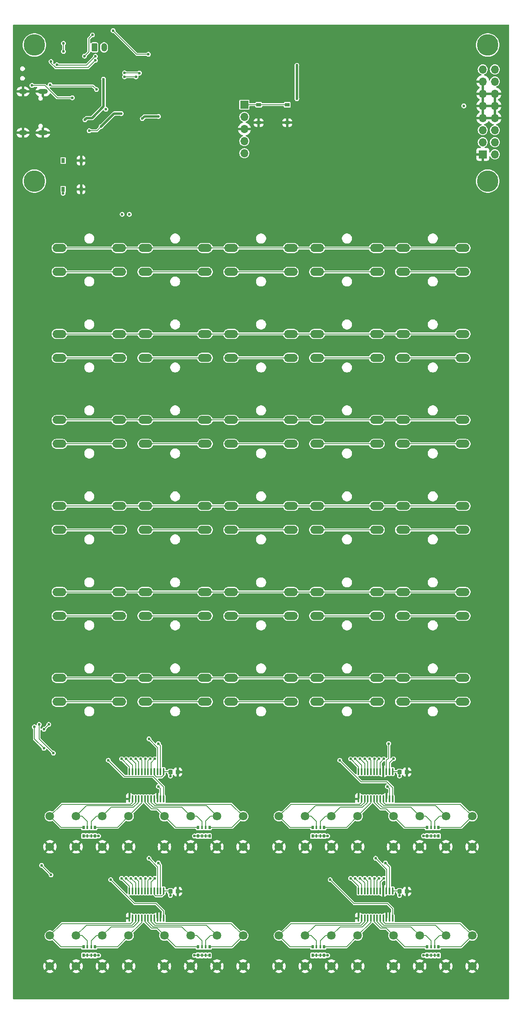
<source format=gbr>
%TF.GenerationSoftware,KiCad,Pcbnew,8.0.7*%
%TF.CreationDate,2025-01-05T21:02:15-05:00*%
%TF.ProjectId,rp2040-programmer-calculator-v2,72703230-3430-42d7-9072-6f6772616d6d,rev?*%
%TF.SameCoordinates,Original*%
%TF.FileFunction,Copper,L2,Bot*%
%TF.FilePolarity,Positive*%
%FSLAX46Y46*%
G04 Gerber Fmt 4.6, Leading zero omitted, Abs format (unit mm)*
G04 Created by KiCad (PCBNEW 8.0.7) date 2025-01-05 21:02:15*
%MOMM*%
%LPD*%
G01*
G04 APERTURE LIST*
G04 Aperture macros list*
%AMRoundRect*
0 Rectangle with rounded corners*
0 $1 Rounding radius*
0 $2 $3 $4 $5 $6 $7 $8 $9 X,Y pos of 4 corners*
0 Add a 4 corners polygon primitive as box body*
4,1,4,$2,$3,$4,$5,$6,$7,$8,$9,$2,$3,0*
0 Add four circle primitives for the rounded corners*
1,1,$1+$1,$2,$3*
1,1,$1+$1,$4,$5*
1,1,$1+$1,$6,$7*
1,1,$1+$1,$8,$9*
0 Add four rect primitives between the rounded corners*
20,1,$1+$1,$2,$3,$4,$5,0*
20,1,$1+$1,$4,$5,$6,$7,0*
20,1,$1+$1,$6,$7,$8,$9,0*
20,1,$1+$1,$8,$9,$2,$3,0*%
G04 Aperture macros list end*
%TA.AperFunction,SMDPad,CuDef*%
%ADD10R,0.750000X1.000000*%
%TD*%
%TA.AperFunction,WasherPad*%
%ADD11C,4.500000*%
%TD*%
%TA.AperFunction,ComponentPad*%
%ADD12R,1.700000X1.700000*%
%TD*%
%TA.AperFunction,ComponentPad*%
%ADD13O,1.700000X1.700000*%
%TD*%
%TA.AperFunction,SMDPad,CuDef*%
%ADD14RoundRect,0.100000X0.100000X-0.637500X0.100000X0.637500X-0.100000X0.637500X-0.100000X-0.637500X0*%
%TD*%
%TA.AperFunction,ComponentPad*%
%ADD15C,1.800000*%
%TD*%
%TA.AperFunction,SMDPad,CuDef*%
%ADD16R,0.500000X0.800000*%
%TD*%
%TA.AperFunction,SMDPad,CuDef*%
%ADD17R,0.400000X0.800000*%
%TD*%
%TA.AperFunction,SMDPad,CuDef*%
%ADD18RoundRect,0.225000X-0.225000X-0.250000X0.225000X-0.250000X0.225000X0.250000X-0.225000X0.250000X0*%
%TD*%
%TA.AperFunction,SMDPad,CuDef*%
%ADD19R,1.000000X0.750000*%
%TD*%
%TA.AperFunction,ComponentPad*%
%ADD20O,2.100000X1.000000*%
%TD*%
%TA.AperFunction,ComponentPad*%
%ADD21O,1.800000X1.000000*%
%TD*%
%TA.AperFunction,ComponentPad*%
%ADD22RoundRect,0.250000X0.350000X0.625000X-0.350000X0.625000X-0.350000X-0.625000X0.350000X-0.625000X0*%
%TD*%
%TA.AperFunction,ComponentPad*%
%ADD23O,1.200000X1.750000*%
%TD*%
%TA.AperFunction,ComponentPad*%
%ADD24O,2.900000X1.700000*%
%TD*%
%TA.AperFunction,ViaPad*%
%ADD25C,0.600000*%
%TD*%
%TA.AperFunction,Conductor*%
%ADD26C,0.500000*%
%TD*%
%TA.AperFunction,Conductor*%
%ADD27C,0.200000*%
%TD*%
G04 APERTURE END LIST*
D10*
%TO.P,SW64,1,1*%
%TO.N,GND*%
X34782500Y-54935000D03*
X34782500Y-48935000D03*
%TO.P,SW64,2,2*%
%TO.N,Net-(R36-Pad1)*%
X31032500Y-54935000D03*
X31032500Y-48935000D03*
%TD*%
D11*
%TO.P,U10,*%
%TO.N,*%
X25000000Y-24750000D03*
X25000000Y-53250000D03*
X120000000Y-24750000D03*
X120000000Y-53250000D03*
D12*
%TO.P,U10,1,VSS*%
%TO.N,GND*%
X118960000Y-47640000D03*
D13*
%TO.P,U10,2,VCC_IN*%
%TO.N,+3V3*%
X121500000Y-47640000D03*
%TO.P,U10,3,NC*%
%TO.N,unconnected-(U10-NC-Pad3)*%
X118960000Y-45100000D03*
%TO.P,U10,4,D0/CLK*%
%TO.N,/LCD_SPI_CLK*%
X121500000Y-45100000D03*
%TO.P,U10,5,D1/DIN*%
%TO.N,/LCD_SPI_DIN*%
X118960000Y-42560000D03*
%TO.P,U10,6,D2*%
%TO.N,unconnected-(U10-D2-Pad6)*%
X121500000Y-42560000D03*
%TO.P,U10,7,D3*%
%TO.N,GND*%
X118960000Y-40020000D03*
%TO.P,U10,8,D4*%
X121500000Y-40020000D03*
%TO.P,U10,9,D5*%
X118960000Y-37480000D03*
%TO.P,U10,10,D6*%
X121500000Y-37480000D03*
%TO.P,U10,11,D7*%
X118960000Y-34940000D03*
%TO.P,U10,12,E/RD#*%
X121500000Y-34940000D03*
%TO.P,U10,13,R/W#*%
X118960000Y-32400000D03*
%TO.P,U10,14,D/C#*%
%TO.N,/LCD_DC*%
X121500000Y-32400000D03*
%TO.P,U10,15,RES#*%
%TO.N,/LCD_RESET*%
X118960000Y-29860000D03*
%TO.P,U10,16,CS#*%
%TO.N,/LCD_SPI_CS*%
X121500000Y-29860000D03*
%TD*%
D14*
%TO.P,U5,24,VCC*%
%TO.N,+3V3*%
X52075000Y-176837501D03*
%TO.P,U5,23,SDA*%
%TO.N,/I2C_SDA*%
X51425000Y-176837501D03*
%TO.P,U5,22,SCL*%
%TO.N,/I2C_SCL*%
X50775000Y-176837501D03*
%TO.P,U5,21,A0*%
%TO.N,+3V3*%
X50125000Y-176837501D03*
%TO.P,U5,20,P17*%
%TO.N,/Buttons3/LED_0*%
X49475000Y-176837501D03*
%TO.P,U5,19,P16*%
%TO.N,/Buttons3/LED_1*%
X48825000Y-176837501D03*
%TO.P,U5,18,P15*%
%TO.N,/Buttons3/LED_2*%
X48175000Y-176837501D03*
%TO.P,U5,17,P14*%
%TO.N,/Buttons3/LED_3*%
X47525000Y-176837501D03*
%TO.P,U5,16,P13*%
%TO.N,/Buttons3/LED_4*%
X46875000Y-176837501D03*
%TO.P,U5,15,P12*%
%TO.N,/Buttons3/LED_5*%
X46225000Y-176837501D03*
%TO.P,U5,14,P11*%
%TO.N,/Buttons3/LED_6*%
X45575000Y-176837501D03*
%TO.P,U5,13,P10*%
%TO.N,/Buttons3/LED_7*%
X44925000Y-176837501D03*
%TO.P,U5,12,GND*%
%TO.N,GND*%
X44925000Y-182562501D03*
%TO.P,U5,11,P07*%
%TO.N,/Buttons3/BTN_7*%
X45575000Y-182562501D03*
%TO.P,U5,10,P06*%
%TO.N,/Buttons3/BTN_6*%
X46225000Y-182562501D03*
%TO.P,U5,9,P05*%
%TO.N,/Buttons3/BTN_5*%
X46875000Y-182562501D03*
%TO.P,U5,8,P04*%
%TO.N,/Buttons3/BTN_4*%
X47525000Y-182562501D03*
%TO.P,U5,7,P03*%
%TO.N,/Buttons3/BTN_3*%
X48175000Y-182562501D03*
%TO.P,U5,6,P02*%
%TO.N,/Buttons3/BTN_2*%
X48825000Y-182562501D03*
%TO.P,U5,5,P01*%
%TO.N,/Buttons3/BTN_1*%
X49475000Y-182562501D03*
%TO.P,U5,4,P00*%
%TO.N,/Buttons3/BTN_0*%
X50125000Y-182562501D03*
%TO.P,U5,3,A2*%
%TO.N,GND*%
X50775000Y-182562501D03*
%TO.P,U5,2,A1*%
%TO.N,+3V3*%
X51425000Y-182562501D03*
%TO.P,U5,1,~{INT}*%
%TO.N,/BTN_3_INT*%
X52075000Y-182562501D03*
%TD*%
%TO.P,U4,24,VCC*%
%TO.N,+3V3*%
X100075000Y-176837501D03*
%TO.P,U4,23,SDA*%
%TO.N,/I2C_SDA*%
X99425000Y-176837501D03*
%TO.P,U4,22,SCL*%
%TO.N,/I2C_SCL*%
X98775000Y-176837501D03*
%TO.P,U4,21,A0*%
%TO.N,GND*%
X98125000Y-176837501D03*
%TO.P,U4,20,P17*%
%TO.N,/Buttons2/LED_0*%
X97475000Y-176837501D03*
%TO.P,U4,19,P16*%
%TO.N,/Buttons2/LED_1*%
X96825000Y-176837501D03*
%TO.P,U4,18,P15*%
%TO.N,/Buttons2/LED_2*%
X96175000Y-176837501D03*
%TO.P,U4,17,P14*%
%TO.N,/Buttons2/LED_3*%
X95525000Y-176837501D03*
%TO.P,U4,16,P13*%
%TO.N,/Buttons2/LED_4*%
X94875000Y-176837501D03*
%TO.P,U4,15,P12*%
%TO.N,/Buttons2/LED_5*%
X94225000Y-176837501D03*
%TO.P,U4,14,P11*%
%TO.N,/Buttons2/LED_6*%
X93575000Y-176837501D03*
%TO.P,U4,13,P10*%
%TO.N,/Buttons2/LED_7*%
X92925000Y-176837501D03*
%TO.P,U4,12,GND*%
%TO.N,GND*%
X92925000Y-182562501D03*
%TO.P,U4,11,P07*%
%TO.N,/Buttons2/BTN_7*%
X93575000Y-182562501D03*
%TO.P,U4,10,P06*%
%TO.N,/Buttons2/BTN_6*%
X94225000Y-182562501D03*
%TO.P,U4,9,P05*%
%TO.N,/Buttons2/BTN_5*%
X94875000Y-182562501D03*
%TO.P,U4,8,P04*%
%TO.N,/Buttons2/BTN_4*%
X95525000Y-182562501D03*
%TO.P,U4,7,P03*%
%TO.N,/Buttons2/BTN_3*%
X96175000Y-182562501D03*
%TO.P,U4,6,P02*%
%TO.N,/Buttons2/BTN_2*%
X96825000Y-182562501D03*
%TO.P,U4,5,P01*%
%TO.N,/Buttons2/BTN_1*%
X97475000Y-182562501D03*
%TO.P,U4,4,P00*%
%TO.N,/Buttons2/BTN_0*%
X98125000Y-182562501D03*
%TO.P,U4,3,A2*%
%TO.N,GND*%
X98775000Y-182562501D03*
%TO.P,U4,2,A1*%
%TO.N,+3V3*%
X99425000Y-182562501D03*
%TO.P,U4,1,~{INT}*%
%TO.N,/BTN_2_INT*%
X100075000Y-182562501D03*
%TD*%
%TO.P,U3,24,VCC*%
%TO.N,+3V3*%
X52075000Y-201837501D03*
%TO.P,U3,23,SDA*%
%TO.N,/I2C_SDA*%
X51425000Y-201837501D03*
%TO.P,U3,22,SCL*%
%TO.N,/I2C_SCL*%
X50775000Y-201837501D03*
%TO.P,U3,21,A0*%
%TO.N,+3V3*%
X50125000Y-201837501D03*
%TO.P,U3,20,P17*%
%TO.N,/Buttons1/LED_0*%
X49475000Y-201837501D03*
%TO.P,U3,19,P16*%
%TO.N,/Buttons1/LED_1*%
X48825000Y-201837501D03*
%TO.P,U3,18,P15*%
%TO.N,/Buttons1/LED_2*%
X48175000Y-201837501D03*
%TO.P,U3,17,P14*%
%TO.N,/Buttons1/LED_3*%
X47525000Y-201837501D03*
%TO.P,U3,16,P13*%
%TO.N,/Buttons1/LED_4*%
X46875000Y-201837501D03*
%TO.P,U3,15,P12*%
%TO.N,/Buttons1/LED_5*%
X46225000Y-201837501D03*
%TO.P,U3,14,P11*%
%TO.N,/Buttons1/LED_6*%
X45575000Y-201837501D03*
%TO.P,U3,13,P10*%
%TO.N,/Buttons1/LED_7*%
X44925000Y-201837501D03*
%TO.P,U3,12,GND*%
%TO.N,GND*%
X44925000Y-207562501D03*
%TO.P,U3,11,P07*%
%TO.N,/Buttons1/BTN_7*%
X45575000Y-207562501D03*
%TO.P,U3,10,P06*%
%TO.N,/Buttons1/BTN_6*%
X46225000Y-207562501D03*
%TO.P,U3,9,P05*%
%TO.N,/Buttons1/BTN_5*%
X46875000Y-207562501D03*
%TO.P,U3,8,P04*%
%TO.N,/Buttons1/BTN_4*%
X47525000Y-207562501D03*
%TO.P,U3,7,P03*%
%TO.N,/Buttons1/BTN_3*%
X48175000Y-207562501D03*
%TO.P,U3,6,P02*%
%TO.N,/Buttons1/BTN_2*%
X48825000Y-207562501D03*
%TO.P,U3,5,P01*%
%TO.N,/Buttons1/BTN_1*%
X49475000Y-207562501D03*
%TO.P,U3,4,P00*%
%TO.N,/Buttons1/BTN_0*%
X50125000Y-207562501D03*
%TO.P,U3,3,A2*%
%TO.N,GND*%
X50775000Y-207562501D03*
%TO.P,U3,2,A1*%
X51425000Y-207562501D03*
%TO.P,U3,1,~{INT}*%
%TO.N,/BTN_1_INT*%
X52075000Y-207562501D03*
%TD*%
%TO.P,U2,24,VCC*%
%TO.N,+3V3*%
X100075000Y-201837501D03*
%TO.P,U2,23,SDA*%
%TO.N,/I2C_SDA*%
X99425000Y-201837501D03*
%TO.P,U2,22,SCL*%
%TO.N,/I2C_SCL*%
X98775000Y-201837501D03*
%TO.P,U2,21,A0*%
%TO.N,GND*%
X98125000Y-201837501D03*
%TO.P,U2,20,P17*%
%TO.N,/Buttons0/LED_0*%
X97475000Y-201837501D03*
%TO.P,U2,19,P16*%
%TO.N,/Buttons0/LED_1*%
X96825000Y-201837501D03*
%TO.P,U2,18,P15*%
%TO.N,/Buttons0/LED_2*%
X96175000Y-201837501D03*
%TO.P,U2,17,P14*%
%TO.N,/Buttons0/LED_3*%
X95525000Y-201837501D03*
%TO.P,U2,16,P13*%
%TO.N,/Buttons0/LED_4*%
X94875000Y-201837501D03*
%TO.P,U2,15,P12*%
%TO.N,/Buttons0/LED_5*%
X94225000Y-201837501D03*
%TO.P,U2,14,P11*%
%TO.N,/Buttons0/LED_6*%
X93575000Y-201837501D03*
%TO.P,U2,13,P10*%
%TO.N,/Buttons0/LED_7*%
X92925000Y-201837501D03*
%TO.P,U2,12,GND*%
%TO.N,GND*%
X92925000Y-207562501D03*
%TO.P,U2,11,P07*%
%TO.N,/Buttons0/BTN_7*%
X93575000Y-207562501D03*
%TO.P,U2,10,P06*%
%TO.N,/Buttons0/BTN_6*%
X94225000Y-207562501D03*
%TO.P,U2,9,P05*%
%TO.N,/Buttons0/BTN_5*%
X94875000Y-207562501D03*
%TO.P,U2,8,P04*%
%TO.N,/Buttons0/BTN_4*%
X95525000Y-207562501D03*
%TO.P,U2,7,P03*%
%TO.N,/Buttons0/BTN_3*%
X96175000Y-207562501D03*
%TO.P,U2,6,P02*%
%TO.N,/Buttons0/BTN_2*%
X96825000Y-207562501D03*
%TO.P,U2,5,P01*%
%TO.N,/Buttons0/BTN_1*%
X97475000Y-207562501D03*
%TO.P,U2,4,P00*%
%TO.N,/Buttons0/BTN_0*%
X98125000Y-207562501D03*
%TO.P,U2,3,A2*%
%TO.N,GND*%
X98775000Y-207562501D03*
%TO.P,U2,2,A1*%
X99425000Y-207562501D03*
%TO.P,U2,1,~{INT}*%
%TO.N,/BTN_0_INT*%
X100075000Y-207562501D03*
%TD*%
D15*
%TO.P,SW63,2,2*%
%TO.N,GND*%
X28250000Y-192600000D03*
%TO.P,SW63,1,1*%
%TO.N,/Buttons3/BTN_7*%
X28250000Y-186200000D03*
%TD*%
%TO.P,SW62,2,2*%
%TO.N,GND*%
X33750000Y-192600000D03*
%TO.P,SW62,1,1*%
%TO.N,/Buttons3/BTN_6*%
X33750000Y-186200000D03*
%TD*%
%TO.P,SW61,2,2*%
%TO.N,GND*%
X39250000Y-192600000D03*
%TO.P,SW61,1,1*%
%TO.N,/Buttons3/BTN_5*%
X39250000Y-186200000D03*
%TD*%
%TO.P,SW60,2,2*%
%TO.N,GND*%
X44750000Y-192600001D03*
%TO.P,SW60,1,1*%
%TO.N,/Buttons3/BTN_4*%
X44750000Y-186200001D03*
%TD*%
%TO.P,SW59,2,2*%
%TO.N,GND*%
X52249999Y-192600001D03*
%TO.P,SW59,1,1*%
%TO.N,/Buttons3/BTN_3*%
X52249999Y-186200001D03*
%TD*%
%TO.P,SW58,2,2*%
%TO.N,GND*%
X57750000Y-192600001D03*
%TO.P,SW58,1,1*%
%TO.N,/Buttons3/BTN_2*%
X57750000Y-186200001D03*
%TD*%
%TO.P,SW57,2,2*%
%TO.N,GND*%
X63250000Y-192600001D03*
%TO.P,SW57,1,1*%
%TO.N,/Buttons3/BTN_1*%
X63250000Y-186200001D03*
%TD*%
%TO.P,SW56,2,2*%
%TO.N,GND*%
X68750000Y-192600001D03*
%TO.P,SW56,1,1*%
%TO.N,/Buttons3/BTN_0*%
X68750000Y-186200001D03*
%TD*%
%TO.P,SW55,2,2*%
%TO.N,GND*%
X76250000Y-192600000D03*
%TO.P,SW55,1,1*%
%TO.N,/Buttons2/BTN_7*%
X76250000Y-186200000D03*
%TD*%
%TO.P,SW54,2,2*%
%TO.N,GND*%
X81750000Y-192600000D03*
%TO.P,SW54,1,1*%
%TO.N,/Buttons2/BTN_6*%
X81750000Y-186200000D03*
%TD*%
%TO.P,SW53,2,2*%
%TO.N,GND*%
X87250000Y-192600000D03*
%TO.P,SW53,1,1*%
%TO.N,/Buttons2/BTN_5*%
X87250000Y-186200000D03*
%TD*%
%TO.P,SW52,2,2*%
%TO.N,GND*%
X92750000Y-192600001D03*
%TO.P,SW52,1,1*%
%TO.N,/Buttons2/BTN_4*%
X92750000Y-186200001D03*
%TD*%
%TO.P,SW51,2,2*%
%TO.N,GND*%
X100249999Y-192600001D03*
%TO.P,SW51,1,1*%
%TO.N,/Buttons2/BTN_3*%
X100249999Y-186200001D03*
%TD*%
%TO.P,SW50,2,2*%
%TO.N,GND*%
X105750000Y-192600001D03*
%TO.P,SW50,1,1*%
%TO.N,/Buttons2/BTN_2*%
X105750000Y-186200001D03*
%TD*%
%TO.P,SW49,2,2*%
%TO.N,GND*%
X111250000Y-192600001D03*
%TO.P,SW49,1,1*%
%TO.N,/Buttons2/BTN_1*%
X111250000Y-186200001D03*
%TD*%
%TO.P,SW48,2,2*%
%TO.N,GND*%
X116750000Y-192600001D03*
%TO.P,SW48,1,1*%
%TO.N,/Buttons2/BTN_0*%
X116750000Y-186200001D03*
%TD*%
%TO.P,SW47,2,2*%
%TO.N,GND*%
X28250000Y-217600000D03*
%TO.P,SW47,1,1*%
%TO.N,/Buttons1/BTN_7*%
X28250000Y-211200000D03*
%TD*%
%TO.P,SW46,2,2*%
%TO.N,GND*%
X33750000Y-217600000D03*
%TO.P,SW46,1,1*%
%TO.N,/Buttons1/BTN_6*%
X33750000Y-211200000D03*
%TD*%
%TO.P,SW45,2,2*%
%TO.N,GND*%
X39250000Y-217600000D03*
%TO.P,SW45,1,1*%
%TO.N,/Buttons1/BTN_5*%
X39250000Y-211200000D03*
%TD*%
%TO.P,SW44,2,2*%
%TO.N,GND*%
X44750000Y-217600001D03*
%TO.P,SW44,1,1*%
%TO.N,/Buttons1/BTN_4*%
X44750000Y-211200001D03*
%TD*%
%TO.P,SW43,2,2*%
%TO.N,GND*%
X52249999Y-217600001D03*
%TO.P,SW43,1,1*%
%TO.N,/Buttons1/BTN_3*%
X52249999Y-211200001D03*
%TD*%
%TO.P,SW42,2,2*%
%TO.N,GND*%
X57750000Y-217600001D03*
%TO.P,SW42,1,1*%
%TO.N,/Buttons1/BTN_2*%
X57750000Y-211200001D03*
%TD*%
%TO.P,SW41,2,2*%
%TO.N,GND*%
X63250000Y-217600001D03*
%TO.P,SW41,1,1*%
%TO.N,/Buttons1/BTN_1*%
X63250000Y-211200001D03*
%TD*%
%TO.P,SW40,2,2*%
%TO.N,GND*%
X68750000Y-217600001D03*
%TO.P,SW40,1,1*%
%TO.N,/Buttons1/BTN_0*%
X68750000Y-211200001D03*
%TD*%
D16*
%TO.P,RN8,8,R1.2*%
%TO.N,+3V3*%
X35300000Y-190350001D03*
D17*
%TO.P,RN8,7,R2.2*%
X36100000Y-190350001D03*
%TO.P,RN8,6,R3.2*%
X36900000Y-190350001D03*
D16*
%TO.P,RN8,5,R4.2*%
X37700000Y-190350001D03*
%TO.P,RN8,4,R4.1*%
%TO.N,/Buttons3/BTN_4*%
X37700000Y-188550001D03*
D17*
%TO.P,RN8,3,R3.1*%
%TO.N,/Buttons3/BTN_5*%
X36900000Y-188550001D03*
%TO.P,RN8,2,R2.1*%
%TO.N,/Buttons3/BTN_6*%
X36100000Y-188550001D03*
D16*
%TO.P,RN8,1,R1.1*%
%TO.N,/Buttons3/BTN_7*%
X35300000Y-188550001D03*
%TD*%
%TO.P,RN7,8,R1.2*%
%TO.N,+3V3*%
X59300000Y-190350001D03*
D17*
%TO.P,RN7,7,R2.2*%
X60100000Y-190350001D03*
%TO.P,RN7,6,R3.2*%
X60900000Y-190350001D03*
D16*
%TO.P,RN7,5,R4.2*%
X61700000Y-190350001D03*
%TO.P,RN7,4,R4.1*%
%TO.N,/Buttons3/BTN_0*%
X61700000Y-188550001D03*
D17*
%TO.P,RN7,3,R3.1*%
%TO.N,/Buttons3/BTN_1*%
X60900000Y-188550001D03*
%TO.P,RN7,2,R2.1*%
%TO.N,/Buttons3/BTN_2*%
X60100000Y-188550001D03*
D16*
%TO.P,RN7,1,R1.1*%
%TO.N,/Buttons3/BTN_3*%
X59300000Y-188550001D03*
%TD*%
%TO.P,RN6,8,R1.2*%
%TO.N,+3V3*%
X83300000Y-190350001D03*
D17*
%TO.P,RN6,7,R2.2*%
X84100000Y-190350001D03*
%TO.P,RN6,6,R3.2*%
X84900000Y-190350001D03*
D16*
%TO.P,RN6,5,R4.2*%
X85700000Y-190350001D03*
%TO.P,RN6,4,R4.1*%
%TO.N,/Buttons2/BTN_4*%
X85700000Y-188550001D03*
D17*
%TO.P,RN6,3,R3.1*%
%TO.N,/Buttons2/BTN_5*%
X84900000Y-188550001D03*
%TO.P,RN6,2,R2.1*%
%TO.N,/Buttons2/BTN_6*%
X84100000Y-188550001D03*
D16*
%TO.P,RN6,1,R1.1*%
%TO.N,/Buttons2/BTN_7*%
X83300000Y-188550001D03*
%TD*%
%TO.P,RN5,8,R1.2*%
%TO.N,+3V3*%
X107300000Y-190350001D03*
D17*
%TO.P,RN5,7,R2.2*%
X108100000Y-190350001D03*
%TO.P,RN5,6,R3.2*%
X108900000Y-190350001D03*
D16*
%TO.P,RN5,5,R4.2*%
X109700000Y-190350001D03*
%TO.P,RN5,4,R4.1*%
%TO.N,/Buttons2/BTN_0*%
X109700000Y-188550001D03*
D17*
%TO.P,RN5,3,R3.1*%
%TO.N,/Buttons2/BTN_1*%
X108900000Y-188550001D03*
%TO.P,RN5,2,R2.1*%
%TO.N,/Buttons2/BTN_2*%
X108100000Y-188550001D03*
D16*
%TO.P,RN5,1,R1.1*%
%TO.N,/Buttons2/BTN_3*%
X107300000Y-188550001D03*
%TD*%
%TO.P,RN4,8,R1.2*%
%TO.N,+3V3*%
X35300000Y-215350001D03*
D17*
%TO.P,RN4,7,R2.2*%
X36100000Y-215350001D03*
%TO.P,RN4,6,R3.2*%
X36900000Y-215350001D03*
D16*
%TO.P,RN4,5,R4.2*%
X37700000Y-215350001D03*
%TO.P,RN4,4,R4.1*%
%TO.N,/Buttons1/BTN_4*%
X37700000Y-213550001D03*
D17*
%TO.P,RN4,3,R3.1*%
%TO.N,/Buttons1/BTN_5*%
X36900000Y-213550001D03*
%TO.P,RN4,2,R2.1*%
%TO.N,/Buttons1/BTN_6*%
X36100000Y-213550001D03*
D16*
%TO.P,RN4,1,R1.1*%
%TO.N,/Buttons1/BTN_7*%
X35300000Y-213550001D03*
%TD*%
%TO.P,RN3,8,R1.2*%
%TO.N,+3V3*%
X59300000Y-215350001D03*
D17*
%TO.P,RN3,7,R2.2*%
X60100000Y-215350001D03*
%TO.P,RN3,6,R3.2*%
X60900000Y-215350001D03*
D16*
%TO.P,RN3,5,R4.2*%
X61700000Y-215350001D03*
%TO.P,RN3,4,R4.1*%
%TO.N,/Buttons1/BTN_0*%
X61700000Y-213550001D03*
D17*
%TO.P,RN3,3,R3.1*%
%TO.N,/Buttons1/BTN_1*%
X60900000Y-213550001D03*
%TO.P,RN3,2,R2.1*%
%TO.N,/Buttons1/BTN_2*%
X60100000Y-213550001D03*
D16*
%TO.P,RN3,1,R1.1*%
%TO.N,/Buttons1/BTN_3*%
X59300000Y-213550001D03*
%TD*%
%TO.P,RN2,8,R1.2*%
%TO.N,+3V3*%
X83300000Y-215350001D03*
D17*
%TO.P,RN2,7,R2.2*%
X84100000Y-215350001D03*
%TO.P,RN2,6,R3.2*%
X84900000Y-215350001D03*
D16*
%TO.P,RN2,5,R4.2*%
X85700000Y-215350001D03*
%TO.P,RN2,4,R4.1*%
%TO.N,/Buttons0/BTN_4*%
X85700000Y-213550001D03*
D17*
%TO.P,RN2,3,R3.1*%
%TO.N,/Buttons0/BTN_5*%
X84900000Y-213550001D03*
%TO.P,RN2,2,R2.1*%
%TO.N,/Buttons0/BTN_6*%
X84100000Y-213550001D03*
D16*
%TO.P,RN2,1,R1.1*%
%TO.N,/Buttons0/BTN_7*%
X83300000Y-213550001D03*
%TD*%
%TO.P,RN1,8,R1.2*%
%TO.N,+3V3*%
X107300000Y-215350001D03*
D17*
%TO.P,RN1,7,R2.2*%
X108100000Y-215350001D03*
%TO.P,RN1,6,R3.2*%
X108900000Y-215350001D03*
D16*
%TO.P,RN1,5,R4.2*%
X109700000Y-215350001D03*
%TO.P,RN1,4,R4.1*%
%TO.N,/Buttons0/BTN_0*%
X109700000Y-213550001D03*
D17*
%TO.P,RN1,3,R3.1*%
%TO.N,/Buttons0/BTN_1*%
X108900000Y-213550001D03*
%TO.P,RN1,2,R2.1*%
%TO.N,/Buttons0/BTN_2*%
X108100000Y-213550001D03*
D16*
%TO.P,RN1,1,R1.1*%
%TO.N,/Buttons0/BTN_3*%
X107300000Y-213550001D03*
%TD*%
D18*
%TO.P,C29,2*%
%TO.N,GND*%
X55050000Y-176950002D03*
%TO.P,C29,1*%
%TO.N,+3V3*%
X53500000Y-176950002D03*
%TD*%
%TO.P,C20,2*%
%TO.N,GND*%
X103050000Y-176950002D03*
%TO.P,C20,1*%
%TO.N,+3V3*%
X101500000Y-176950002D03*
%TD*%
%TO.P,C11,2*%
%TO.N,GND*%
X55050000Y-201950002D03*
%TO.P,C11,1*%
%TO.N,+3V3*%
X53500000Y-201950002D03*
%TD*%
%TO.P,C2,2*%
%TO.N,GND*%
X103050000Y-201950001D03*
%TO.P,C2,1*%
%TO.N,+3V3*%
X101500000Y-201950001D03*
%TD*%
D15*
%TO.P,SW39,1,1*%
%TO.N,/Buttons0/BTN_7*%
X76250000Y-211200001D03*
%TO.P,SW39,2,2*%
%TO.N,GND*%
X76250000Y-217600001D03*
%TD*%
%TO.P,SW35,1,1*%
%TO.N,/Buttons0/BTN_3*%
X100250000Y-211200001D03*
%TO.P,SW35,2,2*%
%TO.N,GND*%
X100250000Y-217600001D03*
%TD*%
%TO.P,SW38,1,1*%
%TO.N,/Buttons0/BTN_6*%
X81750000Y-211200001D03*
%TO.P,SW38,2,2*%
%TO.N,GND*%
X81750000Y-217600001D03*
%TD*%
%TO.P,SW34,1,1*%
%TO.N,/Buttons0/BTN_2*%
X105750000Y-211200001D03*
%TO.P,SW34,2,2*%
%TO.N,GND*%
X105750000Y-217600001D03*
%TD*%
%TO.P,SW37,1,1*%
%TO.N,/Buttons0/BTN_5*%
X87250000Y-211200001D03*
%TO.P,SW37,2,2*%
%TO.N,GND*%
X87250000Y-217600001D03*
%TD*%
%TO.P,SW33,1,1*%
%TO.N,/Buttons0/BTN_1*%
X111250000Y-211200001D03*
%TO.P,SW33,2,2*%
%TO.N,GND*%
X111250000Y-217600001D03*
%TD*%
%TO.P,SW36,1,1*%
%TO.N,/Buttons0/BTN_4*%
X92750000Y-211200001D03*
%TO.P,SW36,2,2*%
%TO.N,GND*%
X92750000Y-217600001D03*
%TD*%
%TO.P,SW32,1,1*%
%TO.N,/Buttons0/BTN_0*%
X116750000Y-211200001D03*
%TO.P,SW32,2,2*%
%TO.N,GND*%
X116750000Y-217600001D03*
%TD*%
D19*
%TO.P,SW1,1,1*%
%TO.N,/RUN*%
X78000000Y-37250000D03*
X72000000Y-37250000D03*
%TO.P,SW1,2,2*%
%TO.N,GND*%
X78000000Y-41000000D03*
X72000000Y-41000000D03*
%TD*%
D20*
%TO.P,J2,S1,SHIELD*%
%TO.N,GND*%
X26780000Y-34480000D03*
D21*
X22600000Y-34480000D03*
D20*
X26780000Y-43120000D03*
D21*
X22600000Y-43120000D03*
%TD*%
D13*
%TO.P,J1,5,Pin_5*%
%TO.N,+3V3*%
X69000000Y-47410000D03*
%TO.P,J1,4,Pin_4*%
%TO.N,/SWCLK*%
X69000000Y-44870000D03*
%TO.P,J1,3,Pin_3*%
%TO.N,GND*%
X69000000Y-42330000D03*
%TO.P,J1,2,Pin_2*%
%TO.N,/SWD*%
X69000000Y-39790000D03*
D12*
%TO.P,J1,1,Pin_1*%
%TO.N,/RUN*%
X69000000Y-37250000D03*
%TD*%
D22*
%TO.P,BT1,1,+*%
%TO.N,/Power/BAT+*%
X37600000Y-25250000D03*
D23*
%TO.P,BT1,2,-*%
%TO.N,/Power/BAT-*%
X39600000Y-25250000D03*
%TD*%
D24*
%TO.P,SW31,2,2*%
%TO.N,Net-(D30-A)*%
X114750000Y-162250000D03*
X102250000Y-162250000D03*
%TO.P,SW31,1,1*%
%TO.N,/KEYS_ROW_6*%
X114750000Y-157250000D03*
X102250000Y-157250000D03*
%TD*%
%TO.P,SW30,2,2*%
%TO.N,Net-(D29-A)*%
X96750000Y-162250000D03*
X84250000Y-162250000D03*
%TO.P,SW30,1,1*%
%TO.N,/KEYS_ROW_6*%
X96750000Y-157250000D03*
X84250000Y-157250000D03*
%TD*%
%TO.P,SW29,2,2*%
%TO.N,Net-(D28-A)*%
X78750000Y-162250000D03*
X66250000Y-162250000D03*
%TO.P,SW29,1,1*%
%TO.N,/KEYS_ROW_6*%
X78750000Y-157250000D03*
X66250000Y-157250000D03*
%TD*%
%TO.P,SW28,2,2*%
%TO.N,Net-(D27-A)*%
X60750000Y-162250000D03*
X48250000Y-162250000D03*
%TO.P,SW28,1,1*%
%TO.N,/KEYS_ROW_6*%
X60750000Y-157250000D03*
X48250000Y-157250000D03*
%TD*%
%TO.P,SW27,2,2*%
%TO.N,Net-(D26-A)*%
X42750000Y-162250000D03*
X30250000Y-162250000D03*
%TO.P,SW27,1,1*%
%TO.N,/KEYS_ROW_6*%
X42750000Y-157250000D03*
X30250000Y-157250000D03*
%TD*%
%TO.P,SW26,2,2*%
%TO.N,Net-(D25-A)*%
X114750000Y-144250000D03*
X102250000Y-144250000D03*
%TO.P,SW26,1,1*%
%TO.N,/KEYS_ROW_5*%
X114750000Y-139250000D03*
X102250000Y-139250000D03*
%TD*%
%TO.P,SW25,2,2*%
%TO.N,Net-(D24-A)*%
X96750000Y-144250000D03*
X84250000Y-144250000D03*
%TO.P,SW25,1,1*%
%TO.N,/KEYS_ROW_5*%
X96750000Y-139250000D03*
X84250000Y-139250000D03*
%TD*%
%TO.P,SW24,2,2*%
%TO.N,Net-(D23-A)*%
X78750000Y-144250000D03*
X66250000Y-144250000D03*
%TO.P,SW24,1,1*%
%TO.N,/KEYS_ROW_5*%
X78750000Y-139250000D03*
X66250000Y-139250000D03*
%TD*%
%TO.P,SW23,2,2*%
%TO.N,Net-(D22-A)*%
X60750000Y-144250000D03*
X48250000Y-144250000D03*
%TO.P,SW23,1,1*%
%TO.N,/KEYS_ROW_5*%
X60750000Y-139250000D03*
X48250000Y-139250000D03*
%TD*%
%TO.P,SW22,2,2*%
%TO.N,Net-(D21-A)*%
X42750000Y-144250000D03*
X30250000Y-144250000D03*
%TO.P,SW22,1,1*%
%TO.N,/KEYS_ROW_5*%
X42750000Y-139250000D03*
X30250000Y-139250000D03*
%TD*%
%TO.P,SW21,2,2*%
%TO.N,Net-(D20-A)*%
X114750000Y-126250000D03*
X102250000Y-126250000D03*
%TO.P,SW21,1,1*%
%TO.N,/KEYS_ROW_4*%
X114750000Y-121250000D03*
X102250000Y-121250000D03*
%TD*%
%TO.P,SW20,2,2*%
%TO.N,Net-(D19-A)*%
X96750000Y-126250000D03*
X84250000Y-126250000D03*
%TO.P,SW20,1,1*%
%TO.N,/KEYS_ROW_4*%
X96750000Y-121250000D03*
X84250000Y-121250000D03*
%TD*%
%TO.P,SW19,2,2*%
%TO.N,Net-(D18-A)*%
X78750000Y-126250000D03*
X66250000Y-126250000D03*
%TO.P,SW19,1,1*%
%TO.N,/KEYS_ROW_4*%
X78750000Y-121250000D03*
X66250000Y-121250000D03*
%TD*%
%TO.P,SW18,2,2*%
%TO.N,Net-(D17-A)*%
X60750000Y-126250000D03*
X48250000Y-126250000D03*
%TO.P,SW18,1,1*%
%TO.N,/KEYS_ROW_4*%
X60750000Y-121250000D03*
X48250000Y-121250000D03*
%TD*%
%TO.P,SW17,2,2*%
%TO.N,Net-(D16-A)*%
X42750000Y-126250000D03*
X30250000Y-126250000D03*
%TO.P,SW17,1,1*%
%TO.N,/KEYS_ROW_4*%
X42750000Y-121250000D03*
X30250000Y-121250000D03*
%TD*%
%TO.P,SW16,2,2*%
%TO.N,Net-(D15-A)*%
X114750000Y-108250000D03*
X102250000Y-108250000D03*
%TO.P,SW16,1,1*%
%TO.N,/KEYS_ROW_3*%
X114750000Y-103250000D03*
X102250000Y-103250000D03*
%TD*%
%TO.P,SW15,2,2*%
%TO.N,Net-(D14-A)*%
X96750000Y-108250000D03*
X84250000Y-108250000D03*
%TO.P,SW15,1,1*%
%TO.N,/KEYS_ROW_3*%
X96750000Y-103250000D03*
X84250000Y-103250000D03*
%TD*%
%TO.P,SW14,2,2*%
%TO.N,Net-(D13-A)*%
X78750000Y-108250000D03*
X66250000Y-108250000D03*
%TO.P,SW14,1,1*%
%TO.N,/KEYS_ROW_3*%
X78750000Y-103250000D03*
X66250000Y-103250000D03*
%TD*%
%TO.P,SW13,2,2*%
%TO.N,Net-(D12-A)*%
X60750000Y-108250000D03*
X48250000Y-108250000D03*
%TO.P,SW13,1,1*%
%TO.N,/KEYS_ROW_3*%
X60750000Y-103250000D03*
X48250000Y-103250000D03*
%TD*%
%TO.P,SW12,2,2*%
%TO.N,Net-(D11-A)*%
X42750000Y-108250000D03*
X30250000Y-108250000D03*
%TO.P,SW12,1,1*%
%TO.N,/KEYS_ROW_3*%
X42750000Y-103250000D03*
X30250000Y-103250000D03*
%TD*%
%TO.P,SW11,2,2*%
%TO.N,Net-(D10-A)*%
X114750000Y-90250000D03*
X102250000Y-90250000D03*
%TO.P,SW11,1,1*%
%TO.N,/KEYS_ROW_2*%
X114750000Y-85250000D03*
X102250000Y-85250000D03*
%TD*%
%TO.P,SW10,2,2*%
%TO.N,Net-(D9-A)*%
X96750000Y-90250000D03*
X84250000Y-90250000D03*
%TO.P,SW10,1,1*%
%TO.N,/KEYS_ROW_2*%
X96750000Y-85250000D03*
X84250000Y-85250000D03*
%TD*%
%TO.P,SW9,2,2*%
%TO.N,Net-(D8-A)*%
X78750000Y-90250000D03*
X66250000Y-90250000D03*
%TO.P,SW9,1,1*%
%TO.N,/KEYS_ROW_2*%
X78750000Y-85250000D03*
X66250000Y-85250000D03*
%TD*%
%TO.P,SW8,2,2*%
%TO.N,Net-(D7-A)*%
X60750000Y-90250000D03*
X48250000Y-90250000D03*
%TO.P,SW8,1,1*%
%TO.N,/KEYS_ROW_2*%
X60750000Y-85250000D03*
X48250000Y-85250000D03*
%TD*%
%TO.P,SW7,2,2*%
%TO.N,Net-(D6-A)*%
X42750000Y-90250000D03*
X30250000Y-90250000D03*
%TO.P,SW7,1,1*%
%TO.N,/KEYS_ROW_2*%
X42750000Y-85250000D03*
X30250000Y-85250000D03*
%TD*%
%TO.P,SW6,2,2*%
%TO.N,Net-(D5-A)*%
X114750000Y-72250000D03*
X102250000Y-72250000D03*
%TO.P,SW6,1,1*%
%TO.N,/KEYS_ROW_1*%
X114750000Y-67250000D03*
X102250000Y-67250000D03*
%TD*%
%TO.P,SW5,2,2*%
%TO.N,Net-(D4-A)*%
X96750000Y-72250000D03*
X84250000Y-72250000D03*
%TO.P,SW5,1,1*%
%TO.N,/KEYS_ROW_1*%
X96750000Y-67250000D03*
X84250000Y-67250000D03*
%TD*%
%TO.P,SW4,2,2*%
%TO.N,Net-(D3-A)*%
X78750000Y-72250000D03*
X66250000Y-72250000D03*
%TO.P,SW4,1,1*%
%TO.N,/KEYS_ROW_1*%
X78750000Y-67250000D03*
X66250000Y-67250000D03*
%TD*%
%TO.P,SW3,2,2*%
%TO.N,Net-(D2-A)*%
X60750000Y-72250000D03*
X48250000Y-72250000D03*
%TO.P,SW3,1,1*%
%TO.N,/KEYS_ROW_1*%
X60750000Y-67250000D03*
X48250000Y-67250000D03*
%TD*%
%TO.P,SW2,2,2*%
%TO.N,Net-(D1-A)*%
X42750000Y-72250000D03*
X30250000Y-72250000D03*
%TO.P,SW2,1,1*%
%TO.N,/KEYS_ROW_1*%
X42750000Y-67250000D03*
X30250000Y-67250000D03*
%TD*%
D25*
%TO.N,+3V3*%
X35600000Y-40400000D03*
X39500000Y-31900000D03*
%TO.N,/PWR_BTN*%
X43900000Y-31400000D03*
X46300000Y-31400000D03*
%TO.N,/PWR_EN*%
X47024265Y-30624265D03*
X43900000Y-30600000D03*
%TO.N,/CHRG*%
X48900000Y-26700000D03*
%TO.N,/PWR_BTN*%
X37774265Y-27974265D03*
%TO.N,/PWR_EN*%
X37800000Y-27100000D03*
%TO.N,+1V1*%
X36500000Y-42700000D03*
%TO.N,*%
X80000000Y-29000000D03*
X80000000Y-36000000D03*
%TO.N,GND*%
X49800000Y-26700000D03*
X44100000Y-27650000D03*
%TO.N,/CHRG*%
X41500000Y-21750000D03*
%TO.N,/Power/LOAD*%
X32950000Y-35800000D03*
X24500000Y-33200000D03*
%TO.N,/Power/TP4057_~{STDBY}*%
X31100000Y-24400000D03*
%TO.N,/Power/TP4057_~{CHRG}*%
X37150000Y-22650000D03*
%TO.N,GND*%
X37050000Y-34050000D03*
X43350000Y-29050000D03*
X35550000Y-26150000D03*
%TO.N,/Power/TP4057_~{CHRG}*%
X35525000Y-27075000D03*
%TO.N,/Power/TP4057_~{STDBY}*%
X31100000Y-26100000D03*
%TO.N,/PWR_BTN*%
X28500000Y-28200000D03*
%TO.N,/PWR_EN*%
X29700000Y-28900000D03*
%TO.N,/Power/LDO_EN*%
X38000000Y-34050000D03*
X28300000Y-33100000D03*
%TO.N,GND*%
X29800000Y-30700000D03*
X28800000Y-30700000D03*
X24524265Y-28124265D03*
X29400000Y-34150000D03*
X23100250Y-28118977D03*
X36700000Y-37400000D03*
X35425000Y-23900000D03*
X34800000Y-31900000D03*
X33430000Y-28350000D03*
X33550000Y-22900000D03*
%TO.N,/LCD_SPI_CS*%
X115000000Y-37500000D03*
%TO.N,+1V1*%
X47632502Y-40150000D03*
X50997053Y-39700000D03*
X43200000Y-39100000D03*
%TO.N,GND*%
X54000000Y-44500000D03*
X58500000Y-43250000D03*
X58500000Y-40750000D03*
X56000000Y-39500000D03*
X58500000Y-39500000D03*
X58500000Y-42000000D03*
X58500000Y-44500000D03*
X57000000Y-44500000D03*
%TO.N,/BTN_1_INT*%
X41000000Y-199500000D03*
%TO.N,/BTN_0_INT*%
X87000000Y-199500000D03*
%TO.N,/BTN_1_INT*%
X28500000Y-198500000D03*
X26500000Y-196500000D03*
%TO.N,/BTN_2_INT*%
X89000000Y-174500000D03*
%TO.N,+3V3*%
X99000000Y-180000000D03*
%TO.N,/BTN_2_INT*%
X27000000Y-172000000D03*
X25000000Y-167500000D03*
%TO.N,+3V3*%
X51000000Y-180000000D03*
%TO.N,/BTN_3_INT*%
X40500000Y-174500000D03*
X29000000Y-173000000D03*
X26000000Y-167000000D03*
%TO.N,/I2C_SCL*%
X27000000Y-168000000D03*
X28000000Y-167000000D03*
X96500000Y-195000000D03*
%TO.N,/I2C_SDA*%
X98600000Y-196000000D03*
%TO.N,/I2C_SCL*%
X49000000Y-195000000D03*
%TO.N,/I2C_SDA*%
X51000000Y-196000000D03*
X51000000Y-171000000D03*
%TO.N,/I2C_SCL*%
X49000000Y-170000000D03*
%TO.N,/I2C_SDA*%
X100250000Y-174200001D03*
%TO.N,/I2C_SCL*%
X99250000Y-171000000D03*
%TO.N,+3V3*%
X44900000Y-60200000D03*
X43400000Y-60200000D03*
%TO.N,GND*%
X50691273Y-41708727D03*
X57270000Y-39500000D03*
X55570000Y-44500000D03*
X53250000Y-43000000D03*
%TO.N,+1V1*%
X39000000Y-41800000D03*
%TO.N,GND*%
X46540000Y-32820000D03*
X41000000Y-47600000D03*
X46832500Y-41800000D03*
X44232500Y-41800000D03*
X45532500Y-41800000D03*
X44232500Y-39200000D03*
X46832500Y-39200000D03*
X45532500Y-39200000D03*
X44232500Y-40500000D03*
X46832500Y-40500000D03*
X45532500Y-40500000D03*
X46600000Y-48600000D03*
X31300000Y-38100000D03*
%TO.N,Net-(R36-Pad1)*%
X31032500Y-55800000D03*
%TO.N,GND*%
X30872500Y-45160000D03*
X53370000Y-39000000D03*
X53370000Y-40000000D03*
X54170000Y-39400000D03*
X37695000Y-35800000D03*
X36395000Y-52700000D03*
X36700000Y-41800000D03*
X36700000Y-40800000D03*
X41500000Y-34200000D03*
X37695000Y-37800000D03*
X37695000Y-36800000D03*
%TO.N,+1V1*%
X39995000Y-38200000D03*
%TO.N,+3V3*%
X38450000Y-190350001D03*
X58550000Y-190350001D03*
X53500000Y-177800001D03*
%TO.N,/Buttons3/LED_7*%
X43250000Y-174200001D03*
%TO.N,/Buttons3/LED_6*%
X44250000Y-174200001D03*
%TO.N,/Buttons3/LED_5*%
X45250000Y-174200001D03*
%TO.N,/Buttons3/LED_4*%
X46250000Y-174200001D03*
%TO.N,/Buttons3/LED_3*%
X47250000Y-174200001D03*
%TO.N,/Buttons3/LED_2*%
X48250000Y-174200001D03*
%TO.N,/Buttons3/LED_1*%
X49250000Y-174200001D03*
%TO.N,/Buttons3/LED_0*%
X50250000Y-174200001D03*
%TO.N,GND*%
X42275000Y-180925001D03*
X36775000Y-180900001D03*
X31275000Y-180900001D03*
X25775000Y-180900001D03*
X54725000Y-180900001D03*
X60225000Y-180900001D03*
X65725000Y-180900001D03*
X71225000Y-180900001D03*
%TO.N,+3V3*%
X86450000Y-190350001D03*
X106550000Y-190350001D03*
X101500000Y-177800001D03*
%TO.N,/Buttons2/LED_7*%
X91250000Y-174200001D03*
%TO.N,/Buttons2/LED_6*%
X92250000Y-174200001D03*
%TO.N,/Buttons2/LED_5*%
X93250000Y-174200001D03*
%TO.N,/Buttons2/LED_4*%
X94250000Y-174200001D03*
%TO.N,/Buttons2/LED_3*%
X95250000Y-174200001D03*
%TO.N,/Buttons2/LED_2*%
X96250000Y-174200001D03*
%TO.N,/Buttons2/LED_1*%
X97250000Y-174200001D03*
%TO.N,/Buttons2/LED_0*%
X98250000Y-174200001D03*
%TO.N,GND*%
X90275000Y-180925001D03*
X84775000Y-180900001D03*
X79275000Y-180900001D03*
X73775000Y-180900001D03*
X102725000Y-180900001D03*
X108225000Y-180900001D03*
X113725000Y-180900001D03*
X119225000Y-180900001D03*
%TO.N,+3V3*%
X38450000Y-215350001D03*
X58550000Y-215350001D03*
X53500000Y-202800001D03*
%TO.N,/Buttons1/LED_7*%
X43250000Y-199200001D03*
%TO.N,/Buttons1/LED_6*%
X44250000Y-199200001D03*
%TO.N,/Buttons1/LED_5*%
X45250000Y-199200001D03*
%TO.N,/Buttons1/LED_4*%
X46250000Y-199200001D03*
%TO.N,/Buttons1/LED_3*%
X47250000Y-199200001D03*
%TO.N,/Buttons1/LED_2*%
X48250000Y-199200001D03*
%TO.N,/Buttons1/LED_1*%
X49250000Y-199200001D03*
%TO.N,/Buttons1/LED_0*%
X50250000Y-199200001D03*
%TO.N,GND*%
X42275000Y-205925001D03*
X36775000Y-205900001D03*
X31275000Y-205900001D03*
X25775000Y-205900001D03*
X54725000Y-205900001D03*
X60225000Y-205900001D03*
X65725000Y-205900001D03*
X71225000Y-205900001D03*
X119225000Y-205900001D03*
X113725000Y-205900001D03*
X108225000Y-205900001D03*
X102725000Y-205900001D03*
X73775000Y-205900001D03*
X79275000Y-205900001D03*
X84775000Y-205900001D03*
X90275000Y-205925001D03*
%TO.N,/Buttons0/LED_0*%
X98250000Y-199200001D03*
%TO.N,/Buttons0/LED_1*%
X97250000Y-199200001D03*
%TO.N,/Buttons0/LED_2*%
X96250000Y-199200001D03*
%TO.N,/Buttons0/LED_3*%
X95250000Y-199200001D03*
%TO.N,/Buttons0/LED_4*%
X94250000Y-199200001D03*
%TO.N,/Buttons0/LED_5*%
X93250000Y-199200001D03*
%TO.N,/Buttons0/LED_6*%
X92250000Y-199200001D03*
%TO.N,/Buttons0/LED_7*%
X91250000Y-199200001D03*
%TO.N,+3V3*%
X101500000Y-202800001D03*
X106550000Y-215350001D03*
X86450000Y-215350001D03*
%TD*%
D26*
%TO.N,+3V3*%
X39500000Y-37634339D02*
X37084339Y-40050000D01*
X39500000Y-31900000D02*
X39500000Y-37634339D01*
X37084339Y-40050000D02*
X35950000Y-40050000D01*
X35950000Y-40050000D02*
X35600000Y-40400000D01*
D27*
%TO.N,/PWR_EN*%
X29750000Y-28950000D02*
X29700000Y-28900000D01*
X35950000Y-28950000D02*
X29750000Y-28950000D01*
X37800000Y-27100000D02*
X35950000Y-28950000D01*
%TO.N,/PWR_BTN*%
X28500000Y-28548529D02*
X28500000Y-28200000D01*
X29451471Y-29500000D02*
X28500000Y-28548529D01*
X37774265Y-27974265D02*
X36248530Y-29500000D01*
X36248530Y-29500000D02*
X29451471Y-29500000D01*
X43900000Y-31400000D02*
X46300000Y-31400000D01*
%TO.N,/PWR_EN*%
X47000000Y-30600000D02*
X47024265Y-30624265D01*
X43900000Y-30600000D02*
X47000000Y-30600000D01*
%TO.N,/CHRG*%
X46450000Y-26700000D02*
X41500000Y-21750000D01*
X48900000Y-26700000D02*
X46450000Y-26700000D01*
%TO.N,+1V1*%
X38100000Y-42700000D02*
X36500000Y-42700000D01*
X39000000Y-41800000D02*
X38100000Y-42700000D01*
D26*
%TO.N,*%
X80000000Y-36000000D02*
X80000000Y-29000000D01*
D27*
%TO.N,/Power/LOAD*%
X27181371Y-33200000D02*
X29781371Y-35800000D01*
X29781371Y-35800000D02*
X32950000Y-35800000D01*
X24500000Y-33200000D02*
X27181371Y-33200000D01*
%TO.N,/Power/LDO_EN*%
X37300000Y-33350000D02*
X38000000Y-34050000D01*
X28550000Y-33350000D02*
X37300000Y-33350000D01*
X28300000Y-33100000D02*
X28550000Y-33350000D01*
%TO.N,/Power/TP4057_~{STDBY}*%
X31100000Y-26100000D02*
X31100000Y-24400000D01*
%TO.N,/Power/TP4057_~{CHRG}*%
X36400000Y-23400000D02*
X37150000Y-22650000D01*
X36400000Y-26200000D02*
X36400000Y-23400000D01*
X35525000Y-27075000D02*
X36400000Y-26200000D01*
D26*
%TO.N,+1V1*%
X48082502Y-39700000D02*
X50997053Y-39700000D01*
X47632502Y-40150000D02*
X48082502Y-39700000D01*
X41700000Y-39100000D02*
X43200000Y-39100000D01*
X39000000Y-41800000D02*
X41700000Y-39100000D01*
D27*
%TO.N,/BTN_2_INT*%
X98848529Y-179000000D02*
X100075000Y-180226471D01*
X93500000Y-179000000D02*
X98848529Y-179000000D01*
X100075000Y-180226471D02*
X100075000Y-182562501D01*
X89000000Y-174500000D02*
X93500000Y-179000000D01*
%TO.N,/BTN_3_INT*%
X26000000Y-170000000D02*
X26000000Y-167000000D01*
X29000000Y-173000000D02*
X26000000Y-170000000D01*
%TO.N,/BTN_2_INT*%
X25000000Y-170000000D02*
X25000000Y-167500000D01*
X27000000Y-172000000D02*
X25000000Y-170000000D01*
%TO.N,/BTN_3_INT*%
X52075000Y-180075000D02*
X52075000Y-182562501D01*
X49875001Y-177875001D02*
X52075000Y-180075000D01*
X43875001Y-177875001D02*
X49875001Y-177875001D01*
X40500000Y-174500000D02*
X43875001Y-177875001D01*
%TO.N,/BTN_1_INT*%
X46000000Y-204500000D02*
X41000000Y-199500000D01*
X52075000Y-206075000D02*
X50500000Y-204500000D01*
X50500000Y-204500000D02*
X46000000Y-204500000D01*
X52075000Y-207562501D02*
X52075000Y-206075000D01*
%TO.N,+3V3*%
X50125000Y-202575000D02*
X50125000Y-201837501D01*
X51693456Y-202875001D02*
X50425001Y-202875001D01*
X52075000Y-202493457D02*
X51693456Y-202875001D01*
X52075000Y-201837501D02*
X52075000Y-202493457D01*
X50425001Y-202875001D02*
X50125000Y-202575000D01*
%TO.N,/BTN_0_INT*%
X100075000Y-205575000D02*
X100075000Y-207562501D01*
X99000000Y-204500000D02*
X100075000Y-205575000D01*
X92000000Y-204500000D02*
X99000000Y-204500000D01*
X87000000Y-199500000D02*
X92000000Y-204500000D01*
%TO.N,/BTN_1_INT*%
X26500000Y-196500000D02*
X28500000Y-198500000D01*
%TO.N,/I2C_SDA*%
X98600000Y-196000000D02*
X99425000Y-196825000D01*
X99425000Y-196825000D02*
X99425000Y-201837500D01*
%TO.N,/I2C_SCL*%
X98850000Y-197350000D02*
X98850000Y-201762500D01*
X98850000Y-201762500D02*
X98775000Y-201837500D01*
X96500000Y-195000000D02*
X98850000Y-197350000D01*
%TO.N,/I2C_SDA*%
X51000000Y-196000000D02*
X51425000Y-196425000D01*
X51425000Y-196425000D02*
X51425000Y-201837500D01*
%TO.N,/I2C_SCL*%
X50850000Y-201762500D02*
X50775000Y-201837500D01*
X49000000Y-195000000D02*
X50850000Y-196850000D01*
X50850000Y-196850000D02*
X50850000Y-201762500D01*
%TO.N,/I2C_SDA*%
X51425000Y-171425000D02*
X51425000Y-176837500D01*
X51000000Y-171000000D02*
X51425000Y-171425000D01*
%TO.N,+3V3*%
X99425000Y-180425000D02*
X99000000Y-180000000D01*
X99425000Y-182562501D02*
X99425000Y-180425000D01*
X51000000Y-180000000D02*
X51425000Y-180425000D01*
X51425000Y-180425000D02*
X51425000Y-182562501D01*
X50125000Y-177575000D02*
X50125000Y-176837501D01*
X51650000Y-178000000D02*
X50550000Y-178000000D01*
X52075000Y-177575000D02*
X51650000Y-178000000D01*
X50550000Y-178000000D02*
X50125000Y-177575000D01*
X52075000Y-176837501D02*
X52075000Y-177575000D01*
%TO.N,/I2C_SCL*%
X28000000Y-167000000D02*
X27000000Y-168000000D01*
X98775000Y-174523530D02*
X98775000Y-176837501D01*
X99250000Y-171000000D02*
X99250000Y-174048530D01*
X99250000Y-174048530D02*
X98775000Y-174523530D01*
X50850000Y-176762500D02*
X50850000Y-171850000D01*
X50850000Y-171850000D02*
X49000000Y-170000000D01*
X50775000Y-176837500D02*
X50850000Y-176762500D01*
%TO.N,/I2C_SDA*%
X99425000Y-175025001D02*
X100250000Y-174200001D01*
X99425000Y-176837501D02*
X99425000Y-175025001D01*
%TO.N,/RUN*%
X72000000Y-37250000D02*
X78000000Y-37250000D01*
X69000000Y-37250000D02*
X72000000Y-37250000D01*
%TO.N,Net-(R36-Pad1)*%
X31032500Y-54935000D02*
X31032500Y-55800000D01*
%TO.N,/Buttons3/BTN_3*%
X48175000Y-182562501D02*
X48175000Y-183300000D01*
X48175000Y-183300000D02*
X49556001Y-184681001D01*
X49556001Y-184681001D02*
X50731000Y-184681001D01*
X50731000Y-184681001D02*
X52250000Y-186200001D01*
%TO.N,/Buttons3/BTN_7*%
X28250000Y-186200001D02*
X30600000Y-188550001D01*
X30600000Y-188550001D02*
X35300000Y-188550001D01*
%TO.N,/Buttons3/BTN_6*%
X33750000Y-186200001D02*
X35022792Y-186200001D01*
X35022792Y-186200001D02*
X36100000Y-187277209D01*
X36100000Y-187277209D02*
X36100000Y-188550001D01*
%TO.N,/Buttons3/BTN_4*%
X44750000Y-186200001D02*
X42400000Y-188550001D01*
X42400000Y-188550001D02*
X37700000Y-188550001D01*
%TO.N,/Buttons3/BTN_5*%
X36900000Y-187300001D02*
X36900000Y-188550001D01*
X38000000Y-186200001D02*
X36900000Y-187300001D01*
X39250000Y-186200001D02*
X38000000Y-186200001D01*
%TO.N,+3V3*%
X37700000Y-190350001D02*
X35300000Y-190350001D01*
X37700000Y-190350001D02*
X38450000Y-190350001D01*
%TO.N,/Buttons3/BTN_0*%
X68750000Y-186200001D02*
X66400000Y-188550001D01*
X66400000Y-188550001D02*
X61700000Y-188550001D01*
%TO.N,/Buttons3/BTN_2*%
X59022792Y-186200001D02*
X60100000Y-187277209D01*
X57750000Y-186200001D02*
X59022792Y-186200001D01*
X60100000Y-187277209D02*
X60100000Y-188550001D01*
%TO.N,/Buttons3/BTN_3*%
X59300000Y-188550001D02*
X54600000Y-188550001D01*
X54600000Y-188550001D02*
X52250000Y-186200001D01*
%TO.N,/Buttons3/BTN_1*%
X63250000Y-186200001D02*
X61900000Y-186200001D01*
X61900000Y-186200001D02*
X60900000Y-187200001D01*
X60900000Y-187200001D02*
X60900000Y-188550001D01*
%TO.N,+3V3*%
X61700000Y-190350001D02*
X59300000Y-190350001D01*
X59300000Y-190350001D02*
X58550000Y-190350001D01*
X52075000Y-176837501D02*
X53387500Y-176837501D01*
X53387500Y-176837501D02*
X53500000Y-176950001D01*
%TO.N,/Buttons3/BTN_0*%
X50125000Y-182562501D02*
X50125000Y-183300000D01*
X50125000Y-183300000D02*
X50525001Y-183700001D01*
X50525001Y-183700001D02*
X66250000Y-183700001D01*
X66250000Y-183700001D02*
X68750000Y-186200001D01*
%TO.N,/Buttons3/BTN_1*%
X49475000Y-182562501D02*
X49475000Y-183300000D01*
X61077000Y-184027001D02*
X63250000Y-186200001D01*
X50202001Y-184027001D02*
X61077000Y-184027001D01*
X49475000Y-183300000D02*
X50202001Y-184027001D01*
%TO.N,/Buttons3/BTN_2*%
X48825000Y-182562501D02*
X48825000Y-183300000D01*
X55904000Y-184354001D02*
X57750000Y-186200001D01*
X48825000Y-183300000D02*
X49879001Y-184354001D01*
X49879001Y-184354001D02*
X55904000Y-184354001D01*
%TO.N,/Buttons3/BTN_7*%
X45575000Y-182562501D02*
X45575000Y-183300000D01*
X30750000Y-183700001D02*
X28250000Y-186200001D01*
X45575000Y-183300000D02*
X45174999Y-183700001D01*
X45174999Y-183700001D02*
X30750000Y-183700001D01*
%TO.N,/Buttons3/BTN_6*%
X46225000Y-182562501D02*
X46225000Y-183300000D01*
X35923000Y-184027001D02*
X33750000Y-186200001D01*
X46225000Y-183300000D02*
X45497999Y-184027001D01*
X45497999Y-184027001D02*
X35923000Y-184027001D01*
%TO.N,/Buttons3/BTN_5*%
X46875000Y-182562501D02*
X46725000Y-182562501D01*
X46725000Y-182562501D02*
X46725000Y-183368457D01*
X45739456Y-184354001D02*
X41096000Y-184354001D01*
X46725000Y-183368457D02*
X45739456Y-184354001D01*
X41096000Y-184354001D02*
X39250000Y-186200001D01*
%TO.N,/Buttons3/BTN_4*%
X47525000Y-182562501D02*
X47525000Y-183425001D01*
X47525000Y-183425001D02*
X44750000Y-186200001D01*
%TO.N,/Buttons3/LED_7*%
X43250000Y-174200001D02*
X44925000Y-175875001D01*
X44925000Y-175875001D02*
X44925000Y-176837501D01*
%TO.N,/Buttons3/LED_6*%
X44250000Y-174200001D02*
X45575000Y-175525001D01*
X45575000Y-175525001D02*
X45575000Y-176837501D01*
%TO.N,/Buttons3/LED_5*%
X45250000Y-174200001D02*
X46225000Y-175175001D01*
X46225000Y-175175001D02*
X46225000Y-176837501D01*
%TO.N,/Buttons3/LED_3*%
X47525000Y-174475001D02*
X47525000Y-176837501D01*
X47250000Y-174200001D02*
X47525000Y-174475001D01*
%TO.N,/Buttons3/LED_2*%
X48250000Y-174200001D02*
X48175000Y-174275001D01*
X48175000Y-174275001D02*
X48175000Y-176837501D01*
%TO.N,/Buttons3/LED_1*%
X49250000Y-174200001D02*
X48825000Y-174625001D01*
X48825000Y-174625001D02*
X48825000Y-176837501D01*
%TO.N,/Buttons3/LED_0*%
X50250000Y-174200001D02*
X49475000Y-174975001D01*
X49475000Y-174975001D02*
X49475000Y-176837501D01*
%TO.N,/Buttons3/LED_4*%
X46250000Y-174200001D02*
X46875000Y-174825001D01*
X46875000Y-174825001D02*
X46875000Y-176837501D01*
%TO.N,+3V3*%
X53500000Y-176950001D02*
X53500000Y-177800001D01*
%TO.N,/Buttons2/BTN_3*%
X96175000Y-182562501D02*
X96175000Y-183300000D01*
X96175000Y-183300000D02*
X97556001Y-184681001D01*
X97556001Y-184681001D02*
X98731000Y-184681001D01*
X98731000Y-184681001D02*
X100250000Y-186200001D01*
%TO.N,/Buttons2/BTN_7*%
X76250000Y-186200001D02*
X78600000Y-188550001D01*
X78600000Y-188550001D02*
X83300000Y-188550001D01*
%TO.N,/Buttons2/BTN_6*%
X81750000Y-186200001D02*
X83022792Y-186200001D01*
X83022792Y-186200001D02*
X84100000Y-187277209D01*
X84100000Y-187277209D02*
X84100000Y-188550001D01*
%TO.N,/Buttons2/BTN_4*%
X92750000Y-186200001D02*
X90400000Y-188550001D01*
X90400000Y-188550001D02*
X85700000Y-188550001D01*
%TO.N,/Buttons2/BTN_5*%
X84900000Y-187300001D02*
X84900000Y-188550001D01*
X86000000Y-186200001D02*
X84900000Y-187300001D01*
X87250000Y-186200001D02*
X86000000Y-186200001D01*
%TO.N,+3V3*%
X85700000Y-190350001D02*
X83300000Y-190350001D01*
X85700000Y-190350001D02*
X86450000Y-190350001D01*
%TO.N,/Buttons2/BTN_0*%
X116750000Y-186200001D02*
X114400000Y-188550001D01*
X114400000Y-188550001D02*
X109700000Y-188550001D01*
%TO.N,/Buttons2/BTN_2*%
X107022792Y-186200001D02*
X108100000Y-187277209D01*
X105750000Y-186200001D02*
X107022792Y-186200001D01*
X108100000Y-187277209D02*
X108100000Y-188550001D01*
%TO.N,/Buttons2/BTN_3*%
X107300000Y-188550001D02*
X102600000Y-188550001D01*
X102600000Y-188550001D02*
X100250000Y-186200001D01*
%TO.N,/Buttons2/BTN_1*%
X111250000Y-186200001D02*
X109900000Y-186200001D01*
X109900000Y-186200001D02*
X108900000Y-187200001D01*
X108900000Y-187200001D02*
X108900000Y-188550001D01*
%TO.N,+3V3*%
X109700000Y-190350001D02*
X107300000Y-190350001D01*
X107300000Y-190350001D02*
X106550000Y-190350001D01*
X100075000Y-176837501D02*
X101387500Y-176837501D01*
X101387500Y-176837501D02*
X101500000Y-176950001D01*
%TO.N,/Buttons2/BTN_0*%
X98125000Y-182562501D02*
X98125000Y-183300000D01*
X98125000Y-183300000D02*
X98525001Y-183700001D01*
X98525001Y-183700001D02*
X114250000Y-183700001D01*
X114250000Y-183700001D02*
X116750000Y-186200001D01*
%TO.N,/Buttons2/BTN_1*%
X97475000Y-182562501D02*
X97475000Y-183300000D01*
X109077000Y-184027001D02*
X111250000Y-186200001D01*
X98202001Y-184027001D02*
X109077000Y-184027001D01*
X97475000Y-183300000D02*
X98202001Y-184027001D01*
%TO.N,/Buttons2/BTN_2*%
X96825000Y-182562501D02*
X96825000Y-183300000D01*
X103904000Y-184354001D02*
X105750000Y-186200001D01*
X96825000Y-183300000D02*
X97879001Y-184354001D01*
X97879001Y-184354001D02*
X103904000Y-184354001D01*
%TO.N,/Buttons2/BTN_7*%
X93575000Y-182562501D02*
X93575000Y-183300000D01*
X78750000Y-183700001D02*
X76250000Y-186200001D01*
X93575000Y-183300000D02*
X93174999Y-183700001D01*
X93174999Y-183700001D02*
X78750000Y-183700001D01*
%TO.N,/Buttons2/BTN_6*%
X94225000Y-182562501D02*
X94225000Y-183300000D01*
X83923000Y-184027001D02*
X81750000Y-186200001D01*
X94225000Y-183300000D02*
X93497999Y-184027001D01*
X93497999Y-184027001D02*
X83923000Y-184027001D01*
%TO.N,/Buttons2/BTN_5*%
X94875000Y-182562501D02*
X94725000Y-182562501D01*
X94725000Y-182562501D02*
X94725000Y-183368457D01*
X93739456Y-184354001D02*
X89096000Y-184354001D01*
X94725000Y-183368457D02*
X93739456Y-184354001D01*
X89096000Y-184354001D02*
X87250000Y-186200001D01*
%TO.N,/Buttons2/BTN_4*%
X95525000Y-182562501D02*
X95525000Y-183425001D01*
X95525000Y-183425001D02*
X92750000Y-186200001D01*
%TO.N,/Buttons2/LED_7*%
X91250000Y-174200001D02*
X92925000Y-175875001D01*
X92925000Y-175875001D02*
X92925000Y-176837501D01*
%TO.N,/Buttons2/LED_6*%
X92250000Y-174200001D02*
X93575000Y-175525001D01*
X93575000Y-175525001D02*
X93575000Y-176837501D01*
%TO.N,/Buttons2/LED_5*%
X93250000Y-174200001D02*
X94225000Y-175175001D01*
X94225000Y-175175001D02*
X94225000Y-176837501D01*
%TO.N,/Buttons2/LED_3*%
X95525000Y-174475001D02*
X95525000Y-176837501D01*
X95250000Y-174200001D02*
X95525000Y-174475001D01*
%TO.N,/Buttons2/LED_2*%
X96250000Y-174200001D02*
X96175000Y-174275001D01*
X96175000Y-174275001D02*
X96175000Y-176837501D01*
%TO.N,/Buttons2/LED_1*%
X97250000Y-174200001D02*
X96825000Y-174625001D01*
X96825000Y-174625001D02*
X96825000Y-176837501D01*
%TO.N,/Buttons2/LED_0*%
X98250000Y-174200001D02*
X97475000Y-174975001D01*
X97475000Y-174975001D02*
X97475000Y-176837501D01*
%TO.N,/Buttons2/LED_4*%
X94250000Y-174200001D02*
X94875000Y-174825001D01*
X94875000Y-174825001D02*
X94875000Y-176837501D01*
%TO.N,+3V3*%
X101500000Y-176950001D02*
X101500000Y-177800001D01*
%TO.N,/Buttons1/BTN_3*%
X48175000Y-207562501D02*
X48175000Y-208300000D01*
X48175000Y-208300000D02*
X49556001Y-209681001D01*
X49556001Y-209681001D02*
X50731000Y-209681001D01*
X50731000Y-209681001D02*
X52250000Y-211200001D01*
%TO.N,/Buttons1/BTN_7*%
X28250000Y-211200001D02*
X30600000Y-213550001D01*
X30600000Y-213550001D02*
X35300000Y-213550001D01*
%TO.N,/Buttons1/BTN_6*%
X33750000Y-211200001D02*
X35022792Y-211200001D01*
X35022792Y-211200001D02*
X36100000Y-212277209D01*
X36100000Y-212277209D02*
X36100000Y-213550001D01*
%TO.N,/Buttons1/BTN_4*%
X44750000Y-211200001D02*
X42400000Y-213550001D01*
X42400000Y-213550001D02*
X37700000Y-213550001D01*
%TO.N,/Buttons1/BTN_5*%
X36900000Y-212300001D02*
X36900000Y-213550001D01*
X38000000Y-211200001D02*
X36900000Y-212300001D01*
X39250000Y-211200001D02*
X38000000Y-211200001D01*
%TO.N,+3V3*%
X37700000Y-215350001D02*
X35300000Y-215350001D01*
X37700000Y-215350001D02*
X38450000Y-215350001D01*
%TO.N,/Buttons1/BTN_0*%
X68750000Y-211200001D02*
X66400000Y-213550001D01*
X66400000Y-213550001D02*
X61700000Y-213550001D01*
%TO.N,/Buttons1/BTN_2*%
X59022792Y-211200001D02*
X60100000Y-212277209D01*
X57750000Y-211200001D02*
X59022792Y-211200001D01*
X60100000Y-212277209D02*
X60100000Y-213550001D01*
%TO.N,/Buttons1/BTN_3*%
X59300000Y-213550001D02*
X54600000Y-213550001D01*
X54600000Y-213550001D02*
X52250000Y-211200001D01*
%TO.N,/Buttons1/BTN_1*%
X63250000Y-211200001D02*
X61900000Y-211200001D01*
X61900000Y-211200001D02*
X60900000Y-212200001D01*
X60900000Y-212200001D02*
X60900000Y-213550001D01*
%TO.N,+3V3*%
X61700000Y-215350001D02*
X59300000Y-215350001D01*
X59300000Y-215350001D02*
X58550000Y-215350001D01*
X52075000Y-201837501D02*
X53387500Y-201837501D01*
X53387500Y-201837501D02*
X53500000Y-201950001D01*
%TO.N,/Buttons1/BTN_0*%
X50125000Y-207562501D02*
X50125000Y-208300000D01*
X50125000Y-208300000D02*
X50525001Y-208700001D01*
X50525001Y-208700001D02*
X66250000Y-208700001D01*
X66250000Y-208700001D02*
X68750000Y-211200001D01*
%TO.N,/Buttons1/BTN_1*%
X49475000Y-207562501D02*
X49475000Y-208300000D01*
X61077000Y-209027001D02*
X63250000Y-211200001D01*
X50202001Y-209027001D02*
X61077000Y-209027001D01*
X49475000Y-208300000D02*
X50202001Y-209027001D01*
%TO.N,/Buttons1/BTN_2*%
X48825000Y-207562501D02*
X48825000Y-208300000D01*
X55904000Y-209354001D02*
X57750000Y-211200001D01*
X48825000Y-208300000D02*
X49879001Y-209354001D01*
X49879001Y-209354001D02*
X55904000Y-209354001D01*
%TO.N,/Buttons1/BTN_7*%
X45575000Y-207562501D02*
X45575000Y-208300000D01*
X30750000Y-208700001D02*
X28250000Y-211200001D01*
X45575000Y-208300000D02*
X45174999Y-208700001D01*
X45174999Y-208700001D02*
X30750000Y-208700001D01*
%TO.N,/Buttons1/BTN_6*%
X46225000Y-207562501D02*
X46225000Y-208300000D01*
X35923000Y-209027001D02*
X33750000Y-211200001D01*
X46225000Y-208300000D02*
X45497999Y-209027001D01*
X45497999Y-209027001D02*
X35923000Y-209027001D01*
%TO.N,/Buttons1/BTN_5*%
X46875000Y-207562501D02*
X46725000Y-207562501D01*
X46725000Y-207562501D02*
X46725000Y-208368457D01*
X45739456Y-209354001D02*
X41096000Y-209354001D01*
X46725000Y-208368457D02*
X45739456Y-209354001D01*
X41096000Y-209354001D02*
X39250000Y-211200001D01*
%TO.N,/Buttons1/BTN_4*%
X47525000Y-207562501D02*
X47525000Y-208425001D01*
X47525000Y-208425001D02*
X44750000Y-211200001D01*
%TO.N,/Buttons1/LED_7*%
X43250000Y-199200001D02*
X44925000Y-200875001D01*
X44925000Y-200875001D02*
X44925000Y-201837501D01*
%TO.N,/Buttons1/LED_6*%
X44250000Y-199200001D02*
X45575000Y-200525001D01*
X45575000Y-200525001D02*
X45575000Y-201837501D01*
%TO.N,/Buttons1/LED_5*%
X45250000Y-199200001D02*
X46225000Y-200175001D01*
X46225000Y-200175001D02*
X46225000Y-201837501D01*
%TO.N,/Buttons1/LED_3*%
X47525000Y-199475001D02*
X47525000Y-201837501D01*
X47250000Y-199200001D02*
X47525000Y-199475001D01*
%TO.N,/Buttons1/LED_2*%
X48250000Y-199200001D02*
X48175000Y-199275001D01*
X48175000Y-199275001D02*
X48175000Y-201837501D01*
%TO.N,/Buttons1/LED_1*%
X49250000Y-199200001D02*
X48825000Y-199625001D01*
X48825000Y-199625001D02*
X48825000Y-201837501D01*
%TO.N,/Buttons1/LED_0*%
X50250000Y-199200001D02*
X49475000Y-199975001D01*
X49475000Y-199975001D02*
X49475000Y-201837501D01*
%TO.N,/Buttons1/LED_4*%
X46250000Y-199200001D02*
X46875000Y-199825001D01*
X46875000Y-199825001D02*
X46875000Y-201837501D01*
%TO.N,+3V3*%
X53500000Y-201950001D02*
X53500000Y-202800001D01*
X101500000Y-201950001D02*
X101500000Y-202800001D01*
%TO.N,/Buttons0/LED_4*%
X94875000Y-199825001D02*
X94875000Y-201837501D01*
X94250000Y-199200001D02*
X94875000Y-199825001D01*
%TO.N,/Buttons0/LED_0*%
X97475000Y-199975001D02*
X97475000Y-201837501D01*
X98250000Y-199200001D02*
X97475000Y-199975001D01*
%TO.N,/Buttons0/LED_1*%
X96825000Y-199625001D02*
X96825000Y-201837501D01*
X97250000Y-199200001D02*
X96825000Y-199625001D01*
%TO.N,/Buttons0/LED_2*%
X96175000Y-199275001D02*
X96175000Y-201837501D01*
X96250000Y-199200001D02*
X96175000Y-199275001D01*
%TO.N,/Buttons0/LED_3*%
X95250000Y-199200001D02*
X95525000Y-199475001D01*
X95525000Y-199475001D02*
X95525000Y-201837501D01*
%TO.N,/Buttons0/LED_5*%
X94225000Y-200175001D02*
X94225000Y-201837501D01*
X93250000Y-199200001D02*
X94225000Y-200175001D01*
%TO.N,/Buttons0/LED_6*%
X93575000Y-200525001D02*
X93575000Y-201837501D01*
X92250000Y-199200001D02*
X93575000Y-200525001D01*
%TO.N,/Buttons0/LED_7*%
X92925000Y-200875001D02*
X92925000Y-201837501D01*
X91250000Y-199200001D02*
X92925000Y-200875001D01*
%TO.N,/Buttons0/BTN_4*%
X95525000Y-208425001D02*
X92750000Y-211200001D01*
X95525000Y-207562501D02*
X95525000Y-208425001D01*
%TO.N,/Buttons0/BTN_5*%
X89096000Y-209354001D02*
X87250000Y-211200001D01*
X94725000Y-208368457D02*
X93739456Y-209354001D01*
X93739456Y-209354001D02*
X89096000Y-209354001D01*
X94725000Y-207562501D02*
X94725000Y-208368457D01*
X94875000Y-207562501D02*
X94725000Y-207562501D01*
%TO.N,/Buttons0/BTN_6*%
X93497999Y-209027001D02*
X83923000Y-209027001D01*
X94225000Y-208300000D02*
X93497999Y-209027001D01*
X83923000Y-209027001D02*
X81750000Y-211200001D01*
X94225000Y-207562501D02*
X94225000Y-208300000D01*
%TO.N,/Buttons0/BTN_7*%
X93174999Y-208700001D02*
X78750000Y-208700001D01*
X93575000Y-208300000D02*
X93174999Y-208700001D01*
X78750000Y-208700001D02*
X76250000Y-211200001D01*
X93575000Y-207562501D02*
X93575000Y-208300000D01*
%TO.N,/Buttons0/BTN_2*%
X97879001Y-209354001D02*
X103904000Y-209354001D01*
X96825000Y-208300000D02*
X97879001Y-209354001D01*
X103904000Y-209354001D02*
X105750000Y-211200001D01*
X96825000Y-207562501D02*
X96825000Y-208300000D01*
%TO.N,/Buttons0/BTN_1*%
X97475000Y-208300000D02*
X98202001Y-209027001D01*
X98202001Y-209027001D02*
X109077000Y-209027001D01*
X109077000Y-209027001D02*
X111250000Y-211200001D01*
X97475000Y-207562501D02*
X97475000Y-208300000D01*
%TO.N,/Buttons0/BTN_0*%
X114250000Y-208700001D02*
X116750000Y-211200001D01*
X98525001Y-208700001D02*
X114250000Y-208700001D01*
X98125000Y-208300000D02*
X98525001Y-208700001D01*
X98125000Y-207562501D02*
X98125000Y-208300000D01*
%TO.N,+3V3*%
X101387500Y-201837501D02*
X101500000Y-201950001D01*
X100075000Y-201837501D02*
X101387500Y-201837501D01*
X107300000Y-215350001D02*
X106550000Y-215350001D01*
X109700000Y-215350001D02*
X107300000Y-215350001D01*
%TO.N,/Buttons0/BTN_1*%
X108900000Y-212200001D02*
X108900000Y-213550001D01*
X109900000Y-211200001D02*
X108900000Y-212200001D01*
X111250000Y-211200001D02*
X109900000Y-211200001D01*
%TO.N,/Buttons0/BTN_3*%
X102600000Y-213550001D02*
X100250000Y-211200001D01*
X107300000Y-213550001D02*
X102600000Y-213550001D01*
%TO.N,/Buttons0/BTN_2*%
X108100000Y-212277209D02*
X108100000Y-213550001D01*
X105750000Y-211200001D02*
X107022792Y-211200001D01*
X107022792Y-211200001D02*
X108100000Y-212277209D01*
%TO.N,/Buttons0/BTN_0*%
X114400000Y-213550001D02*
X109700000Y-213550001D01*
X116750000Y-211200001D02*
X114400000Y-213550001D01*
%TO.N,+3V3*%
X85700000Y-215350001D02*
X86450000Y-215350001D01*
X85700000Y-215350001D02*
X83300000Y-215350001D01*
%TO.N,/Buttons0/BTN_5*%
X87250000Y-211200001D02*
X86000000Y-211200001D01*
X86000000Y-211200001D02*
X84900000Y-212300001D01*
X84900000Y-212300001D02*
X84900000Y-213550001D01*
%TO.N,/Buttons0/BTN_4*%
X90400000Y-213550001D02*
X85700000Y-213550001D01*
X92750000Y-211200001D02*
X90400000Y-213550001D01*
%TO.N,/Buttons0/BTN_6*%
X84100000Y-212277209D02*
X84100000Y-213550001D01*
X83022792Y-211200001D02*
X84100000Y-212277209D01*
X81750000Y-211200001D02*
X83022792Y-211200001D01*
%TO.N,/Buttons0/BTN_7*%
X78600000Y-213550001D02*
X83300000Y-213550001D01*
X76250000Y-211200001D02*
X78600000Y-213550001D01*
%TO.N,Net-(D26-A)*%
X30250000Y-162250000D02*
X42750000Y-162250000D01*
%TO.N,Net-(D27-A)*%
X48250000Y-162250000D02*
X60750000Y-162250000D01*
%TO.N,Net-(D29-A)*%
X84250000Y-162250000D02*
X96750000Y-162250000D01*
%TO.N,Net-(D28-A)*%
X66250000Y-162250000D02*
X78750000Y-162250000D01*
%TO.N,Net-(D30-A)*%
X102250000Y-162250000D02*
X114750000Y-162250000D01*
%TO.N,Net-(D22-A)*%
X48250000Y-144250000D02*
X60750000Y-144250000D01*
%TO.N,Net-(D23-A)*%
X66250000Y-144250000D02*
X78750000Y-144250000D01*
%TO.N,Net-(D21-A)*%
X30250000Y-144250000D02*
X42750000Y-144250000D01*
%TO.N,Net-(D25-A)*%
X102250000Y-144250000D02*
X114750000Y-144250000D01*
%TO.N,Net-(D24-A)*%
X84250000Y-144250000D02*
X96750000Y-144250000D01*
%TO.N,Net-(D20-A)*%
X102250000Y-126250000D02*
X114750000Y-126250000D01*
%TO.N,Net-(D16-A)*%
X30250000Y-126250000D02*
X42750000Y-126250000D01*
%TO.N,Net-(D17-A)*%
X48250000Y-126250000D02*
X60750000Y-126250000D01*
%TO.N,Net-(D19-A)*%
X84250000Y-126250000D02*
X96750000Y-126250000D01*
%TO.N,Net-(D18-A)*%
X66250000Y-126250000D02*
X78750000Y-126250000D01*
%TO.N,Net-(D14-A)*%
X84250000Y-108250000D02*
X96750000Y-108250000D01*
%TO.N,Net-(D11-A)*%
X30250000Y-108250000D02*
X42750000Y-108250000D01*
%TO.N,Net-(D15-A)*%
X102250000Y-108250000D02*
X114750000Y-108250000D01*
%TO.N,Net-(D13-A)*%
X66250000Y-108250000D02*
X78750000Y-108250000D01*
%TO.N,Net-(D12-A)*%
X48250000Y-108250000D02*
X60750000Y-108250000D01*
%TO.N,Net-(D7-A)*%
X48250000Y-90250000D02*
X60750000Y-90250000D01*
%TO.N,Net-(D9-A)*%
X84250000Y-90250000D02*
X96750000Y-90250000D01*
%TO.N,Net-(D10-A)*%
X102250000Y-90250000D02*
X114750000Y-90250000D01*
%TO.N,Net-(D8-A)*%
X66250000Y-90250000D02*
X78750000Y-90250000D01*
%TO.N,Net-(D6-A)*%
X30250000Y-90250000D02*
X42750000Y-90250000D01*
%TO.N,Net-(D5-A)*%
X102250000Y-72250000D02*
X114750000Y-72250000D01*
%TO.N,Net-(D4-A)*%
X84250000Y-72250000D02*
X96750000Y-72250000D01*
%TO.N,Net-(D3-A)*%
X66250000Y-72250000D02*
X78750000Y-72250000D01*
%TO.N,Net-(D2-A)*%
X48250000Y-72250000D02*
X60750000Y-72250000D01*
%TO.N,/KEYS_ROW_6*%
X30250000Y-157250000D02*
X114750000Y-157250000D01*
%TO.N,/KEYS_ROW_5*%
X30250000Y-139250000D02*
X114750000Y-139250000D01*
%TO.N,/KEYS_ROW_4*%
X30250000Y-121250000D02*
X114750000Y-121250000D01*
%TO.N,/KEYS_ROW_3*%
X30250000Y-103250000D02*
X114750000Y-103250000D01*
%TO.N,/KEYS_ROW_2*%
X30250000Y-85250000D02*
X114750000Y-85250000D01*
%TO.N,Net-(D1-A)*%
X30250000Y-72250000D02*
X42750000Y-72250000D01*
%TO.N,/KEYS_ROW_1*%
X30250000Y-67250000D02*
X114750000Y-67250000D01*
%TO.N,/Buttons0/BTN_3*%
X98731000Y-209681001D02*
X100250000Y-211200001D01*
X97556001Y-209681001D02*
X98731000Y-209681001D01*
X96175000Y-208300000D02*
X97556001Y-209681001D01*
X96175000Y-207562501D02*
X96175000Y-208300000D01*
%TD*%
%TA.AperFunction,Conductor*%
%TO.N,GND*%
G36*
X121034075Y-39827007D02*
G01*
X121000000Y-39954174D01*
X121000000Y-40085826D01*
X121034075Y-40212993D01*
X121066988Y-40270000D01*
X119393012Y-40270000D01*
X119425925Y-40212993D01*
X119460000Y-40085826D01*
X119460000Y-39954174D01*
X119425925Y-39827007D01*
X119393012Y-39770000D01*
X121066988Y-39770000D01*
X121034075Y-39827007D01*
G37*
%TD.AperFunction*%
%TA.AperFunction,Conductor*%
G36*
X119210000Y-39586988D02*
G01*
X119152993Y-39554075D01*
X119025826Y-39520000D01*
X118894174Y-39520000D01*
X118767007Y-39554075D01*
X118710000Y-39586988D01*
X118710000Y-37913012D01*
X118767007Y-37945925D01*
X118894174Y-37980000D01*
X119025826Y-37980000D01*
X119152993Y-37945925D01*
X119210000Y-37913012D01*
X119210000Y-39586988D01*
G37*
%TD.AperFunction*%
%TA.AperFunction,Conductor*%
G36*
X121750000Y-39586988D02*
G01*
X121692993Y-39554075D01*
X121565826Y-39520000D01*
X121434174Y-39520000D01*
X121307007Y-39554075D01*
X121250000Y-39586988D01*
X121250000Y-37913012D01*
X121307007Y-37945925D01*
X121434174Y-37980000D01*
X121565826Y-37980000D01*
X121692993Y-37945925D01*
X121750000Y-37913012D01*
X121750000Y-39586988D01*
G37*
%TD.AperFunction*%
%TA.AperFunction,Conductor*%
G36*
X121034075Y-37287007D02*
G01*
X121000000Y-37414174D01*
X121000000Y-37545826D01*
X121034075Y-37672993D01*
X121066988Y-37730000D01*
X119393012Y-37730000D01*
X119425925Y-37672993D01*
X119460000Y-37545826D01*
X119460000Y-37414174D01*
X119425925Y-37287007D01*
X119393012Y-37230000D01*
X121066988Y-37230000D01*
X121034075Y-37287007D01*
G37*
%TD.AperFunction*%
%TA.AperFunction,Conductor*%
G36*
X119210000Y-37046988D02*
G01*
X119152993Y-37014075D01*
X119025826Y-36980000D01*
X118894174Y-36980000D01*
X118767007Y-37014075D01*
X118710000Y-37046988D01*
X118710000Y-35373012D01*
X118767007Y-35405925D01*
X118894174Y-35440000D01*
X119025826Y-35440000D01*
X119152993Y-35405925D01*
X119210000Y-35373012D01*
X119210000Y-37046988D01*
G37*
%TD.AperFunction*%
%TA.AperFunction,Conductor*%
G36*
X121750000Y-37046988D02*
G01*
X121692993Y-37014075D01*
X121565826Y-36980000D01*
X121434174Y-36980000D01*
X121307007Y-37014075D01*
X121250000Y-37046988D01*
X121250000Y-35373012D01*
X121307007Y-35405925D01*
X121434174Y-35440000D01*
X121565826Y-35440000D01*
X121692993Y-35405925D01*
X121750000Y-35373012D01*
X121750000Y-37046988D01*
G37*
%TD.AperFunction*%
%TA.AperFunction,Conductor*%
G36*
X121034075Y-34747007D02*
G01*
X121000000Y-34874174D01*
X121000000Y-35005826D01*
X121034075Y-35132993D01*
X121066988Y-35190000D01*
X119393012Y-35190000D01*
X119425925Y-35132993D01*
X119460000Y-35005826D01*
X119460000Y-34874174D01*
X119425925Y-34747007D01*
X119393012Y-34690000D01*
X121066988Y-34690000D01*
X121034075Y-34747007D01*
G37*
%TD.AperFunction*%
%TA.AperFunction,Conductor*%
G36*
X119210000Y-34506988D02*
G01*
X119152993Y-34474075D01*
X119025826Y-34440000D01*
X118894174Y-34440000D01*
X118767007Y-34474075D01*
X118710000Y-34506988D01*
X118710000Y-32833012D01*
X118767007Y-32865925D01*
X118894174Y-32900000D01*
X119025826Y-32900000D01*
X119152993Y-32865925D01*
X119210000Y-32833012D01*
X119210000Y-34506988D01*
G37*
%TD.AperFunction*%
%TA.AperFunction,Conductor*%
G36*
X124442539Y-20520185D02*
G01*
X124488294Y-20572989D01*
X124499500Y-20624500D01*
X124499500Y-224375500D01*
X124479815Y-224442539D01*
X124427011Y-224488294D01*
X124375500Y-224499500D01*
X20624500Y-224499500D01*
X20557461Y-224479815D01*
X20511706Y-224427011D01*
X20500500Y-224375500D01*
X20500500Y-217599994D01*
X26845202Y-217599994D01*
X26845202Y-217600005D01*
X26864361Y-217831218D01*
X26921317Y-218056135D01*
X27014516Y-218268609D01*
X27098811Y-218397633D01*
X27685387Y-217811058D01*
X27690889Y-217831591D01*
X27769881Y-217968408D01*
X27881592Y-218080119D01*
X28018409Y-218159111D01*
X28038940Y-218164612D01*
X27451201Y-218752351D01*
X27481649Y-218776050D01*
X27685697Y-218886476D01*
X27685706Y-218886479D01*
X27905139Y-218961811D01*
X28133993Y-219000000D01*
X28366007Y-219000000D01*
X28594860Y-218961811D01*
X28814293Y-218886479D01*
X28814301Y-218886476D01*
X29018355Y-218776047D01*
X29048797Y-218752351D01*
X29048798Y-218752350D01*
X28461060Y-218164612D01*
X28481591Y-218159111D01*
X28618408Y-218080119D01*
X28730119Y-217968408D01*
X28809111Y-217831591D01*
X28814612Y-217811059D01*
X29401186Y-218397634D01*
X29485484Y-218268606D01*
X29578682Y-218056135D01*
X29635638Y-217831218D01*
X29654798Y-217600005D01*
X29654798Y-217599994D01*
X32345202Y-217599994D01*
X32345202Y-217600005D01*
X32364361Y-217831218D01*
X32421317Y-218056135D01*
X32514516Y-218268609D01*
X32598811Y-218397633D01*
X33185387Y-217811058D01*
X33190889Y-217831591D01*
X33269881Y-217968408D01*
X33381592Y-218080119D01*
X33518409Y-218159111D01*
X33538940Y-218164612D01*
X32951201Y-218752351D01*
X32981649Y-218776050D01*
X33185697Y-218886476D01*
X33185706Y-218886479D01*
X33405139Y-218961811D01*
X33633993Y-219000000D01*
X33866007Y-219000000D01*
X34094860Y-218961811D01*
X34314293Y-218886479D01*
X34314301Y-218886476D01*
X34518355Y-218776047D01*
X34548797Y-218752351D01*
X34548798Y-218752350D01*
X33961060Y-218164612D01*
X33981591Y-218159111D01*
X34118408Y-218080119D01*
X34230119Y-217968408D01*
X34309111Y-217831591D01*
X34314612Y-217811059D01*
X34901186Y-218397634D01*
X34985484Y-218268606D01*
X35078682Y-218056135D01*
X35135638Y-217831218D01*
X35154798Y-217600005D01*
X35154798Y-217599994D01*
X37845202Y-217599994D01*
X37845202Y-217600005D01*
X37864361Y-217831218D01*
X37921317Y-218056135D01*
X38014516Y-218268609D01*
X38098811Y-218397633D01*
X38685387Y-217811058D01*
X38690889Y-217831591D01*
X38769881Y-217968408D01*
X38881592Y-218080119D01*
X39018409Y-218159111D01*
X39038940Y-218164612D01*
X38451201Y-218752351D01*
X38481649Y-218776050D01*
X38685697Y-218886476D01*
X38685706Y-218886479D01*
X38905139Y-218961811D01*
X39133993Y-219000000D01*
X39366007Y-219000000D01*
X39594860Y-218961811D01*
X39814293Y-218886479D01*
X39814301Y-218886476D01*
X40018355Y-218776047D01*
X40048797Y-218752351D01*
X40048798Y-218752350D01*
X39461060Y-218164612D01*
X39481591Y-218159111D01*
X39618408Y-218080119D01*
X39730119Y-217968408D01*
X39809111Y-217831591D01*
X39814612Y-217811059D01*
X40401186Y-218397634D01*
X40485484Y-218268606D01*
X40578682Y-218056135D01*
X40635638Y-217831218D01*
X40654798Y-217600005D01*
X40654798Y-217599995D01*
X43345202Y-217599995D01*
X43345202Y-217600006D01*
X43364361Y-217831219D01*
X43421317Y-218056136D01*
X43514516Y-218268610D01*
X43598811Y-218397634D01*
X44185387Y-217811059D01*
X44190889Y-217831592D01*
X44269881Y-217968409D01*
X44381592Y-218080120D01*
X44518409Y-218159112D01*
X44538940Y-218164613D01*
X43951201Y-218752352D01*
X43981649Y-218776051D01*
X44185697Y-218886477D01*
X44185706Y-218886480D01*
X44405139Y-218961812D01*
X44633993Y-219000001D01*
X44866007Y-219000001D01*
X45094860Y-218961812D01*
X45314293Y-218886480D01*
X45314301Y-218886477D01*
X45518355Y-218776048D01*
X45548797Y-218752352D01*
X45548798Y-218752351D01*
X44961060Y-218164613D01*
X44981591Y-218159112D01*
X45118408Y-218080120D01*
X45230119Y-217968409D01*
X45309111Y-217831592D01*
X45314612Y-217811060D01*
X45901186Y-218397635D01*
X45985484Y-218268607D01*
X46078682Y-218056136D01*
X46135638Y-217831219D01*
X46154798Y-217600006D01*
X46154798Y-217599995D01*
X50845201Y-217599995D01*
X50845201Y-217600006D01*
X50864360Y-217831219D01*
X50921316Y-218056136D01*
X51014515Y-218268610D01*
X51098810Y-218397634D01*
X51685386Y-217811059D01*
X51690888Y-217831592D01*
X51769880Y-217968409D01*
X51881591Y-218080120D01*
X52018408Y-218159112D01*
X52038939Y-218164613D01*
X51451200Y-218752352D01*
X51481648Y-218776051D01*
X51685696Y-218886477D01*
X51685705Y-218886480D01*
X51905138Y-218961812D01*
X52133992Y-219000001D01*
X52366006Y-219000001D01*
X52594859Y-218961812D01*
X52814292Y-218886480D01*
X52814300Y-218886477D01*
X53018354Y-218776048D01*
X53048796Y-218752352D01*
X53048797Y-218752351D01*
X52461059Y-218164613D01*
X52481590Y-218159112D01*
X52618407Y-218080120D01*
X52730118Y-217968409D01*
X52809110Y-217831592D01*
X52814611Y-217811061D01*
X53401185Y-218397635D01*
X53485483Y-218268607D01*
X53578681Y-218056136D01*
X53635637Y-217831219D01*
X53654797Y-217600006D01*
X53654797Y-217599995D01*
X56345202Y-217599995D01*
X56345202Y-217600006D01*
X56364361Y-217831219D01*
X56421317Y-218056136D01*
X56514516Y-218268610D01*
X56598811Y-218397634D01*
X57185387Y-217811059D01*
X57190889Y-217831592D01*
X57269881Y-217968409D01*
X57381592Y-218080120D01*
X57518409Y-218159112D01*
X57538940Y-218164613D01*
X56951201Y-218752352D01*
X56981649Y-218776051D01*
X57185697Y-218886477D01*
X57185706Y-218886480D01*
X57405139Y-218961812D01*
X57633993Y-219000001D01*
X57866007Y-219000001D01*
X58094860Y-218961812D01*
X58314293Y-218886480D01*
X58314301Y-218886477D01*
X58518355Y-218776048D01*
X58548797Y-218752352D01*
X58548798Y-218752351D01*
X57961060Y-218164613D01*
X57981591Y-218159112D01*
X58118408Y-218080120D01*
X58230119Y-217968409D01*
X58309111Y-217831592D01*
X58314612Y-217811060D01*
X58901186Y-218397635D01*
X58985484Y-218268607D01*
X59078682Y-218056136D01*
X59135638Y-217831219D01*
X59154798Y-217600006D01*
X59154798Y-217599995D01*
X61845202Y-217599995D01*
X61845202Y-217600006D01*
X61864361Y-217831219D01*
X61921317Y-218056136D01*
X62014516Y-218268610D01*
X62098811Y-218397634D01*
X62685387Y-217811059D01*
X62690889Y-217831592D01*
X62769881Y-217968409D01*
X62881592Y-218080120D01*
X63018409Y-218159112D01*
X63038940Y-218164613D01*
X62451201Y-218752352D01*
X62481649Y-218776051D01*
X62685697Y-218886477D01*
X62685706Y-218886480D01*
X62905139Y-218961812D01*
X63133993Y-219000001D01*
X63366007Y-219000001D01*
X63594860Y-218961812D01*
X63814293Y-218886480D01*
X63814301Y-218886477D01*
X64018355Y-218776048D01*
X64048797Y-218752352D01*
X64048798Y-218752351D01*
X63461060Y-218164613D01*
X63481591Y-218159112D01*
X63618408Y-218080120D01*
X63730119Y-217968409D01*
X63809111Y-217831592D01*
X63814612Y-217811060D01*
X64401186Y-218397635D01*
X64485484Y-218268607D01*
X64578682Y-218056136D01*
X64635638Y-217831219D01*
X64654798Y-217600006D01*
X64654798Y-217599995D01*
X67345202Y-217599995D01*
X67345202Y-217600006D01*
X67364361Y-217831219D01*
X67421317Y-218056136D01*
X67514516Y-218268610D01*
X67598811Y-218397634D01*
X68185387Y-217811059D01*
X68190889Y-217831592D01*
X68269881Y-217968409D01*
X68381592Y-218080120D01*
X68518409Y-218159112D01*
X68538940Y-218164613D01*
X67951201Y-218752352D01*
X67981649Y-218776051D01*
X68185697Y-218886477D01*
X68185706Y-218886480D01*
X68405139Y-218961812D01*
X68633993Y-219000001D01*
X68866007Y-219000001D01*
X69094860Y-218961812D01*
X69314293Y-218886480D01*
X69314301Y-218886477D01*
X69518355Y-218776048D01*
X69548797Y-218752352D01*
X69548798Y-218752351D01*
X68961060Y-218164613D01*
X68981591Y-218159112D01*
X69118408Y-218080120D01*
X69230119Y-217968409D01*
X69309111Y-217831592D01*
X69314612Y-217811060D01*
X69901186Y-218397635D01*
X69985484Y-218268607D01*
X70078682Y-218056136D01*
X70135638Y-217831219D01*
X70154798Y-217600006D01*
X70154798Y-217599995D01*
X74845202Y-217599995D01*
X74845202Y-217600006D01*
X74864361Y-217831219D01*
X74921317Y-218056136D01*
X75014516Y-218268610D01*
X75098811Y-218397634D01*
X75685387Y-217811059D01*
X75690889Y-217831592D01*
X75769881Y-217968409D01*
X75881592Y-218080120D01*
X76018409Y-218159112D01*
X76038940Y-218164613D01*
X75451201Y-218752352D01*
X75481649Y-218776051D01*
X75685697Y-218886477D01*
X75685706Y-218886480D01*
X75905139Y-218961812D01*
X76133993Y-219000001D01*
X76366007Y-219000001D01*
X76594860Y-218961812D01*
X76814293Y-218886480D01*
X76814301Y-218886477D01*
X77018355Y-218776048D01*
X77048797Y-218752352D01*
X77048798Y-218752351D01*
X76461060Y-218164613D01*
X76481591Y-218159112D01*
X76618408Y-218080120D01*
X76730119Y-217968409D01*
X76809111Y-217831592D01*
X76814612Y-217811061D01*
X77401186Y-218397635D01*
X77485484Y-218268607D01*
X77578682Y-218056136D01*
X77635638Y-217831219D01*
X77654798Y-217600006D01*
X77654798Y-217599995D01*
X80345202Y-217599995D01*
X80345202Y-217600006D01*
X80364361Y-217831219D01*
X80421317Y-218056136D01*
X80514516Y-218268610D01*
X80598811Y-218397634D01*
X81185387Y-217811059D01*
X81190889Y-217831592D01*
X81269881Y-217968409D01*
X81381592Y-218080120D01*
X81518409Y-218159112D01*
X81538940Y-218164613D01*
X80951201Y-218752352D01*
X80981649Y-218776051D01*
X81185697Y-218886477D01*
X81185706Y-218886480D01*
X81405139Y-218961812D01*
X81633993Y-219000001D01*
X81866007Y-219000001D01*
X82094860Y-218961812D01*
X82314293Y-218886480D01*
X82314301Y-218886477D01*
X82518355Y-218776048D01*
X82548797Y-218752352D01*
X82548798Y-218752351D01*
X81961060Y-218164613D01*
X81981591Y-218159112D01*
X82118408Y-218080120D01*
X82230119Y-217968409D01*
X82309111Y-217831592D01*
X82314612Y-217811060D01*
X82901186Y-218397635D01*
X82985484Y-218268607D01*
X83078682Y-218056136D01*
X83135638Y-217831219D01*
X83154798Y-217600006D01*
X83154798Y-217599995D01*
X85845202Y-217599995D01*
X85845202Y-217600006D01*
X85864361Y-217831219D01*
X85921317Y-218056136D01*
X86014516Y-218268610D01*
X86098811Y-218397634D01*
X86685387Y-217811059D01*
X86690889Y-217831592D01*
X86769881Y-217968409D01*
X86881592Y-218080120D01*
X87018409Y-218159112D01*
X87038940Y-218164613D01*
X86451201Y-218752352D01*
X86481649Y-218776051D01*
X86685697Y-218886477D01*
X86685706Y-218886480D01*
X86905139Y-218961812D01*
X87133993Y-219000001D01*
X87366007Y-219000001D01*
X87594860Y-218961812D01*
X87814293Y-218886480D01*
X87814301Y-218886477D01*
X88018355Y-218776048D01*
X88048797Y-218752352D01*
X88048798Y-218752351D01*
X87461060Y-218164613D01*
X87481591Y-218159112D01*
X87618408Y-218080120D01*
X87730119Y-217968409D01*
X87809111Y-217831592D01*
X87814612Y-217811060D01*
X88401186Y-218397635D01*
X88485484Y-218268607D01*
X88578682Y-218056136D01*
X88635638Y-217831219D01*
X88654798Y-217600006D01*
X88654798Y-217599995D01*
X91345202Y-217599995D01*
X91345202Y-217600006D01*
X91364361Y-217831219D01*
X91421317Y-218056136D01*
X91514516Y-218268610D01*
X91598811Y-218397634D01*
X92185387Y-217811059D01*
X92190889Y-217831592D01*
X92269881Y-217968409D01*
X92381592Y-218080120D01*
X92518409Y-218159112D01*
X92538940Y-218164613D01*
X91951201Y-218752352D01*
X91981649Y-218776051D01*
X92185697Y-218886477D01*
X92185706Y-218886480D01*
X92405139Y-218961812D01*
X92633993Y-219000001D01*
X92866007Y-219000001D01*
X93094860Y-218961812D01*
X93314293Y-218886480D01*
X93314301Y-218886477D01*
X93518355Y-218776048D01*
X93548797Y-218752352D01*
X93548798Y-218752351D01*
X92961060Y-218164613D01*
X92981591Y-218159112D01*
X93118408Y-218080120D01*
X93230119Y-217968409D01*
X93309111Y-217831592D01*
X93314612Y-217811060D01*
X93901186Y-218397635D01*
X93985484Y-218268607D01*
X94078682Y-218056136D01*
X94135638Y-217831219D01*
X94154798Y-217600006D01*
X94154798Y-217599995D01*
X98845202Y-217599995D01*
X98845202Y-217600006D01*
X98864361Y-217831219D01*
X98921317Y-218056136D01*
X99014516Y-218268610D01*
X99098811Y-218397634D01*
X99685387Y-217811059D01*
X99690889Y-217831592D01*
X99769881Y-217968409D01*
X99881592Y-218080120D01*
X100018409Y-218159112D01*
X100038940Y-218164613D01*
X99451201Y-218752352D01*
X99481649Y-218776051D01*
X99685697Y-218886477D01*
X99685706Y-218886480D01*
X99905139Y-218961812D01*
X100133993Y-219000001D01*
X100366007Y-219000001D01*
X100594860Y-218961812D01*
X100814293Y-218886480D01*
X100814301Y-218886477D01*
X101018355Y-218776048D01*
X101048797Y-218752352D01*
X101048798Y-218752351D01*
X100461060Y-218164613D01*
X100481591Y-218159112D01*
X100618408Y-218080120D01*
X100730119Y-217968409D01*
X100809111Y-217831592D01*
X100814612Y-217811060D01*
X101401186Y-218397635D01*
X101485484Y-218268607D01*
X101578682Y-218056136D01*
X101635638Y-217831219D01*
X101654798Y-217600006D01*
X101654798Y-217599995D01*
X104345202Y-217599995D01*
X104345202Y-217600006D01*
X104364361Y-217831219D01*
X104421317Y-218056136D01*
X104514516Y-218268610D01*
X104598811Y-218397634D01*
X105185387Y-217811059D01*
X105190889Y-217831592D01*
X105269881Y-217968409D01*
X105381592Y-218080120D01*
X105518409Y-218159112D01*
X105538940Y-218164613D01*
X104951201Y-218752352D01*
X104981649Y-218776051D01*
X105185697Y-218886477D01*
X105185706Y-218886480D01*
X105405139Y-218961812D01*
X105633993Y-219000001D01*
X105866007Y-219000001D01*
X106094860Y-218961812D01*
X106314293Y-218886480D01*
X106314301Y-218886477D01*
X106518355Y-218776048D01*
X106548797Y-218752352D01*
X106548798Y-218752351D01*
X105961060Y-218164613D01*
X105981591Y-218159112D01*
X106118408Y-218080120D01*
X106230119Y-217968409D01*
X106309111Y-217831592D01*
X106314612Y-217811060D01*
X106901186Y-218397635D01*
X106985484Y-218268607D01*
X107078682Y-218056136D01*
X107135638Y-217831219D01*
X107154798Y-217600006D01*
X107154798Y-217599995D01*
X109845202Y-217599995D01*
X109845202Y-217600006D01*
X109864361Y-217831219D01*
X109921317Y-218056136D01*
X110014516Y-218268610D01*
X110098811Y-218397634D01*
X110685387Y-217811059D01*
X110690889Y-217831592D01*
X110769881Y-217968409D01*
X110881592Y-218080120D01*
X111018409Y-218159112D01*
X111038940Y-218164613D01*
X110451201Y-218752352D01*
X110481649Y-218776051D01*
X110685697Y-218886477D01*
X110685706Y-218886480D01*
X110905139Y-218961812D01*
X111133993Y-219000001D01*
X111366007Y-219000001D01*
X111594860Y-218961812D01*
X111814293Y-218886480D01*
X111814301Y-218886477D01*
X112018355Y-218776048D01*
X112048797Y-218752352D01*
X112048798Y-218752351D01*
X111461060Y-218164613D01*
X111481591Y-218159112D01*
X111618408Y-218080120D01*
X111730119Y-217968409D01*
X111809111Y-217831592D01*
X111814612Y-217811061D01*
X112401186Y-218397635D01*
X112485484Y-218268607D01*
X112578682Y-218056136D01*
X112635638Y-217831219D01*
X112654798Y-217600006D01*
X112654798Y-217599995D01*
X115345202Y-217599995D01*
X115345202Y-217600006D01*
X115364361Y-217831219D01*
X115421317Y-218056136D01*
X115514516Y-218268610D01*
X115598811Y-218397634D01*
X116185387Y-217811059D01*
X116190889Y-217831592D01*
X116269881Y-217968409D01*
X116381592Y-218080120D01*
X116518409Y-218159112D01*
X116538940Y-218164613D01*
X115951201Y-218752352D01*
X115981649Y-218776051D01*
X116185697Y-218886477D01*
X116185706Y-218886480D01*
X116405139Y-218961812D01*
X116633993Y-219000001D01*
X116866007Y-219000001D01*
X117094860Y-218961812D01*
X117314293Y-218886480D01*
X117314301Y-218886477D01*
X117518355Y-218776048D01*
X117548797Y-218752352D01*
X117548798Y-218752351D01*
X116961060Y-218164613D01*
X116981591Y-218159112D01*
X117118408Y-218080120D01*
X117230119Y-217968409D01*
X117309111Y-217831592D01*
X117314612Y-217811060D01*
X117901186Y-218397635D01*
X117985484Y-218268607D01*
X118078682Y-218056136D01*
X118135638Y-217831219D01*
X118154798Y-217600006D01*
X118154798Y-217599995D01*
X118135638Y-217368782D01*
X118078682Y-217143865D01*
X117985483Y-216931391D01*
X117901186Y-216802365D01*
X117314612Y-217388940D01*
X117309111Y-217368410D01*
X117230119Y-217231593D01*
X117118408Y-217119882D01*
X116981591Y-217040890D01*
X116961058Y-217035388D01*
X117548797Y-216447648D01*
X117548797Y-216447646D01*
X117518360Y-216423956D01*
X117518354Y-216423952D01*
X117314302Y-216313524D01*
X117314293Y-216313521D01*
X117094860Y-216238189D01*
X116866007Y-216200001D01*
X116633993Y-216200001D01*
X116405139Y-216238189D01*
X116185706Y-216313521D01*
X116185697Y-216313524D01*
X115981650Y-216423950D01*
X115951200Y-216447648D01*
X116538941Y-217035388D01*
X116518409Y-217040890D01*
X116381592Y-217119882D01*
X116269881Y-217231593D01*
X116190889Y-217368410D01*
X116185387Y-217388941D01*
X115598812Y-216802366D01*
X115514516Y-216931392D01*
X115514514Y-216931396D01*
X115421317Y-217143865D01*
X115364361Y-217368782D01*
X115345202Y-217599995D01*
X112654798Y-217599995D01*
X112635638Y-217368782D01*
X112578682Y-217143865D01*
X112485483Y-216931391D01*
X112401186Y-216802365D01*
X111814612Y-217388940D01*
X111809111Y-217368410D01*
X111730119Y-217231593D01*
X111618408Y-217119882D01*
X111481591Y-217040890D01*
X111461058Y-217035388D01*
X112048797Y-216447648D01*
X112048797Y-216447646D01*
X112018360Y-216423956D01*
X112018354Y-216423952D01*
X111814302Y-216313524D01*
X111814293Y-216313521D01*
X111594860Y-216238189D01*
X111366007Y-216200001D01*
X111133993Y-216200001D01*
X110905139Y-216238189D01*
X110685706Y-216313521D01*
X110685697Y-216313524D01*
X110481650Y-216423950D01*
X110451200Y-216447648D01*
X111038941Y-217035388D01*
X111018409Y-217040890D01*
X110881592Y-217119882D01*
X110769881Y-217231593D01*
X110690889Y-217368410D01*
X110685387Y-217388941D01*
X110098812Y-216802366D01*
X110014516Y-216931392D01*
X110014514Y-216931396D01*
X109921317Y-217143865D01*
X109864361Y-217368782D01*
X109845202Y-217599995D01*
X107154798Y-217599995D01*
X107135638Y-217368782D01*
X107078682Y-217143865D01*
X106985483Y-216931391D01*
X106901186Y-216802365D01*
X106314612Y-217388940D01*
X106309111Y-217368410D01*
X106230119Y-217231593D01*
X106118408Y-217119882D01*
X105981591Y-217040890D01*
X105961058Y-217035388D01*
X106548797Y-216447648D01*
X106548797Y-216447646D01*
X106518360Y-216423956D01*
X106518354Y-216423952D01*
X106314302Y-216313524D01*
X106314293Y-216313521D01*
X106094860Y-216238189D01*
X105866007Y-216200001D01*
X105633993Y-216200001D01*
X105405139Y-216238189D01*
X105185706Y-216313521D01*
X105185697Y-216313524D01*
X104981650Y-216423950D01*
X104951200Y-216447648D01*
X105538941Y-217035388D01*
X105518409Y-217040890D01*
X105381592Y-217119882D01*
X105269881Y-217231593D01*
X105190889Y-217368410D01*
X105185387Y-217388941D01*
X104598812Y-216802366D01*
X104514516Y-216931392D01*
X104514514Y-216931396D01*
X104421317Y-217143865D01*
X104364361Y-217368782D01*
X104345202Y-217599995D01*
X101654798Y-217599995D01*
X101635638Y-217368782D01*
X101578682Y-217143865D01*
X101485483Y-216931391D01*
X101401186Y-216802365D01*
X100814612Y-217388940D01*
X100809111Y-217368410D01*
X100730119Y-217231593D01*
X100618408Y-217119882D01*
X100481591Y-217040890D01*
X100461058Y-217035388D01*
X101048797Y-216447648D01*
X101048797Y-216447646D01*
X101018360Y-216423956D01*
X101018354Y-216423952D01*
X100814302Y-216313524D01*
X100814293Y-216313521D01*
X100594860Y-216238189D01*
X100366007Y-216200001D01*
X100133993Y-216200001D01*
X99905139Y-216238189D01*
X99685706Y-216313521D01*
X99685697Y-216313524D01*
X99481650Y-216423950D01*
X99451200Y-216447648D01*
X100038941Y-217035388D01*
X100018409Y-217040890D01*
X99881592Y-217119882D01*
X99769881Y-217231593D01*
X99690889Y-217368410D01*
X99685387Y-217388941D01*
X99098812Y-216802366D01*
X99014516Y-216931392D01*
X99014514Y-216931396D01*
X98921317Y-217143865D01*
X98864361Y-217368782D01*
X98845202Y-217599995D01*
X94154798Y-217599995D01*
X94135638Y-217368782D01*
X94078682Y-217143865D01*
X93985483Y-216931391D01*
X93901186Y-216802365D01*
X93314612Y-217388940D01*
X93309111Y-217368410D01*
X93230119Y-217231593D01*
X93118408Y-217119882D01*
X92981591Y-217040890D01*
X92961058Y-217035388D01*
X93548797Y-216447648D01*
X93548797Y-216447646D01*
X93518360Y-216423956D01*
X93518354Y-216423952D01*
X93314302Y-216313524D01*
X93314293Y-216313521D01*
X93094860Y-216238189D01*
X92866007Y-216200001D01*
X92633993Y-216200001D01*
X92405139Y-216238189D01*
X92185706Y-216313521D01*
X92185697Y-216313524D01*
X91981650Y-216423950D01*
X91951200Y-216447648D01*
X92538941Y-217035388D01*
X92518409Y-217040890D01*
X92381592Y-217119882D01*
X92269881Y-217231593D01*
X92190889Y-217368410D01*
X92185387Y-217388941D01*
X91598812Y-216802366D01*
X91514516Y-216931392D01*
X91514514Y-216931396D01*
X91421317Y-217143865D01*
X91364361Y-217368782D01*
X91345202Y-217599995D01*
X88654798Y-217599995D01*
X88635638Y-217368782D01*
X88578682Y-217143865D01*
X88485483Y-216931391D01*
X88401186Y-216802365D01*
X87814612Y-217388940D01*
X87809111Y-217368410D01*
X87730119Y-217231593D01*
X87618408Y-217119882D01*
X87481591Y-217040890D01*
X87461058Y-217035388D01*
X88048797Y-216447648D01*
X88048797Y-216447646D01*
X88018360Y-216423956D01*
X88018354Y-216423952D01*
X87814302Y-216313524D01*
X87814293Y-216313521D01*
X87594860Y-216238189D01*
X87366007Y-216200001D01*
X87133993Y-216200001D01*
X86905139Y-216238189D01*
X86685706Y-216313521D01*
X86685697Y-216313524D01*
X86481650Y-216423950D01*
X86451200Y-216447648D01*
X87038941Y-217035388D01*
X87018409Y-217040890D01*
X86881592Y-217119882D01*
X86769881Y-217231593D01*
X86690889Y-217368410D01*
X86685387Y-217388941D01*
X86098812Y-216802366D01*
X86014516Y-216931392D01*
X86014514Y-216931396D01*
X85921317Y-217143865D01*
X85864361Y-217368782D01*
X85845202Y-217599995D01*
X83154798Y-217599995D01*
X83135638Y-217368782D01*
X83078682Y-217143865D01*
X82985483Y-216931391D01*
X82901186Y-216802365D01*
X82314612Y-217388940D01*
X82309111Y-217368410D01*
X82230119Y-217231593D01*
X82118408Y-217119882D01*
X81981591Y-217040890D01*
X81961058Y-217035388D01*
X82548797Y-216447648D01*
X82548797Y-216447646D01*
X82518360Y-216423956D01*
X82518354Y-216423952D01*
X82314302Y-216313524D01*
X82314293Y-216313521D01*
X82094860Y-216238189D01*
X81866007Y-216200001D01*
X81633993Y-216200001D01*
X81405139Y-216238189D01*
X81185706Y-216313521D01*
X81185697Y-216313524D01*
X80981650Y-216423950D01*
X80951200Y-216447648D01*
X81538941Y-217035388D01*
X81518409Y-217040890D01*
X81381592Y-217119882D01*
X81269881Y-217231593D01*
X81190889Y-217368410D01*
X81185387Y-217388941D01*
X80598812Y-216802366D01*
X80514516Y-216931392D01*
X80514514Y-216931396D01*
X80421317Y-217143865D01*
X80364361Y-217368782D01*
X80345202Y-217599995D01*
X77654798Y-217599995D01*
X77635638Y-217368782D01*
X77578682Y-217143865D01*
X77485483Y-216931391D01*
X77401186Y-216802365D01*
X76814612Y-217388940D01*
X76809111Y-217368410D01*
X76730119Y-217231593D01*
X76618408Y-217119882D01*
X76481591Y-217040890D01*
X76461058Y-217035388D01*
X77048797Y-216447648D01*
X77048797Y-216447646D01*
X77018360Y-216423956D01*
X77018354Y-216423952D01*
X76814302Y-216313524D01*
X76814293Y-216313521D01*
X76594860Y-216238189D01*
X76366007Y-216200001D01*
X76133993Y-216200001D01*
X75905139Y-216238189D01*
X75685706Y-216313521D01*
X75685697Y-216313524D01*
X75481650Y-216423950D01*
X75451200Y-216447648D01*
X76038941Y-217035388D01*
X76018409Y-217040890D01*
X75881592Y-217119882D01*
X75769881Y-217231593D01*
X75690889Y-217368410D01*
X75685387Y-217388941D01*
X75098812Y-216802366D01*
X75014516Y-216931392D01*
X75014514Y-216931396D01*
X74921317Y-217143865D01*
X74864361Y-217368782D01*
X74845202Y-217599995D01*
X70154798Y-217599995D01*
X70135638Y-217368782D01*
X70078682Y-217143865D01*
X69985483Y-216931391D01*
X69901186Y-216802365D01*
X69314612Y-217388940D01*
X69309111Y-217368410D01*
X69230119Y-217231593D01*
X69118408Y-217119882D01*
X68981591Y-217040890D01*
X68961058Y-217035388D01*
X69548797Y-216447648D01*
X69548797Y-216447646D01*
X69518360Y-216423956D01*
X69518354Y-216423952D01*
X69314302Y-216313524D01*
X69314293Y-216313521D01*
X69094860Y-216238189D01*
X68866007Y-216200001D01*
X68633993Y-216200001D01*
X68405139Y-216238189D01*
X68185706Y-216313521D01*
X68185697Y-216313524D01*
X67981650Y-216423950D01*
X67951200Y-216447648D01*
X68538941Y-217035388D01*
X68518409Y-217040890D01*
X68381592Y-217119882D01*
X68269881Y-217231593D01*
X68190889Y-217368410D01*
X68185387Y-217388941D01*
X67598812Y-216802366D01*
X67514516Y-216931392D01*
X67514514Y-216931396D01*
X67421317Y-217143865D01*
X67364361Y-217368782D01*
X67345202Y-217599995D01*
X64654798Y-217599995D01*
X64635638Y-217368782D01*
X64578682Y-217143865D01*
X64485483Y-216931391D01*
X64401186Y-216802365D01*
X63814612Y-217388940D01*
X63809111Y-217368410D01*
X63730119Y-217231593D01*
X63618408Y-217119882D01*
X63481591Y-217040890D01*
X63461058Y-217035388D01*
X64048797Y-216447648D01*
X64048797Y-216447646D01*
X64018360Y-216423956D01*
X64018354Y-216423952D01*
X63814302Y-216313524D01*
X63814293Y-216313521D01*
X63594860Y-216238189D01*
X63366007Y-216200001D01*
X63133993Y-216200001D01*
X62905139Y-216238189D01*
X62685706Y-216313521D01*
X62685697Y-216313524D01*
X62481650Y-216423950D01*
X62451200Y-216447648D01*
X63038941Y-217035388D01*
X63018409Y-217040890D01*
X62881592Y-217119882D01*
X62769881Y-217231593D01*
X62690889Y-217368410D01*
X62685387Y-217388941D01*
X62098812Y-216802366D01*
X62014516Y-216931392D01*
X62014514Y-216931396D01*
X61921317Y-217143865D01*
X61864361Y-217368782D01*
X61845202Y-217599995D01*
X59154798Y-217599995D01*
X59135638Y-217368782D01*
X59078682Y-217143865D01*
X58985483Y-216931391D01*
X58901186Y-216802365D01*
X58314612Y-217388940D01*
X58309111Y-217368410D01*
X58230119Y-217231593D01*
X58118408Y-217119882D01*
X57981591Y-217040890D01*
X57961058Y-217035388D01*
X58548797Y-216447648D01*
X58548797Y-216447646D01*
X58518360Y-216423956D01*
X58518354Y-216423952D01*
X58314302Y-216313524D01*
X58314293Y-216313521D01*
X58094860Y-216238189D01*
X57866007Y-216200001D01*
X57633993Y-216200001D01*
X57405139Y-216238189D01*
X57185706Y-216313521D01*
X57185697Y-216313524D01*
X56981650Y-216423950D01*
X56951200Y-216447648D01*
X57538941Y-217035388D01*
X57518409Y-217040890D01*
X57381592Y-217119882D01*
X57269881Y-217231593D01*
X57190889Y-217368410D01*
X57185387Y-217388941D01*
X56598812Y-216802366D01*
X56514516Y-216931392D01*
X56514514Y-216931396D01*
X56421317Y-217143865D01*
X56364361Y-217368782D01*
X56345202Y-217599995D01*
X53654797Y-217599995D01*
X53635637Y-217368782D01*
X53578681Y-217143865D01*
X53485482Y-216931391D01*
X53401185Y-216802365D01*
X52814611Y-217388940D01*
X52809110Y-217368410D01*
X52730118Y-217231593D01*
X52618407Y-217119882D01*
X52481590Y-217040890D01*
X52461057Y-217035388D01*
X53048796Y-216447648D01*
X53048796Y-216447646D01*
X53018359Y-216423956D01*
X53018353Y-216423952D01*
X52814301Y-216313524D01*
X52814292Y-216313521D01*
X52594859Y-216238189D01*
X52366006Y-216200001D01*
X52133992Y-216200001D01*
X51905138Y-216238189D01*
X51685705Y-216313521D01*
X51685696Y-216313524D01*
X51481649Y-216423950D01*
X51451199Y-216447648D01*
X52038940Y-217035388D01*
X52018408Y-217040890D01*
X51881591Y-217119882D01*
X51769880Y-217231593D01*
X51690888Y-217368410D01*
X51685386Y-217388941D01*
X51098811Y-216802366D01*
X51014515Y-216931392D01*
X51014513Y-216931396D01*
X50921316Y-217143865D01*
X50864360Y-217368782D01*
X50845201Y-217599995D01*
X46154798Y-217599995D01*
X46135638Y-217368782D01*
X46078682Y-217143865D01*
X45985483Y-216931391D01*
X45901186Y-216802365D01*
X45314612Y-217388940D01*
X45309111Y-217368410D01*
X45230119Y-217231593D01*
X45118408Y-217119882D01*
X44981591Y-217040890D01*
X44961058Y-217035388D01*
X45548797Y-216447648D01*
X45548797Y-216447646D01*
X45518360Y-216423956D01*
X45518354Y-216423952D01*
X45314302Y-216313524D01*
X45314293Y-216313521D01*
X45094860Y-216238189D01*
X44866007Y-216200001D01*
X44633993Y-216200001D01*
X44405139Y-216238189D01*
X44185706Y-216313521D01*
X44185697Y-216313524D01*
X43981650Y-216423950D01*
X43951200Y-216447648D01*
X44538941Y-217035388D01*
X44518409Y-217040890D01*
X44381592Y-217119882D01*
X44269881Y-217231593D01*
X44190889Y-217368410D01*
X44185387Y-217388941D01*
X43598812Y-216802366D01*
X43514516Y-216931392D01*
X43514514Y-216931396D01*
X43421317Y-217143865D01*
X43364361Y-217368782D01*
X43345202Y-217599995D01*
X40654798Y-217599995D01*
X40654798Y-217599994D01*
X40635638Y-217368781D01*
X40578682Y-217143864D01*
X40485483Y-216931390D01*
X40401186Y-216802364D01*
X39814612Y-217388939D01*
X39809111Y-217368409D01*
X39730119Y-217231592D01*
X39618408Y-217119881D01*
X39481591Y-217040889D01*
X39461058Y-217035387D01*
X40048797Y-216447647D01*
X40048797Y-216447645D01*
X40018360Y-216423955D01*
X40018354Y-216423951D01*
X39814302Y-216313523D01*
X39814293Y-216313520D01*
X39594860Y-216238188D01*
X39366007Y-216200000D01*
X39133993Y-216200000D01*
X38905139Y-216238188D01*
X38685706Y-216313520D01*
X38685697Y-216313523D01*
X38481650Y-216423949D01*
X38451200Y-216447647D01*
X39038941Y-217035387D01*
X39018409Y-217040889D01*
X38881592Y-217119881D01*
X38769881Y-217231592D01*
X38690889Y-217368409D01*
X38685387Y-217388940D01*
X38098812Y-216802365D01*
X38014516Y-216931391D01*
X38014514Y-216931395D01*
X37921317Y-217143864D01*
X37864361Y-217368781D01*
X37845202Y-217599994D01*
X35154798Y-217599994D01*
X35135638Y-217368781D01*
X35078682Y-217143864D01*
X34985483Y-216931390D01*
X34901186Y-216802364D01*
X34314612Y-217388939D01*
X34309111Y-217368409D01*
X34230119Y-217231592D01*
X34118408Y-217119881D01*
X33981591Y-217040889D01*
X33961058Y-217035387D01*
X34548797Y-216447647D01*
X34548797Y-216447645D01*
X34518360Y-216423955D01*
X34518354Y-216423951D01*
X34314302Y-216313523D01*
X34314293Y-216313520D01*
X34094860Y-216238188D01*
X33866007Y-216200000D01*
X33633993Y-216200000D01*
X33405139Y-216238188D01*
X33185706Y-216313520D01*
X33185697Y-216313523D01*
X32981650Y-216423949D01*
X32951200Y-216447647D01*
X33538941Y-217035387D01*
X33518409Y-217040889D01*
X33381592Y-217119881D01*
X33269881Y-217231592D01*
X33190889Y-217368409D01*
X33185387Y-217388940D01*
X32598812Y-216802365D01*
X32514516Y-216931391D01*
X32514514Y-216931395D01*
X32421317Y-217143864D01*
X32364361Y-217368781D01*
X32345202Y-217599994D01*
X29654798Y-217599994D01*
X29635638Y-217368781D01*
X29578682Y-217143864D01*
X29485483Y-216931390D01*
X29401186Y-216802364D01*
X28814612Y-217388939D01*
X28809111Y-217368409D01*
X28730119Y-217231592D01*
X28618408Y-217119881D01*
X28481591Y-217040889D01*
X28461058Y-217035387D01*
X29048797Y-216447647D01*
X29048797Y-216447645D01*
X29018360Y-216423955D01*
X29018354Y-216423951D01*
X28814302Y-216313523D01*
X28814293Y-216313520D01*
X28594860Y-216238188D01*
X28366007Y-216200000D01*
X28133993Y-216200000D01*
X27905139Y-216238188D01*
X27685706Y-216313520D01*
X27685697Y-216313523D01*
X27481650Y-216423949D01*
X27451200Y-216447647D01*
X28038941Y-217035387D01*
X28018409Y-217040889D01*
X27881592Y-217119881D01*
X27769881Y-217231592D01*
X27690889Y-217368409D01*
X27685387Y-217388940D01*
X27098812Y-216802365D01*
X27014516Y-216931391D01*
X27014514Y-216931395D01*
X26921317Y-217143864D01*
X26864361Y-217368781D01*
X26845202Y-217599994D01*
X20500500Y-217599994D01*
X20500500Y-214930248D01*
X34849500Y-214930248D01*
X34849500Y-215769753D01*
X34861131Y-215828230D01*
X34861132Y-215828231D01*
X34905447Y-215894553D01*
X34971769Y-215938868D01*
X34971770Y-215938869D01*
X35030247Y-215950500D01*
X35030250Y-215950501D01*
X35030252Y-215950501D01*
X35569750Y-215950501D01*
X35569751Y-215950500D01*
X35584568Y-215947553D01*
X35628229Y-215938869D01*
X35628231Y-215938868D01*
X35656108Y-215920241D01*
X35722785Y-215899362D01*
X35790165Y-215917846D01*
X35793892Y-215920241D01*
X35821768Y-215938868D01*
X35821770Y-215938869D01*
X35880247Y-215950500D01*
X35880250Y-215950501D01*
X35880252Y-215950501D01*
X36319750Y-215950501D01*
X36319751Y-215950500D01*
X36334568Y-215947553D01*
X36378229Y-215938869D01*
X36378231Y-215938868D01*
X36431108Y-215903536D01*
X36497785Y-215882657D01*
X36565165Y-215901141D01*
X36568892Y-215903536D01*
X36621768Y-215938868D01*
X36621770Y-215938869D01*
X36680247Y-215950500D01*
X36680250Y-215950501D01*
X36680252Y-215950501D01*
X37119750Y-215950501D01*
X37119751Y-215950500D01*
X37134568Y-215947553D01*
X37178229Y-215938869D01*
X37178231Y-215938868D01*
X37206108Y-215920241D01*
X37272785Y-215899362D01*
X37340165Y-215917846D01*
X37343892Y-215920241D01*
X37371768Y-215938868D01*
X37371770Y-215938869D01*
X37430247Y-215950500D01*
X37430250Y-215950501D01*
X37430252Y-215950501D01*
X37969750Y-215950501D01*
X37969751Y-215950500D01*
X37984568Y-215947553D01*
X38028229Y-215938869D01*
X38028229Y-215938868D01*
X38028231Y-215938868D01*
X38094552Y-215894553D01*
X38115037Y-215863894D01*
X38168648Y-215819090D01*
X38237973Y-215810383D01*
X38253073Y-215813809D01*
X38378036Y-215850500D01*
X38378038Y-215850501D01*
X38378039Y-215850501D01*
X38521962Y-215850501D01*
X38521962Y-215850500D01*
X38660053Y-215809954D01*
X38781128Y-215732144D01*
X38875377Y-215623374D01*
X38935165Y-215492458D01*
X38955647Y-215350001D01*
X58044353Y-215350001D01*
X58064834Y-215492457D01*
X58124622Y-215623372D01*
X58124623Y-215623374D01*
X58218872Y-215732144D01*
X58339947Y-215809954D01*
X58339950Y-215809955D01*
X58339949Y-215809955D01*
X58478036Y-215850500D01*
X58478038Y-215850501D01*
X58478039Y-215850501D01*
X58621962Y-215850501D01*
X58621962Y-215850500D01*
X58672410Y-215835687D01*
X58746926Y-215813809D01*
X58816795Y-215813809D01*
X58875573Y-215851584D01*
X58884962Y-215863894D01*
X58905448Y-215894553D01*
X58971769Y-215938868D01*
X58971770Y-215938869D01*
X59030247Y-215950500D01*
X59030250Y-215950501D01*
X59030252Y-215950501D01*
X59569750Y-215950501D01*
X59569751Y-215950500D01*
X59584568Y-215947553D01*
X59628229Y-215938869D01*
X59628231Y-215938868D01*
X59656108Y-215920241D01*
X59722785Y-215899362D01*
X59790165Y-215917846D01*
X59793892Y-215920241D01*
X59821768Y-215938868D01*
X59821770Y-215938869D01*
X59880247Y-215950500D01*
X59880250Y-215950501D01*
X59880252Y-215950501D01*
X60319750Y-215950501D01*
X60319751Y-215950500D01*
X60334568Y-215947553D01*
X60378229Y-215938869D01*
X60378231Y-215938868D01*
X60431108Y-215903536D01*
X60497785Y-215882657D01*
X60565165Y-215901141D01*
X60568892Y-215903536D01*
X60621768Y-215938868D01*
X60621770Y-215938869D01*
X60680247Y-215950500D01*
X60680250Y-215950501D01*
X60680252Y-215950501D01*
X61119750Y-215950501D01*
X61119751Y-215950500D01*
X61134568Y-215947553D01*
X61178229Y-215938869D01*
X61178231Y-215938868D01*
X61206108Y-215920241D01*
X61272785Y-215899362D01*
X61340165Y-215917846D01*
X61343892Y-215920241D01*
X61371768Y-215938868D01*
X61371770Y-215938869D01*
X61430247Y-215950500D01*
X61430250Y-215950501D01*
X61430252Y-215950501D01*
X61969750Y-215950501D01*
X61969751Y-215950500D01*
X61984568Y-215947553D01*
X62028229Y-215938869D01*
X62028229Y-215938868D01*
X62028231Y-215938868D01*
X62094552Y-215894553D01*
X62138867Y-215828232D01*
X62138867Y-215828230D01*
X62138868Y-215828230D01*
X62150499Y-215769753D01*
X62150500Y-215769751D01*
X62150500Y-214930250D01*
X62150499Y-214930248D01*
X82849500Y-214930248D01*
X82849500Y-215769753D01*
X82861131Y-215828230D01*
X82861132Y-215828231D01*
X82905447Y-215894553D01*
X82971769Y-215938868D01*
X82971770Y-215938869D01*
X83030247Y-215950500D01*
X83030250Y-215950501D01*
X83030252Y-215950501D01*
X83569750Y-215950501D01*
X83569751Y-215950500D01*
X83584568Y-215947553D01*
X83628229Y-215938869D01*
X83628231Y-215938868D01*
X83656108Y-215920241D01*
X83722785Y-215899362D01*
X83790165Y-215917846D01*
X83793892Y-215920241D01*
X83821768Y-215938868D01*
X83821770Y-215938869D01*
X83880247Y-215950500D01*
X83880250Y-215950501D01*
X83880252Y-215950501D01*
X84319750Y-215950501D01*
X84319751Y-215950500D01*
X84334568Y-215947553D01*
X84378229Y-215938869D01*
X84378231Y-215938868D01*
X84431108Y-215903536D01*
X84497785Y-215882657D01*
X84565165Y-215901141D01*
X84568892Y-215903536D01*
X84621768Y-215938868D01*
X84621770Y-215938869D01*
X84680247Y-215950500D01*
X84680250Y-215950501D01*
X84680252Y-215950501D01*
X85119750Y-215950501D01*
X85119751Y-215950500D01*
X85134568Y-215947553D01*
X85178229Y-215938869D01*
X85178231Y-215938868D01*
X85206108Y-215920241D01*
X85272785Y-215899362D01*
X85340165Y-215917846D01*
X85343892Y-215920241D01*
X85371768Y-215938868D01*
X85371770Y-215938869D01*
X85430247Y-215950500D01*
X85430250Y-215950501D01*
X85430252Y-215950501D01*
X85969750Y-215950501D01*
X85969751Y-215950500D01*
X85984568Y-215947553D01*
X86028229Y-215938869D01*
X86028229Y-215938868D01*
X86028231Y-215938868D01*
X86094552Y-215894553D01*
X86115037Y-215863894D01*
X86168648Y-215819090D01*
X86237973Y-215810383D01*
X86253073Y-215813809D01*
X86378036Y-215850500D01*
X86378038Y-215850501D01*
X86378039Y-215850501D01*
X86521962Y-215850501D01*
X86521962Y-215850500D01*
X86660053Y-215809954D01*
X86781128Y-215732144D01*
X86875377Y-215623374D01*
X86935165Y-215492458D01*
X86955647Y-215350001D01*
X106044353Y-215350001D01*
X106064834Y-215492457D01*
X106124622Y-215623372D01*
X106124623Y-215623374D01*
X106218872Y-215732144D01*
X106339947Y-215809954D01*
X106339950Y-215809955D01*
X106339949Y-215809955D01*
X106478036Y-215850500D01*
X106478038Y-215850501D01*
X106478039Y-215850501D01*
X106621962Y-215850501D01*
X106621962Y-215850500D01*
X106672410Y-215835687D01*
X106746926Y-215813809D01*
X106816795Y-215813809D01*
X106875573Y-215851584D01*
X106884962Y-215863894D01*
X106905448Y-215894553D01*
X106971769Y-215938868D01*
X106971770Y-215938869D01*
X107030247Y-215950500D01*
X107030250Y-215950501D01*
X107030252Y-215950501D01*
X107569750Y-215950501D01*
X107569751Y-215950500D01*
X107584568Y-215947553D01*
X107628229Y-215938869D01*
X107628231Y-215938868D01*
X107656108Y-215920241D01*
X107722785Y-215899362D01*
X107790165Y-215917846D01*
X107793892Y-215920241D01*
X107821768Y-215938868D01*
X107821770Y-215938869D01*
X107880247Y-215950500D01*
X107880250Y-215950501D01*
X107880252Y-215950501D01*
X108319750Y-215950501D01*
X108319751Y-215950500D01*
X108334568Y-215947553D01*
X108378229Y-215938869D01*
X108378231Y-215938868D01*
X108431108Y-215903536D01*
X108497785Y-215882657D01*
X108565165Y-215901141D01*
X108568892Y-215903536D01*
X108621768Y-215938868D01*
X108621770Y-215938869D01*
X108680247Y-215950500D01*
X108680250Y-215950501D01*
X108680252Y-215950501D01*
X109119750Y-215950501D01*
X109119751Y-215950500D01*
X109134568Y-215947553D01*
X109178229Y-215938869D01*
X109178231Y-215938868D01*
X109206108Y-215920241D01*
X109272785Y-215899362D01*
X109340165Y-215917846D01*
X109343892Y-215920241D01*
X109371768Y-215938868D01*
X109371770Y-215938869D01*
X109430247Y-215950500D01*
X109430250Y-215950501D01*
X109430252Y-215950501D01*
X109969750Y-215950501D01*
X109969751Y-215950500D01*
X109984568Y-215947553D01*
X110028229Y-215938869D01*
X110028229Y-215938868D01*
X110028231Y-215938868D01*
X110094552Y-215894553D01*
X110138867Y-215828232D01*
X110138867Y-215828230D01*
X110138868Y-215828230D01*
X110150499Y-215769753D01*
X110150500Y-215769751D01*
X110150500Y-214930250D01*
X110150499Y-214930248D01*
X110138868Y-214871771D01*
X110138867Y-214871770D01*
X110094552Y-214805448D01*
X110028230Y-214761133D01*
X110028229Y-214761132D01*
X109969752Y-214749501D01*
X109969748Y-214749501D01*
X109430252Y-214749501D01*
X109430247Y-214749501D01*
X109371770Y-214761132D01*
X109371766Y-214761134D01*
X109343890Y-214779761D01*
X109277213Y-214800639D01*
X109209833Y-214782154D01*
X109206110Y-214779761D01*
X109178233Y-214761134D01*
X109178229Y-214761132D01*
X109119752Y-214749501D01*
X109119748Y-214749501D01*
X108680252Y-214749501D01*
X108680247Y-214749501D01*
X108621770Y-214761132D01*
X108621769Y-214761133D01*
X108568891Y-214796466D01*
X108502214Y-214817344D01*
X108434834Y-214798860D01*
X108431109Y-214796466D01*
X108378230Y-214761133D01*
X108378229Y-214761132D01*
X108319752Y-214749501D01*
X108319748Y-214749501D01*
X107880252Y-214749501D01*
X107880247Y-214749501D01*
X107821770Y-214761132D01*
X107821766Y-214761134D01*
X107793890Y-214779761D01*
X107727213Y-214800639D01*
X107659833Y-214782154D01*
X107656110Y-214779761D01*
X107628233Y-214761134D01*
X107628229Y-214761132D01*
X107569752Y-214749501D01*
X107569748Y-214749501D01*
X107030252Y-214749501D01*
X107030247Y-214749501D01*
X106971770Y-214761132D01*
X106971769Y-214761133D01*
X106905447Y-214805448D01*
X106884961Y-214836108D01*
X106831347Y-214880912D01*
X106762022Y-214889618D01*
X106746926Y-214886192D01*
X106621964Y-214849501D01*
X106621961Y-214849501D01*
X106478039Y-214849501D01*
X106478036Y-214849501D01*
X106339949Y-214890046D01*
X106218873Y-214967857D01*
X106124623Y-215076627D01*
X106124622Y-215076629D01*
X106064834Y-215207544D01*
X106044353Y-215350001D01*
X86955647Y-215350001D01*
X86935165Y-215207544D01*
X86875377Y-215076628D01*
X86781128Y-214967858D01*
X86660053Y-214890048D01*
X86660051Y-214890047D01*
X86660049Y-214890046D01*
X86660050Y-214890046D01*
X86521963Y-214849501D01*
X86521961Y-214849501D01*
X86378039Y-214849501D01*
X86253072Y-214886193D01*
X86183203Y-214886192D01*
X86124425Y-214848417D01*
X86115037Y-214836106D01*
X86094552Y-214805448D01*
X86028230Y-214761133D01*
X86028229Y-214761132D01*
X85969752Y-214749501D01*
X85969748Y-214749501D01*
X85430252Y-214749501D01*
X85430247Y-214749501D01*
X85371770Y-214761132D01*
X85371766Y-214761134D01*
X85343890Y-214779761D01*
X85277213Y-214800639D01*
X85209833Y-214782154D01*
X85206110Y-214779761D01*
X85178233Y-214761134D01*
X85178229Y-214761132D01*
X85119752Y-214749501D01*
X85119748Y-214749501D01*
X84680252Y-214749501D01*
X84680247Y-214749501D01*
X84621770Y-214761132D01*
X84621769Y-214761133D01*
X84568891Y-214796466D01*
X84502214Y-214817344D01*
X84434834Y-214798860D01*
X84431109Y-214796466D01*
X84378230Y-214761133D01*
X84378229Y-214761132D01*
X84319752Y-214749501D01*
X84319748Y-214749501D01*
X83880252Y-214749501D01*
X83880247Y-214749501D01*
X83821770Y-214761132D01*
X83821766Y-214761134D01*
X83793890Y-214779761D01*
X83727213Y-214800639D01*
X83659833Y-214782154D01*
X83656110Y-214779761D01*
X83628233Y-214761134D01*
X83628229Y-214761132D01*
X83569752Y-214749501D01*
X83569748Y-214749501D01*
X83030252Y-214749501D01*
X83030247Y-214749501D01*
X82971770Y-214761132D01*
X82971769Y-214761133D01*
X82905447Y-214805448D01*
X82861132Y-214871770D01*
X82861131Y-214871771D01*
X82849500Y-214930248D01*
X62150499Y-214930248D01*
X62138868Y-214871771D01*
X62138867Y-214871770D01*
X62094552Y-214805448D01*
X62028230Y-214761133D01*
X62028229Y-214761132D01*
X61969752Y-214749501D01*
X61969748Y-214749501D01*
X61430252Y-214749501D01*
X61430247Y-214749501D01*
X61371770Y-214761132D01*
X61371766Y-214761134D01*
X61343890Y-214779761D01*
X61277213Y-214800639D01*
X61209833Y-214782154D01*
X61206110Y-214779761D01*
X61178233Y-214761134D01*
X61178229Y-214761132D01*
X61119752Y-214749501D01*
X61119748Y-214749501D01*
X60680252Y-214749501D01*
X60680247Y-214749501D01*
X60621770Y-214761132D01*
X60621769Y-214761133D01*
X60568891Y-214796466D01*
X60502214Y-214817344D01*
X60434834Y-214798860D01*
X60431109Y-214796466D01*
X60378230Y-214761133D01*
X60378229Y-214761132D01*
X60319752Y-214749501D01*
X60319748Y-214749501D01*
X59880252Y-214749501D01*
X59880247Y-214749501D01*
X59821770Y-214761132D01*
X59821766Y-214761134D01*
X59793890Y-214779761D01*
X59727213Y-214800639D01*
X59659833Y-214782154D01*
X59656110Y-214779761D01*
X59628233Y-214761134D01*
X59628229Y-214761132D01*
X59569752Y-214749501D01*
X59569748Y-214749501D01*
X59030252Y-214749501D01*
X59030247Y-214749501D01*
X58971770Y-214761132D01*
X58971769Y-214761133D01*
X58905447Y-214805448D01*
X58884961Y-214836108D01*
X58831347Y-214880912D01*
X58762022Y-214889618D01*
X58746926Y-214886192D01*
X58621964Y-214849501D01*
X58621961Y-214849501D01*
X58478039Y-214849501D01*
X58478036Y-214849501D01*
X58339949Y-214890046D01*
X58218873Y-214967857D01*
X58124623Y-215076627D01*
X58124622Y-215076629D01*
X58064834Y-215207544D01*
X58044353Y-215350001D01*
X38955647Y-215350001D01*
X38935165Y-215207544D01*
X38875377Y-215076628D01*
X38781128Y-214967858D01*
X38660053Y-214890048D01*
X38660051Y-214890047D01*
X38660049Y-214890046D01*
X38660050Y-214890046D01*
X38521963Y-214849501D01*
X38521961Y-214849501D01*
X38378039Y-214849501D01*
X38253072Y-214886193D01*
X38183203Y-214886192D01*
X38124425Y-214848417D01*
X38115037Y-214836106D01*
X38094552Y-214805448D01*
X38028230Y-214761133D01*
X38028229Y-214761132D01*
X37969752Y-214749501D01*
X37969748Y-214749501D01*
X37430252Y-214749501D01*
X37430247Y-214749501D01*
X37371770Y-214761132D01*
X37371766Y-214761134D01*
X37343890Y-214779761D01*
X37277213Y-214800639D01*
X37209833Y-214782154D01*
X37206110Y-214779761D01*
X37178233Y-214761134D01*
X37178229Y-214761132D01*
X37119752Y-214749501D01*
X37119748Y-214749501D01*
X36680252Y-214749501D01*
X36680247Y-214749501D01*
X36621770Y-214761132D01*
X36621769Y-214761133D01*
X36568891Y-214796466D01*
X36502214Y-214817344D01*
X36434834Y-214798860D01*
X36431109Y-214796466D01*
X36378230Y-214761133D01*
X36378229Y-214761132D01*
X36319752Y-214749501D01*
X36319748Y-214749501D01*
X35880252Y-214749501D01*
X35880247Y-214749501D01*
X35821770Y-214761132D01*
X35821766Y-214761134D01*
X35793890Y-214779761D01*
X35727213Y-214800639D01*
X35659833Y-214782154D01*
X35656110Y-214779761D01*
X35628233Y-214761134D01*
X35628229Y-214761132D01*
X35569752Y-214749501D01*
X35569748Y-214749501D01*
X35030252Y-214749501D01*
X35030247Y-214749501D01*
X34971770Y-214761132D01*
X34971769Y-214761133D01*
X34905447Y-214805448D01*
X34861132Y-214871770D01*
X34861131Y-214871771D01*
X34849500Y-214930248D01*
X20500500Y-214930248D01*
X20500500Y-211199999D01*
X27144785Y-211199999D01*
X27144785Y-211200000D01*
X27163602Y-211403082D01*
X27217299Y-211591804D01*
X27219418Y-211599250D01*
X27219418Y-211599251D01*
X27219422Y-211599260D01*
X27310327Y-211781821D01*
X27433237Y-211944581D01*
X27583958Y-212081980D01*
X27583960Y-212081982D01*
X27663867Y-212131458D01*
X27757363Y-212189348D01*
X27947544Y-212263024D01*
X28148024Y-212300500D01*
X28148026Y-212300500D01*
X28351974Y-212300500D01*
X28351976Y-212300500D01*
X28552456Y-212263024D01*
X28719002Y-212198503D01*
X28788625Y-212192641D01*
X28850365Y-212225351D01*
X28851477Y-212226449D01*
X30359540Y-213734512D01*
X30415489Y-213790461D01*
X30415491Y-213790462D01*
X30415495Y-213790465D01*
X30484004Y-213830018D01*
X30484011Y-213830022D01*
X30560438Y-213850501D01*
X34725500Y-213850501D01*
X34792539Y-213870186D01*
X34838294Y-213922990D01*
X34847184Y-213963858D01*
X34848903Y-213963689D01*
X34849500Y-213969753D01*
X34861131Y-214028230D01*
X34861132Y-214028231D01*
X34905447Y-214094553D01*
X34971769Y-214138868D01*
X34971770Y-214138869D01*
X35030247Y-214150500D01*
X35030250Y-214150501D01*
X35030252Y-214150501D01*
X35569750Y-214150501D01*
X35569751Y-214150500D01*
X35584568Y-214147553D01*
X35628229Y-214138869D01*
X35628231Y-214138868D01*
X35656108Y-214120241D01*
X35722785Y-214099362D01*
X35790165Y-214117846D01*
X35793892Y-214120241D01*
X35821768Y-214138868D01*
X35821770Y-214138869D01*
X35880247Y-214150500D01*
X35880250Y-214150501D01*
X35880252Y-214150501D01*
X36319750Y-214150501D01*
X36319751Y-214150500D01*
X36334568Y-214147553D01*
X36378229Y-214138869D01*
X36378231Y-214138868D01*
X36431108Y-214103536D01*
X36497785Y-214082657D01*
X36565165Y-214101141D01*
X36568892Y-214103536D01*
X36621768Y-214138868D01*
X36621770Y-214138869D01*
X36680247Y-214150500D01*
X36680250Y-214150501D01*
X36680252Y-214150501D01*
X37119750Y-214150501D01*
X37119751Y-214150500D01*
X37134568Y-214147553D01*
X37178229Y-214138869D01*
X37178231Y-214138868D01*
X37206108Y-214120241D01*
X37272785Y-214099362D01*
X37340165Y-214117846D01*
X37343892Y-214120241D01*
X37371768Y-214138868D01*
X37371770Y-214138869D01*
X37430247Y-214150500D01*
X37430250Y-214150501D01*
X37430252Y-214150501D01*
X37969750Y-214150501D01*
X37969751Y-214150500D01*
X37984568Y-214147553D01*
X38028229Y-214138869D01*
X38028229Y-214138868D01*
X38028231Y-214138868D01*
X38094552Y-214094553D01*
X38138867Y-214028232D01*
X38138867Y-214028230D01*
X38138868Y-214028230D01*
X38150499Y-213969753D01*
X38150500Y-213969749D01*
X38150500Y-213969742D01*
X38151097Y-213963689D01*
X38153602Y-213963935D01*
X38170185Y-213907462D01*
X38222989Y-213861707D01*
X38274500Y-213850501D01*
X42439560Y-213850501D01*
X42439562Y-213850501D01*
X42515989Y-213830022D01*
X42584511Y-213790461D01*
X42640460Y-213734512D01*
X44148522Y-212226448D01*
X44209843Y-212192965D01*
X44279534Y-212197949D01*
X44280992Y-212198502D01*
X44447544Y-212263025D01*
X44648024Y-212300501D01*
X44648026Y-212300501D01*
X44851974Y-212300501D01*
X44851976Y-212300501D01*
X45052456Y-212263025D01*
X45242637Y-212189349D01*
X45416041Y-212081982D01*
X45566764Y-211944580D01*
X45689673Y-211781822D01*
X45780582Y-211599251D01*
X45836397Y-211403084D01*
X45855215Y-211200001D01*
X45836397Y-210996918D01*
X45780582Y-210800751D01*
X45780576Y-210800739D01*
X45751752Y-210742852D01*
X45739491Y-210674067D01*
X45766364Y-210609572D01*
X45775061Y-210599909D01*
X47765460Y-208609512D01*
X47792302Y-208563019D01*
X47842867Y-208514806D01*
X47911474Y-208501582D01*
X47976339Y-208527550D01*
X47987369Y-208537340D01*
X49315541Y-209865512D01*
X49371490Y-209921461D01*
X49371492Y-209921462D01*
X49371496Y-209921465D01*
X49440005Y-209961018D01*
X49440012Y-209961022D01*
X49516439Y-209981501D01*
X50555167Y-209981501D01*
X50622206Y-210001186D01*
X50642848Y-210017820D01*
X51224927Y-210599899D01*
X51258412Y-210661222D01*
X51253428Y-210730914D01*
X51248247Y-210742850D01*
X51219418Y-210800748D01*
X51219417Y-210800751D01*
X51219416Y-210800754D01*
X51163601Y-210996918D01*
X51144784Y-211200000D01*
X51144784Y-211200001D01*
X51163601Y-211403083D01*
X51219416Y-211599248D01*
X51219421Y-211599261D01*
X51310326Y-211781822D01*
X51433236Y-211944582D01*
X51583957Y-212081981D01*
X51583959Y-212081983D01*
X51638072Y-212115488D01*
X51757362Y-212189349D01*
X51947543Y-212263025D01*
X52148023Y-212300501D01*
X52148025Y-212300501D01*
X52351973Y-212300501D01*
X52351975Y-212300501D01*
X52552455Y-212263025D01*
X52719004Y-212198503D01*
X52788626Y-212192642D01*
X52850367Y-212225352D01*
X52851477Y-212226449D01*
X54359540Y-213734512D01*
X54415489Y-213790461D01*
X54415491Y-213790462D01*
X54415495Y-213790465D01*
X54484004Y-213830018D01*
X54484011Y-213830022D01*
X54560438Y-213850501D01*
X54639562Y-213850501D01*
X58725500Y-213850501D01*
X58792539Y-213870186D01*
X58838294Y-213922990D01*
X58847184Y-213963858D01*
X58848903Y-213963689D01*
X58849500Y-213969753D01*
X58861131Y-214028230D01*
X58861132Y-214028231D01*
X58905447Y-214094553D01*
X58971769Y-214138868D01*
X58971770Y-214138869D01*
X59030247Y-214150500D01*
X59030250Y-214150501D01*
X59030252Y-214150501D01*
X59569750Y-214150501D01*
X59569751Y-214150500D01*
X59584568Y-214147553D01*
X59628229Y-214138869D01*
X59628231Y-214138868D01*
X59656108Y-214120241D01*
X59722785Y-214099362D01*
X59790165Y-214117846D01*
X59793892Y-214120241D01*
X59821768Y-214138868D01*
X59821770Y-214138869D01*
X59880247Y-214150500D01*
X59880250Y-214150501D01*
X59880252Y-214150501D01*
X60319750Y-214150501D01*
X60319751Y-214150500D01*
X60334568Y-214147553D01*
X60378229Y-214138869D01*
X60378231Y-214138868D01*
X60431108Y-214103536D01*
X60497785Y-214082657D01*
X60565165Y-214101141D01*
X60568892Y-214103536D01*
X60621768Y-214138868D01*
X60621770Y-214138869D01*
X60680247Y-214150500D01*
X60680250Y-214150501D01*
X60680252Y-214150501D01*
X61119750Y-214150501D01*
X61119751Y-214150500D01*
X61134568Y-214147553D01*
X61178229Y-214138869D01*
X61178231Y-214138868D01*
X61206108Y-214120241D01*
X61272785Y-214099362D01*
X61340165Y-214117846D01*
X61343892Y-214120241D01*
X61371768Y-214138868D01*
X61371770Y-214138869D01*
X61430247Y-214150500D01*
X61430250Y-214150501D01*
X61430252Y-214150501D01*
X61969750Y-214150501D01*
X61969751Y-214150500D01*
X61984568Y-214147553D01*
X62028229Y-214138869D01*
X62028229Y-214138868D01*
X62028231Y-214138868D01*
X62094552Y-214094553D01*
X62138867Y-214028232D01*
X62138867Y-214028230D01*
X62138868Y-214028230D01*
X62150499Y-213969753D01*
X62150500Y-213969749D01*
X62150500Y-213969742D01*
X62151097Y-213963689D01*
X62153602Y-213963935D01*
X62170185Y-213907462D01*
X62222989Y-213861707D01*
X62274500Y-213850501D01*
X66439560Y-213850501D01*
X66439562Y-213850501D01*
X66515989Y-213830022D01*
X66584511Y-213790461D01*
X66640460Y-213734512D01*
X68148522Y-212226448D01*
X68209843Y-212192965D01*
X68279534Y-212197949D01*
X68280992Y-212198502D01*
X68447544Y-212263025D01*
X68648024Y-212300501D01*
X68648026Y-212300501D01*
X68851974Y-212300501D01*
X68851976Y-212300501D01*
X69052456Y-212263025D01*
X69242637Y-212189349D01*
X69416041Y-212081982D01*
X69566764Y-211944580D01*
X69689673Y-211781822D01*
X69780582Y-211599251D01*
X69836397Y-211403084D01*
X69855215Y-211200001D01*
X69855215Y-211200000D01*
X75144785Y-211200000D01*
X75144785Y-211200001D01*
X75163602Y-211403083D01*
X75219417Y-211599248D01*
X75219422Y-211599261D01*
X75310327Y-211781822D01*
X75433237Y-211944582D01*
X75583958Y-212081981D01*
X75583960Y-212081983D01*
X75638073Y-212115488D01*
X75757363Y-212189349D01*
X75947544Y-212263025D01*
X76148024Y-212300501D01*
X76148026Y-212300501D01*
X76351974Y-212300501D01*
X76351976Y-212300501D01*
X76552456Y-212263025D01*
X76680680Y-212213351D01*
X76719003Y-212198505D01*
X76788626Y-212192642D01*
X76850366Y-212225352D01*
X76851477Y-212226449D01*
X78359540Y-213734512D01*
X78415489Y-213790461D01*
X78415491Y-213790462D01*
X78415495Y-213790465D01*
X78484004Y-213830018D01*
X78484011Y-213830022D01*
X78560438Y-213850501D01*
X78639562Y-213850501D01*
X82725500Y-213850501D01*
X82792539Y-213870186D01*
X82838294Y-213922990D01*
X82847184Y-213963858D01*
X82848903Y-213963689D01*
X82849500Y-213969753D01*
X82861131Y-214028230D01*
X82861132Y-214028231D01*
X82905447Y-214094553D01*
X82971769Y-214138868D01*
X82971770Y-214138869D01*
X83030247Y-214150500D01*
X83030250Y-214150501D01*
X83030252Y-214150501D01*
X83569750Y-214150501D01*
X83569751Y-214150500D01*
X83584568Y-214147553D01*
X83628229Y-214138869D01*
X83628231Y-214138868D01*
X83656108Y-214120241D01*
X83722785Y-214099362D01*
X83790165Y-214117846D01*
X83793892Y-214120241D01*
X83821768Y-214138868D01*
X83821770Y-214138869D01*
X83880247Y-214150500D01*
X83880250Y-214150501D01*
X83880252Y-214150501D01*
X84319750Y-214150501D01*
X84319751Y-214150500D01*
X84334568Y-214147553D01*
X84378229Y-214138869D01*
X84378231Y-214138868D01*
X84431108Y-214103536D01*
X84497785Y-214082657D01*
X84565165Y-214101141D01*
X84568892Y-214103536D01*
X84621768Y-214138868D01*
X84621770Y-214138869D01*
X84680247Y-214150500D01*
X84680250Y-214150501D01*
X84680252Y-214150501D01*
X85119750Y-214150501D01*
X85119751Y-214150500D01*
X85134568Y-214147553D01*
X85178229Y-214138869D01*
X85178231Y-214138868D01*
X85206108Y-214120241D01*
X85272785Y-214099362D01*
X85340165Y-214117846D01*
X85343892Y-214120241D01*
X85371768Y-214138868D01*
X85371770Y-214138869D01*
X85430247Y-214150500D01*
X85430250Y-214150501D01*
X85430252Y-214150501D01*
X85969750Y-214150501D01*
X85969751Y-214150500D01*
X85984568Y-214147553D01*
X86028229Y-214138869D01*
X86028229Y-214138868D01*
X86028231Y-214138868D01*
X86094552Y-214094553D01*
X86138867Y-214028232D01*
X86138867Y-214028230D01*
X86138868Y-214028230D01*
X86150499Y-213969753D01*
X86150500Y-213969749D01*
X86150500Y-213969742D01*
X86151097Y-213963689D01*
X86153602Y-213963935D01*
X86170185Y-213907462D01*
X86222989Y-213861707D01*
X86274500Y-213850501D01*
X90439560Y-213850501D01*
X90439562Y-213850501D01*
X90515989Y-213830022D01*
X90584511Y-213790461D01*
X90640460Y-213734512D01*
X92148522Y-212226448D01*
X92209843Y-212192965D01*
X92279534Y-212197949D01*
X92280992Y-212198502D01*
X92447544Y-212263025D01*
X92648024Y-212300501D01*
X92648026Y-212300501D01*
X92851974Y-212300501D01*
X92851976Y-212300501D01*
X93052456Y-212263025D01*
X93242637Y-212189349D01*
X93416041Y-212081982D01*
X93566764Y-211944580D01*
X93689673Y-211781822D01*
X93780582Y-211599251D01*
X93836397Y-211403084D01*
X93855215Y-211200001D01*
X93836397Y-210996918D01*
X93780582Y-210800751D01*
X93780576Y-210800739D01*
X93751752Y-210742852D01*
X93739491Y-210674067D01*
X93766364Y-210609572D01*
X93775061Y-210599909D01*
X95765460Y-208609512D01*
X95792302Y-208563019D01*
X95842867Y-208514806D01*
X95911474Y-208501582D01*
X95976339Y-208527550D01*
X95987369Y-208537340D01*
X97315541Y-209865512D01*
X97371490Y-209921461D01*
X97371492Y-209921462D01*
X97371496Y-209921465D01*
X97440005Y-209961018D01*
X97440012Y-209961022D01*
X97516439Y-209981501D01*
X97595563Y-209981501D01*
X98555167Y-209981501D01*
X98622206Y-210001186D01*
X98642848Y-210017820D01*
X99224927Y-210599899D01*
X99258412Y-210661222D01*
X99253428Y-210730914D01*
X99248248Y-210742848D01*
X99219419Y-210800748D01*
X99219418Y-210800751D01*
X99219417Y-210800754D01*
X99163602Y-210996918D01*
X99144785Y-211200000D01*
X99144785Y-211200001D01*
X99163602Y-211403083D01*
X99219417Y-211599248D01*
X99219422Y-211599261D01*
X99310327Y-211781822D01*
X99433237Y-211944582D01*
X99583958Y-212081981D01*
X99583960Y-212081983D01*
X99638073Y-212115488D01*
X99757363Y-212189349D01*
X99947544Y-212263025D01*
X100148024Y-212300501D01*
X100148026Y-212300501D01*
X100351974Y-212300501D01*
X100351976Y-212300501D01*
X100552456Y-212263025D01*
X100680680Y-212213351D01*
X100719003Y-212198505D01*
X100788626Y-212192642D01*
X100850366Y-212225352D01*
X100851477Y-212226449D01*
X102359540Y-213734512D01*
X102415489Y-213790461D01*
X102415491Y-213790462D01*
X102415495Y-213790465D01*
X102484004Y-213830018D01*
X102484011Y-213830022D01*
X102560438Y-213850501D01*
X106725500Y-213850501D01*
X106792539Y-213870186D01*
X106838294Y-213922990D01*
X106847184Y-213963858D01*
X106848903Y-213963689D01*
X106849500Y-213969753D01*
X106861131Y-214028230D01*
X106861132Y-214028231D01*
X106905447Y-214094553D01*
X106971769Y-214138868D01*
X106971770Y-214138869D01*
X107030247Y-214150500D01*
X107030250Y-214150501D01*
X107030252Y-214150501D01*
X107569750Y-214150501D01*
X107569751Y-214150500D01*
X107584568Y-214147553D01*
X107628229Y-214138869D01*
X107628231Y-214138868D01*
X107656108Y-214120241D01*
X107722785Y-214099362D01*
X107790165Y-214117846D01*
X107793892Y-214120241D01*
X107821768Y-214138868D01*
X107821770Y-214138869D01*
X107880247Y-214150500D01*
X107880250Y-214150501D01*
X107880252Y-214150501D01*
X108319750Y-214150501D01*
X108319751Y-214150500D01*
X108334568Y-214147553D01*
X108378229Y-214138869D01*
X108378231Y-214138868D01*
X108431108Y-214103536D01*
X108497785Y-214082657D01*
X108565165Y-214101141D01*
X108568892Y-214103536D01*
X108621768Y-214138868D01*
X108621770Y-214138869D01*
X108680247Y-214150500D01*
X108680250Y-214150501D01*
X108680252Y-214150501D01*
X109119750Y-214150501D01*
X109119751Y-214150500D01*
X109134568Y-214147553D01*
X109178229Y-214138869D01*
X109178231Y-214138868D01*
X109206108Y-214120241D01*
X109272785Y-214099362D01*
X109340165Y-214117846D01*
X109343892Y-214120241D01*
X109371768Y-214138868D01*
X109371770Y-214138869D01*
X109430247Y-214150500D01*
X109430250Y-214150501D01*
X109430252Y-214150501D01*
X109969750Y-214150501D01*
X109969751Y-214150500D01*
X109984568Y-214147553D01*
X110028229Y-214138869D01*
X110028229Y-214138868D01*
X110028231Y-214138868D01*
X110094552Y-214094553D01*
X110138867Y-214028232D01*
X110138867Y-214028230D01*
X110138868Y-214028230D01*
X110150499Y-213969753D01*
X110150500Y-213969749D01*
X110150500Y-213969742D01*
X110151097Y-213963689D01*
X110153602Y-213963935D01*
X110170185Y-213907462D01*
X110222989Y-213861707D01*
X110274500Y-213850501D01*
X114439560Y-213850501D01*
X114439562Y-213850501D01*
X114515989Y-213830022D01*
X114584511Y-213790461D01*
X114640460Y-213734512D01*
X116148522Y-212226448D01*
X116209843Y-212192965D01*
X116279534Y-212197949D01*
X116280992Y-212198502D01*
X116447544Y-212263025D01*
X116648024Y-212300501D01*
X116648026Y-212300501D01*
X116851974Y-212300501D01*
X116851976Y-212300501D01*
X117052456Y-212263025D01*
X117242637Y-212189349D01*
X117416041Y-212081982D01*
X117566764Y-211944580D01*
X117689673Y-211781822D01*
X117780582Y-211599251D01*
X117836397Y-211403084D01*
X117855215Y-211200001D01*
X117836397Y-210996918D01*
X117780582Y-210800751D01*
X117780576Y-210800739D01*
X117711984Y-210662987D01*
X117689673Y-210618180D01*
X117566764Y-210455422D01*
X117566762Y-210455419D01*
X117416041Y-210318020D01*
X117416039Y-210318018D01*
X117242642Y-210210656D01*
X117242635Y-210210652D01*
X117146862Y-210173550D01*
X117052456Y-210136977D01*
X116851976Y-210099501D01*
X116648024Y-210099501D01*
X116496739Y-210127780D01*
X116447538Y-210136978D01*
X116280995Y-210201497D01*
X116211372Y-210207359D01*
X116149632Y-210174649D01*
X116148521Y-210173551D01*
X114434512Y-208459542D01*
X114434511Y-208459541D01*
X114421808Y-208452207D01*
X114365991Y-208419981D01*
X114365990Y-208419980D01*
X114340513Y-208413153D01*
X114289562Y-208399501D01*
X114289560Y-208399501D01*
X100596778Y-208399501D01*
X100529739Y-208379816D01*
X100483984Y-208327012D01*
X100473604Y-208261211D01*
X100475499Y-208244872D01*
X100475500Y-208244866D01*
X100475499Y-206880137D01*
X100475497Y-206880118D01*
X100472586Y-206855013D01*
X100472585Y-206855011D01*
X100472585Y-206855010D01*
X100427206Y-206752236D01*
X100411819Y-206736849D01*
X100378334Y-206675526D01*
X100375500Y-206649168D01*
X100375500Y-205535440D01*
X100375500Y-205535438D01*
X100355022Y-205459012D01*
X100315460Y-205390489D01*
X99184511Y-204259540D01*
X99184509Y-204259539D01*
X99184504Y-204259535D01*
X99115995Y-204219982D01*
X99115990Y-204219979D01*
X99090513Y-204213152D01*
X99039562Y-204199500D01*
X99039560Y-204199500D01*
X92175833Y-204199500D01*
X92108794Y-204179815D01*
X92088152Y-204163181D01*
X87539395Y-199614424D01*
X87505910Y-199553101D01*
X87504339Y-199509094D01*
X87505647Y-199500000D01*
X87485165Y-199357543D01*
X87425377Y-199226627D01*
X87402306Y-199200001D01*
X90744353Y-199200001D01*
X90764834Y-199342457D01*
X90771724Y-199357543D01*
X90824623Y-199473374D01*
X90918872Y-199582144D01*
X91039947Y-199659954D01*
X91039950Y-199659955D01*
X91039949Y-199659955D01*
X91109434Y-199680357D01*
X91175280Y-199699691D01*
X91178036Y-199700500D01*
X91178038Y-199700501D01*
X91274167Y-199700501D01*
X91341206Y-199720186D01*
X91361848Y-199736820D01*
X92537072Y-200912044D01*
X92570557Y-200973367D01*
X92565573Y-201043059D01*
X92562826Y-201049811D01*
X92527415Y-201130010D01*
X92524500Y-201155132D01*
X92524500Y-202519857D01*
X92524502Y-202519883D01*
X92527413Y-202544988D01*
X92527415Y-202544992D01*
X92572793Y-202647765D01*
X92572794Y-202647766D01*
X92652235Y-202727207D01*
X92755009Y-202772586D01*
X92780135Y-202775501D01*
X93069864Y-202775500D01*
X93069879Y-202775498D01*
X93069882Y-202775498D01*
X93094987Y-202772587D01*
X93094987Y-202772586D01*
X93094991Y-202772586D01*
X93197765Y-202727207D01*
X93197766Y-202727205D01*
X93199912Y-202726258D01*
X93269190Y-202717186D01*
X93300085Y-202726258D01*
X93405004Y-202772584D01*
X93405009Y-202772586D01*
X93430135Y-202775501D01*
X93719864Y-202775500D01*
X93719879Y-202775498D01*
X93719882Y-202775498D01*
X93744987Y-202772587D01*
X93744987Y-202772586D01*
X93744991Y-202772586D01*
X93847765Y-202727207D01*
X93847766Y-202727205D01*
X93849912Y-202726258D01*
X93919190Y-202717186D01*
X93950085Y-202726258D01*
X94055004Y-202772584D01*
X94055009Y-202772586D01*
X94080135Y-202775501D01*
X94369864Y-202775500D01*
X94369879Y-202775498D01*
X94369882Y-202775498D01*
X94394987Y-202772587D01*
X94394987Y-202772586D01*
X94394991Y-202772586D01*
X94497765Y-202727207D01*
X94497766Y-202727205D01*
X94499912Y-202726258D01*
X94569190Y-202717186D01*
X94600085Y-202726258D01*
X94705004Y-202772584D01*
X94705009Y-202772586D01*
X94730135Y-202775501D01*
X95019864Y-202775500D01*
X95019879Y-202775498D01*
X95019882Y-202775498D01*
X95044987Y-202772587D01*
X95044987Y-202772586D01*
X95044991Y-202772586D01*
X95147765Y-202727207D01*
X95147766Y-202727205D01*
X95149912Y-202726258D01*
X95219190Y-202717186D01*
X95250085Y-202726258D01*
X95355004Y-202772584D01*
X95355009Y-202772586D01*
X95380135Y-202775501D01*
X95669864Y-202775500D01*
X95669879Y-202775498D01*
X95669882Y-202775498D01*
X95694987Y-202772587D01*
X95694987Y-202772586D01*
X95694991Y-202772586D01*
X95797765Y-202727207D01*
X95797766Y-202727205D01*
X95799912Y-202726258D01*
X95869190Y-202717186D01*
X95900085Y-202726258D01*
X96005004Y-202772584D01*
X96005009Y-202772586D01*
X96030135Y-202775501D01*
X96319864Y-202775500D01*
X96319879Y-202775498D01*
X96319882Y-202775498D01*
X96344987Y-202772587D01*
X96344987Y-202772586D01*
X96344991Y-202772586D01*
X96447765Y-202727207D01*
X96447766Y-202727205D01*
X96449912Y-202726258D01*
X96519190Y-202717186D01*
X96550085Y-202726258D01*
X96655004Y-202772584D01*
X96655009Y-202772586D01*
X96680135Y-202775501D01*
X96969864Y-202775500D01*
X96969879Y-202775498D01*
X96969882Y-202775498D01*
X96994987Y-202772587D01*
X96994987Y-202772586D01*
X96994991Y-202772586D01*
X97097765Y-202727207D01*
X97097766Y-202727205D01*
X97099912Y-202726258D01*
X97169190Y-202717186D01*
X97200085Y-202726258D01*
X97305004Y-202772584D01*
X97305009Y-202772586D01*
X97330135Y-202775501D01*
X97438148Y-202775500D01*
X97505186Y-202795184D01*
X97536522Y-202824013D01*
X97597073Y-202902923D01*
X97722414Y-202999101D01*
X97868366Y-203059556D01*
X97868372Y-203059558D01*
X97924998Y-203067012D01*
X97925000Y-203067011D01*
X97925000Y-200607988D01*
X97924999Y-200607988D01*
X97915686Y-200609215D01*
X97846651Y-200598450D01*
X97794395Y-200552070D01*
X97775500Y-200486276D01*
X97775500Y-200150833D01*
X97795185Y-200083794D01*
X97811815Y-200063156D01*
X98138151Y-199736819D01*
X98199474Y-199703335D01*
X98225832Y-199700501D01*
X98321961Y-199700501D01*
X98390566Y-199680357D01*
X98460434Y-199680357D01*
X98519213Y-199718131D01*
X98548238Y-199781687D01*
X98549500Y-199799334D01*
X98549500Y-200499399D01*
X98529815Y-200566438D01*
X98477011Y-200612193D01*
X98407853Y-200622137D01*
X98389592Y-200617128D01*
X98389480Y-200617548D01*
X98381633Y-200615445D01*
X98325000Y-200607988D01*
X98325000Y-203067011D01*
X98325001Y-203067012D01*
X98381627Y-203059558D01*
X98381633Y-203059556D01*
X98527585Y-202999101D01*
X98652926Y-202902923D01*
X98713478Y-202824013D01*
X98769906Y-202782811D01*
X98811850Y-202775500D01*
X98919864Y-202775500D01*
X98919879Y-202775498D01*
X98919882Y-202775498D01*
X98944987Y-202772587D01*
X98944987Y-202772586D01*
X98944991Y-202772586D01*
X99047765Y-202727207D01*
X99047766Y-202727205D01*
X99049912Y-202726258D01*
X99119190Y-202717186D01*
X99150085Y-202726258D01*
X99255004Y-202772584D01*
X99255009Y-202772586D01*
X99280135Y-202775501D01*
X99569864Y-202775500D01*
X99569879Y-202775498D01*
X99569882Y-202775498D01*
X99594987Y-202772587D01*
X99594987Y-202772586D01*
X99594991Y-202772586D01*
X99697765Y-202727207D01*
X99697766Y-202727205D01*
X99699912Y-202726258D01*
X99769190Y-202717186D01*
X99800085Y-202726258D01*
X99905004Y-202772584D01*
X99905009Y-202772586D01*
X99930135Y-202775501D01*
X100219864Y-202775500D01*
X100219879Y-202775498D01*
X100219882Y-202775498D01*
X100244987Y-202772587D01*
X100244988Y-202772586D01*
X100244991Y-202772586D01*
X100347765Y-202727207D01*
X100427206Y-202647766D01*
X100472585Y-202544992D01*
X100475500Y-202519866D01*
X100475500Y-202262001D01*
X100495185Y-202194962D01*
X100547989Y-202149207D01*
X100599500Y-202138001D01*
X100728470Y-202138001D01*
X100795509Y-202157686D01*
X100841264Y-202210490D01*
X100850943Y-202242603D01*
X100865279Y-202333122D01*
X100865280Y-202333123D01*
X100865281Y-202333127D01*
X100926472Y-202453221D01*
X100926473Y-202453222D01*
X100926476Y-202453226D01*
X100990310Y-202517060D01*
X101023795Y-202578383D01*
X101018811Y-202648075D01*
X101015428Y-202656241D01*
X101014838Y-202657531D01*
X101014834Y-202657544D01*
X100994353Y-202800001D01*
X101014834Y-202942457D01*
X101074622Y-203073372D01*
X101074623Y-203073374D01*
X101168872Y-203182144D01*
X101289947Y-203259954D01*
X101289950Y-203259955D01*
X101289949Y-203259955D01*
X101428036Y-203300500D01*
X101428038Y-203300501D01*
X101428039Y-203300501D01*
X101571962Y-203300501D01*
X101571962Y-203300500D01*
X101710053Y-203259954D01*
X101831128Y-203182144D01*
X101925377Y-203073374D01*
X101985165Y-202942458D01*
X102005647Y-202800001D01*
X101987926Y-202676747D01*
X101997870Y-202607589D01*
X102043625Y-202554785D01*
X102110664Y-202535101D01*
X102177704Y-202554786D01*
X102216203Y-202594004D01*
X102252428Y-202652734D01*
X102372267Y-202772573D01*
X102372271Y-202772576D01*
X102516507Y-202861543D01*
X102516518Y-202861548D01*
X102677393Y-202914856D01*
X102776683Y-202925000D01*
X103300000Y-202925000D01*
X103323308Y-202925000D01*
X103323322Y-202924999D01*
X103422607Y-202914856D01*
X103583481Y-202861548D01*
X103583492Y-202861543D01*
X103727728Y-202772576D01*
X103727732Y-202772573D01*
X103847572Y-202652733D01*
X103847575Y-202652729D01*
X103936542Y-202508493D01*
X103936547Y-202508482D01*
X103989855Y-202347607D01*
X103999999Y-202248323D01*
X104000000Y-202248310D01*
X104000000Y-202200001D01*
X103300000Y-202200001D01*
X103300000Y-202925000D01*
X102776683Y-202925000D01*
X102800000Y-202924999D01*
X102800000Y-201700001D01*
X103300000Y-201700001D01*
X103999999Y-201700001D01*
X103999999Y-201651693D01*
X103999998Y-201651678D01*
X103989855Y-201552393D01*
X103936547Y-201391519D01*
X103936542Y-201391508D01*
X103847575Y-201247272D01*
X103847572Y-201247268D01*
X103727732Y-201127428D01*
X103727728Y-201127425D01*
X103583492Y-201038458D01*
X103583481Y-201038453D01*
X103422606Y-200985145D01*
X103323322Y-200975001D01*
X103300000Y-200975001D01*
X103300000Y-201700001D01*
X102800000Y-201700001D01*
X102800000Y-200975000D01*
X102776693Y-200975001D01*
X102776674Y-200975002D01*
X102677392Y-200985145D01*
X102516518Y-201038453D01*
X102516507Y-201038458D01*
X102372271Y-201127425D01*
X102372267Y-201127428D01*
X102252426Y-201247269D01*
X102190392Y-201347842D01*
X102138444Y-201394566D01*
X102069481Y-201405787D01*
X102005399Y-201377944D01*
X101997173Y-201370425D01*
X101978225Y-201351477D01*
X101978221Y-201351474D01*
X101978220Y-201351473D01*
X101858126Y-201290282D01*
X101858124Y-201290281D01*
X101858121Y-201290280D01*
X101758493Y-201274501D01*
X101758488Y-201274501D01*
X101241512Y-201274501D01*
X101241507Y-201274501D01*
X101141878Y-201290280D01*
X101021778Y-201351474D01*
X101021774Y-201351477D01*
X100926476Y-201446775D01*
X100926471Y-201446781D01*
X100915001Y-201469295D01*
X100867027Y-201520091D01*
X100804516Y-201537001D01*
X100599499Y-201537001D01*
X100532460Y-201517316D01*
X100486705Y-201464512D01*
X100475499Y-201413001D01*
X100475499Y-201155144D01*
X100475499Y-201155137D01*
X100475497Y-201155118D01*
X100472586Y-201130013D01*
X100472585Y-201130011D01*
X100472585Y-201130010D01*
X100427206Y-201027236D01*
X100347765Y-200947795D01*
X100300499Y-200926925D01*
X100244992Y-200902416D01*
X100219865Y-200899501D01*
X99930143Y-200899501D01*
X99930117Y-200899503D01*
X99905012Y-200902414D01*
X99905010Y-200902415D01*
X99899585Y-200904811D01*
X99830307Y-200913882D01*
X99767122Y-200884058D01*
X99730092Y-200824808D01*
X99725500Y-200791376D01*
X99725500Y-196785439D01*
X99722267Y-196773373D01*
X99705021Y-196709011D01*
X99679894Y-196665489D01*
X99665464Y-196640495D01*
X99665458Y-196640487D01*
X99139395Y-196114424D01*
X99105910Y-196053101D01*
X99104339Y-196009094D01*
X99105647Y-196000000D01*
X99085165Y-195857543D01*
X99025377Y-195726627D01*
X98931128Y-195617857D01*
X98810053Y-195540047D01*
X98810051Y-195540046D01*
X98810049Y-195540045D01*
X98810050Y-195540045D01*
X98671963Y-195499500D01*
X98671961Y-195499500D01*
X98528039Y-195499500D01*
X98528036Y-195499500D01*
X98389949Y-195540045D01*
X98268873Y-195617856D01*
X98174623Y-195726626D01*
X98174622Y-195726628D01*
X98114835Y-195857543D01*
X98108314Y-195902892D01*
X98079287Y-195966447D01*
X98020509Y-196004221D01*
X97950639Y-196004219D01*
X97897895Y-195972924D01*
X97039395Y-195114424D01*
X97005910Y-195053101D01*
X97004339Y-195009094D01*
X97005647Y-195000000D01*
X96985165Y-194857543D01*
X96925377Y-194726627D01*
X96831128Y-194617857D01*
X96710053Y-194540047D01*
X96710051Y-194540046D01*
X96710049Y-194540045D01*
X96710050Y-194540045D01*
X96571963Y-194499500D01*
X96571961Y-194499500D01*
X96428039Y-194499500D01*
X96428036Y-194499500D01*
X96289949Y-194540045D01*
X96168873Y-194617856D01*
X96074623Y-194726626D01*
X96074622Y-194726628D01*
X96014834Y-194857543D01*
X95994353Y-195000000D01*
X96014834Y-195142456D01*
X96074622Y-195273371D01*
X96074623Y-195273373D01*
X96168872Y-195382143D01*
X96289947Y-195459953D01*
X96289950Y-195459954D01*
X96289949Y-195459954D01*
X96397107Y-195491417D01*
X96425280Y-195499690D01*
X96428036Y-195500499D01*
X96428038Y-195500500D01*
X96524167Y-195500500D01*
X96591206Y-195520185D01*
X96611848Y-195536819D01*
X98513181Y-197438152D01*
X98546666Y-197499475D01*
X98549500Y-197525833D01*
X98549500Y-198600667D01*
X98529815Y-198667706D01*
X98477011Y-198713461D01*
X98407853Y-198723405D01*
X98390566Y-198719644D01*
X98321964Y-198699501D01*
X98321961Y-198699501D01*
X98178039Y-198699501D01*
X98178036Y-198699501D01*
X98039949Y-198740046D01*
X97918873Y-198817857D01*
X97843713Y-198904597D01*
X97784935Y-198942371D01*
X97715065Y-198942371D01*
X97656287Y-198904597D01*
X97581128Y-198817858D01*
X97460053Y-198740048D01*
X97460051Y-198740047D01*
X97460049Y-198740046D01*
X97460050Y-198740046D01*
X97321963Y-198699501D01*
X97321961Y-198699501D01*
X97178039Y-198699501D01*
X97178036Y-198699501D01*
X97039949Y-198740046D01*
X96918873Y-198817857D01*
X96843713Y-198904597D01*
X96784935Y-198942371D01*
X96715065Y-198942371D01*
X96656287Y-198904597D01*
X96581128Y-198817858D01*
X96460053Y-198740048D01*
X96460051Y-198740047D01*
X96460049Y-198740046D01*
X96460050Y-198740046D01*
X96321963Y-198699501D01*
X96321961Y-198699501D01*
X96178039Y-198699501D01*
X96178036Y-198699501D01*
X96039949Y-198740046D01*
X95918873Y-198817857D01*
X95843713Y-198904597D01*
X95784935Y-198942371D01*
X95715065Y-198942371D01*
X95656287Y-198904597D01*
X95581128Y-198817858D01*
X95460053Y-198740048D01*
X95460051Y-198740047D01*
X95460049Y-198740046D01*
X95460050Y-198740046D01*
X95321963Y-198699501D01*
X95321961Y-198699501D01*
X95178039Y-198699501D01*
X95178036Y-198699501D01*
X95039949Y-198740046D01*
X94918873Y-198817857D01*
X94843713Y-198904597D01*
X94784935Y-198942371D01*
X94715065Y-198942371D01*
X94656287Y-198904597D01*
X94581128Y-198817858D01*
X94460053Y-198740048D01*
X94460051Y-198740047D01*
X94460049Y-198740046D01*
X94460050Y-198740046D01*
X94321963Y-198699501D01*
X94321961Y-198699501D01*
X94178039Y-198699501D01*
X94178036Y-198699501D01*
X94039949Y-198740046D01*
X93918873Y-198817857D01*
X93843713Y-198904597D01*
X93784935Y-198942371D01*
X93715065Y-198942371D01*
X93656287Y-198904597D01*
X93581128Y-198817858D01*
X93460053Y-198740048D01*
X93460051Y-198740047D01*
X93460049Y-198740046D01*
X93460050Y-198740046D01*
X93321963Y-198699501D01*
X93321961Y-198699501D01*
X93178039Y-198699501D01*
X93178036Y-198699501D01*
X93039949Y-198740046D01*
X92918873Y-198817857D01*
X92843713Y-198904597D01*
X92784935Y-198942371D01*
X92715065Y-198942371D01*
X92656287Y-198904597D01*
X92581128Y-198817858D01*
X92460053Y-198740048D01*
X92460051Y-198740047D01*
X92460049Y-198740046D01*
X92460050Y-198740046D01*
X92321963Y-198699501D01*
X92321961Y-198699501D01*
X92178039Y-198699501D01*
X92178036Y-198699501D01*
X92039949Y-198740046D01*
X91918873Y-198817857D01*
X91843713Y-198904597D01*
X91784935Y-198942371D01*
X91715065Y-198942371D01*
X91656287Y-198904597D01*
X91581128Y-198817858D01*
X91460053Y-198740048D01*
X91460051Y-198740047D01*
X91460049Y-198740046D01*
X91460050Y-198740046D01*
X91321963Y-198699501D01*
X91321961Y-198699501D01*
X91178039Y-198699501D01*
X91178036Y-198699501D01*
X91039949Y-198740046D01*
X90918873Y-198817857D01*
X90824623Y-198926627D01*
X90824622Y-198926629D01*
X90764834Y-199057544D01*
X90744353Y-199200001D01*
X87402306Y-199200001D01*
X87331128Y-199117857D01*
X87210053Y-199040047D01*
X87210051Y-199040046D01*
X87210049Y-199040045D01*
X87210050Y-199040045D01*
X87071963Y-198999500D01*
X87071961Y-198999500D01*
X86928039Y-198999500D01*
X86928036Y-198999500D01*
X86789949Y-199040045D01*
X86668873Y-199117856D01*
X86574623Y-199226626D01*
X86574622Y-199226628D01*
X86514834Y-199357543D01*
X86494353Y-199500000D01*
X86514834Y-199642456D01*
X86574622Y-199773371D01*
X86574623Y-199773373D01*
X86668872Y-199882143D01*
X86789947Y-199959953D01*
X86789950Y-199959954D01*
X86789949Y-199959954D01*
X86893948Y-199990490D01*
X86925280Y-199999690D01*
X86928036Y-200000499D01*
X86928038Y-200000500D01*
X87024167Y-200000500D01*
X87091206Y-200020185D01*
X87111848Y-200036819D01*
X91759540Y-204684511D01*
X91815489Y-204740460D01*
X91815491Y-204740461D01*
X91815495Y-204740464D01*
X91884004Y-204780017D01*
X91884011Y-204780021D01*
X91960438Y-204800500D01*
X92039562Y-204800500D01*
X98824167Y-204800500D01*
X98891206Y-204820185D01*
X98911848Y-204836819D01*
X99738181Y-205663152D01*
X99771666Y-205724475D01*
X99774500Y-205750833D01*
X99774500Y-206211276D01*
X99754815Y-206278315D01*
X99702011Y-206324070D01*
X99634314Y-206334215D01*
X99625000Y-206332988D01*
X99625000Y-207438501D01*
X99605315Y-207505540D01*
X99552511Y-207551295D01*
X99501000Y-207562501D01*
X99349000Y-207562501D01*
X99281961Y-207542816D01*
X99236206Y-207490012D01*
X99225000Y-207438501D01*
X99225000Y-206332988D01*
X99168370Y-206340444D01*
X99147449Y-206349110D01*
X99077980Y-206356576D01*
X99052551Y-206349110D01*
X99031629Y-206340444D01*
X98975000Y-206332988D01*
X98975000Y-207438501D01*
X98955315Y-207505540D01*
X98902511Y-207551295D01*
X98851000Y-207562501D01*
X98699000Y-207562501D01*
X98631961Y-207542816D01*
X98586206Y-207490012D01*
X98575000Y-207438501D01*
X98575000Y-206332988D01*
X98518368Y-206340445D01*
X98372413Y-206400900D01*
X98247074Y-206497077D01*
X98186522Y-206575989D01*
X98130093Y-206617191D01*
X98088148Y-206624501D01*
X97980143Y-206624501D01*
X97980118Y-206624503D01*
X97955012Y-206627414D01*
X97850086Y-206673744D01*
X97780807Y-206682815D01*
X97749914Y-206673744D01*
X97747765Y-206672795D01*
X97644991Y-206627416D01*
X97619865Y-206624501D01*
X97330143Y-206624501D01*
X97330117Y-206624503D01*
X97305013Y-206627414D01*
X97200086Y-206673744D01*
X97130807Y-206682815D01*
X97099914Y-206673744D01*
X97097765Y-206672795D01*
X96994991Y-206627416D01*
X96969865Y-206624501D01*
X96680143Y-206624501D01*
X96680117Y-206624503D01*
X96655013Y-206627414D01*
X96550086Y-206673744D01*
X96480807Y-206682815D01*
X96449914Y-206673744D01*
X96447765Y-206672795D01*
X96344991Y-206627416D01*
X96319865Y-206624501D01*
X96030143Y-206624501D01*
X96030117Y-206624503D01*
X96005013Y-206627414D01*
X95900086Y-206673744D01*
X95830807Y-206682815D01*
X95799914Y-206673744D01*
X95797765Y-206672795D01*
X95694991Y-206627416D01*
X95669865Y-206624501D01*
X95380143Y-206624501D01*
X95380117Y-206624503D01*
X95355013Y-206627414D01*
X95250086Y-206673744D01*
X95180807Y-206682815D01*
X95149914Y-206673744D01*
X95147765Y-206672795D01*
X95044991Y-206627416D01*
X95019865Y-206624501D01*
X94730143Y-206624501D01*
X94730117Y-206624503D01*
X94705013Y-206627414D01*
X94600086Y-206673744D01*
X94530807Y-206682815D01*
X94499914Y-206673744D01*
X94497765Y-206672795D01*
X94394991Y-206627416D01*
X94369865Y-206624501D01*
X94080143Y-206624501D01*
X94080117Y-206624503D01*
X94055013Y-206627414D01*
X93950086Y-206673744D01*
X93880807Y-206682815D01*
X93849914Y-206673744D01*
X93847765Y-206672795D01*
X93744991Y-206627416D01*
X93738709Y-206626687D01*
X93719868Y-206624501D01*
X93611852Y-206624501D01*
X93544813Y-206604816D01*
X93513477Y-206575988D01*
X93452926Y-206497078D01*
X93327586Y-206400900D01*
X93181631Y-206340445D01*
X93125000Y-206332988D01*
X93125000Y-207438501D01*
X93105315Y-207505540D01*
X93052511Y-207551295D01*
X93001000Y-207562501D01*
X92925000Y-207562501D01*
X92925000Y-207638501D01*
X92905315Y-207705540D01*
X92852511Y-207751295D01*
X92801000Y-207762501D01*
X92225001Y-207762501D01*
X92225001Y-208239323D01*
X92227633Y-208259316D01*
X92216867Y-208328351D01*
X92170487Y-208380607D01*
X92104694Y-208399501D01*
X78710438Y-208399501D01*
X78672224Y-208409740D01*
X78634009Y-208419980D01*
X78634008Y-208419981D01*
X78578192Y-208452207D01*
X78578190Y-208452208D01*
X78565492Y-208459538D01*
X78565487Y-208459542D01*
X76851477Y-210173551D01*
X76790154Y-210207036D01*
X76720462Y-210202052D01*
X76719002Y-210201497D01*
X76552456Y-210136977D01*
X76351976Y-210099501D01*
X76148024Y-210099501D01*
X75947544Y-210136977D01*
X75947541Y-210136977D01*
X75947541Y-210136978D01*
X75757364Y-210210652D01*
X75757357Y-210210656D01*
X75583960Y-210318018D01*
X75583958Y-210318020D01*
X75433237Y-210455419D01*
X75310327Y-210618179D01*
X75219422Y-210800740D01*
X75219417Y-210800753D01*
X75163602Y-210996918D01*
X75144785Y-211200000D01*
X69855215Y-211200000D01*
X69836397Y-210996918D01*
X69780582Y-210800751D01*
X69780576Y-210800739D01*
X69711984Y-210662987D01*
X69689673Y-210618180D01*
X69566764Y-210455422D01*
X69566762Y-210455419D01*
X69416041Y-210318020D01*
X69416039Y-210318018D01*
X69242642Y-210210656D01*
X69242635Y-210210652D01*
X69146862Y-210173550D01*
X69052456Y-210136977D01*
X68851976Y-210099501D01*
X68648024Y-210099501D01*
X68496739Y-210127780D01*
X68447538Y-210136978D01*
X68280995Y-210201497D01*
X68211372Y-210207359D01*
X68149632Y-210174649D01*
X68148521Y-210173551D01*
X66434512Y-208459542D01*
X66434511Y-208459541D01*
X66421808Y-208452207D01*
X66365991Y-208419981D01*
X66365990Y-208419980D01*
X66340513Y-208413153D01*
X66289562Y-208399501D01*
X66289560Y-208399501D01*
X52596778Y-208399501D01*
X52529739Y-208379816D01*
X52483984Y-208327012D01*
X52473604Y-208261211D01*
X52475499Y-208244872D01*
X52475500Y-208244866D01*
X52475499Y-206885670D01*
X92225000Y-206885670D01*
X92225000Y-207362501D01*
X92725000Y-207362501D01*
X92725000Y-206332988D01*
X92668368Y-206340445D01*
X92522413Y-206400900D01*
X92397075Y-206497076D01*
X92300899Y-206622414D01*
X92240445Y-206768366D01*
X92240444Y-206768370D01*
X92225000Y-206885670D01*
X52475499Y-206885670D01*
X52475499Y-206880137D01*
X52475497Y-206880118D01*
X52472586Y-206855013D01*
X52472585Y-206855011D01*
X52472585Y-206855010D01*
X52427206Y-206752236D01*
X52411819Y-206736849D01*
X52378334Y-206675526D01*
X52375500Y-206649168D01*
X52375500Y-206035439D01*
X52355020Y-205959009D01*
X52355017Y-205959004D01*
X52315464Y-205890495D01*
X52315458Y-205890487D01*
X50684512Y-204259541D01*
X50684504Y-204259535D01*
X50615995Y-204219982D01*
X50615990Y-204219979D01*
X50590513Y-204213152D01*
X50539562Y-204199500D01*
X50539560Y-204199500D01*
X46175833Y-204199500D01*
X46108794Y-204179815D01*
X46088152Y-204163181D01*
X44912152Y-202987181D01*
X44878667Y-202925858D01*
X44883651Y-202856166D01*
X44925523Y-202800233D01*
X44990987Y-202775816D01*
X44999826Y-202775500D01*
X45069864Y-202775500D01*
X45069879Y-202775498D01*
X45069882Y-202775498D01*
X45094987Y-202772587D01*
X45094987Y-202772586D01*
X45094991Y-202772586D01*
X45197765Y-202727207D01*
X45197766Y-202727205D01*
X45199912Y-202726258D01*
X45269190Y-202717186D01*
X45300085Y-202726258D01*
X45405004Y-202772584D01*
X45405009Y-202772586D01*
X45430135Y-202775501D01*
X45719864Y-202775500D01*
X45719879Y-202775498D01*
X45719882Y-202775498D01*
X45744987Y-202772587D01*
X45744987Y-202772586D01*
X45744991Y-202772586D01*
X45847765Y-202727207D01*
X45847766Y-202727205D01*
X45849912Y-202726258D01*
X45919190Y-202717186D01*
X45950085Y-202726258D01*
X46055004Y-202772584D01*
X46055009Y-202772586D01*
X46080135Y-202775501D01*
X46369864Y-202775500D01*
X46369879Y-202775498D01*
X46369882Y-202775498D01*
X46394987Y-202772587D01*
X46394987Y-202772586D01*
X46394991Y-202772586D01*
X46497765Y-202727207D01*
X46497766Y-202727205D01*
X46499912Y-202726258D01*
X46569190Y-202717186D01*
X46600085Y-202726258D01*
X46705004Y-202772584D01*
X46705009Y-202772586D01*
X46730135Y-202775501D01*
X47019864Y-202775500D01*
X47019879Y-202775498D01*
X47019882Y-202775498D01*
X47044987Y-202772587D01*
X47044987Y-202772586D01*
X47044991Y-202772586D01*
X47147765Y-202727207D01*
X47147766Y-202727205D01*
X47149912Y-202726258D01*
X47219190Y-202717186D01*
X47250085Y-202726258D01*
X47355004Y-202772584D01*
X47355009Y-202772586D01*
X47380135Y-202775501D01*
X47669864Y-202775500D01*
X47669879Y-202775498D01*
X47669882Y-202775498D01*
X47694987Y-202772587D01*
X47694987Y-202772586D01*
X47694991Y-202772586D01*
X47797765Y-202727207D01*
X47797766Y-202727205D01*
X47799912Y-202726258D01*
X47869190Y-202717186D01*
X47900085Y-202726258D01*
X48005004Y-202772584D01*
X48005009Y-202772586D01*
X48030135Y-202775501D01*
X48319864Y-202775500D01*
X48319879Y-202775498D01*
X48319882Y-202775498D01*
X48344987Y-202772587D01*
X48344987Y-202772586D01*
X48344991Y-202772586D01*
X48447765Y-202727207D01*
X48447766Y-202727205D01*
X48449912Y-202726258D01*
X48519190Y-202717186D01*
X48550085Y-202726258D01*
X48655004Y-202772584D01*
X48655009Y-202772586D01*
X48680135Y-202775501D01*
X48969864Y-202775500D01*
X48969879Y-202775498D01*
X48969882Y-202775498D01*
X48994987Y-202772587D01*
X48994987Y-202772586D01*
X48994991Y-202772586D01*
X49097765Y-202727207D01*
X49097766Y-202727205D01*
X49099912Y-202726258D01*
X49169190Y-202717186D01*
X49200085Y-202726258D01*
X49305004Y-202772584D01*
X49305009Y-202772586D01*
X49330135Y-202775501D01*
X49619864Y-202775500D01*
X49619879Y-202775498D01*
X49619882Y-202775498D01*
X49644987Y-202772587D01*
X49644987Y-202772586D01*
X49644991Y-202772586D01*
X49742534Y-202729516D01*
X49811809Y-202720445D01*
X49874994Y-202750268D01*
X49880299Y-202755270D01*
X49884540Y-202759511D01*
X50184541Y-203059512D01*
X50240490Y-203115461D01*
X50240492Y-203115462D01*
X50240496Y-203115465D01*
X50309005Y-203155018D01*
X50309012Y-203155022D01*
X50385439Y-203175501D01*
X50385441Y-203175501D01*
X51733016Y-203175501D01*
X51733018Y-203175501D01*
X51809445Y-203155022D01*
X51877967Y-203115461D01*
X51933916Y-203059512D01*
X52188504Y-202804923D01*
X52236725Y-202776960D01*
X52236458Y-202776354D01*
X52241963Y-202773922D01*
X52243633Y-202772955D01*
X52244985Y-202772586D01*
X52244991Y-202772586D01*
X52347765Y-202727207D01*
X52427206Y-202647766D01*
X52472585Y-202544992D01*
X52475500Y-202519866D01*
X52475500Y-202262001D01*
X52495185Y-202194962D01*
X52547989Y-202149207D01*
X52599500Y-202138001D01*
X52728470Y-202138001D01*
X52795509Y-202157686D01*
X52841264Y-202210490D01*
X52850943Y-202242604D01*
X52865279Y-202333123D01*
X52865280Y-202333126D01*
X52865281Y-202333128D01*
X52926472Y-202453222D01*
X52990311Y-202517061D01*
X53023795Y-202578382D01*
X53018811Y-202648074D01*
X53015428Y-202656241D01*
X53014838Y-202657531D01*
X53014834Y-202657544D01*
X52994353Y-202800001D01*
X53014834Y-202942457D01*
X53074622Y-203073372D01*
X53074623Y-203073374D01*
X53168872Y-203182144D01*
X53289947Y-203259954D01*
X53289950Y-203259955D01*
X53289949Y-203259955D01*
X53428036Y-203300500D01*
X53428038Y-203300501D01*
X53428039Y-203300501D01*
X53571962Y-203300501D01*
X53571962Y-203300500D01*
X53710053Y-203259954D01*
X53831128Y-203182144D01*
X53925377Y-203073374D01*
X53985165Y-202942458D01*
X54005647Y-202800001D01*
X53987926Y-202676748D01*
X53997870Y-202607592D01*
X54043624Y-202554788D01*
X54110664Y-202535103D01*
X54177703Y-202554788D01*
X54216202Y-202594005D01*
X54252426Y-202652733D01*
X54372267Y-202772574D01*
X54372271Y-202772577D01*
X54516507Y-202861544D01*
X54516518Y-202861549D01*
X54677393Y-202914857D01*
X54776683Y-202925001D01*
X55300000Y-202925001D01*
X55323308Y-202925001D01*
X55323322Y-202925000D01*
X55422607Y-202914857D01*
X55583481Y-202861549D01*
X55583492Y-202861544D01*
X55727728Y-202772577D01*
X55727732Y-202772574D01*
X55847572Y-202652734D01*
X55847575Y-202652730D01*
X55936542Y-202508494D01*
X55936547Y-202508483D01*
X55989855Y-202347608D01*
X55999999Y-202248324D01*
X56000000Y-202248311D01*
X56000000Y-202200002D01*
X55300000Y-202200002D01*
X55300000Y-202925001D01*
X54776683Y-202925001D01*
X54800000Y-202925000D01*
X54800000Y-201700002D01*
X55300000Y-201700002D01*
X55999999Y-201700002D01*
X55999999Y-201651694D01*
X55999998Y-201651679D01*
X55989855Y-201552394D01*
X55936547Y-201391520D01*
X55936542Y-201391509D01*
X55847575Y-201247273D01*
X55847572Y-201247269D01*
X55727732Y-201127429D01*
X55727728Y-201127426D01*
X55583492Y-201038459D01*
X55583481Y-201038454D01*
X55422606Y-200985146D01*
X55323322Y-200975002D01*
X55300000Y-200975002D01*
X55300000Y-201700002D01*
X54800000Y-201700002D01*
X54800000Y-200975001D01*
X54776693Y-200975002D01*
X54776674Y-200975003D01*
X54677392Y-200985146D01*
X54516518Y-201038454D01*
X54516507Y-201038459D01*
X54372271Y-201127426D01*
X54372267Y-201127429D01*
X54252426Y-201247270D01*
X54190392Y-201347843D01*
X54138444Y-201394567D01*
X54069481Y-201405788D01*
X54005399Y-201377945D01*
X53997173Y-201370426D01*
X53978225Y-201351478D01*
X53978221Y-201351475D01*
X53978220Y-201351474D01*
X53858126Y-201290283D01*
X53858124Y-201290282D01*
X53858121Y-201290281D01*
X53758493Y-201274502D01*
X53758488Y-201274502D01*
X53241512Y-201274502D01*
X53241507Y-201274502D01*
X53141878Y-201290281D01*
X53021778Y-201351475D01*
X53021774Y-201351478D01*
X52926476Y-201446776D01*
X52926469Y-201446785D01*
X52915000Y-201469296D01*
X52867026Y-201520092D01*
X52804516Y-201537001D01*
X52599499Y-201537001D01*
X52532460Y-201517316D01*
X52486705Y-201464512D01*
X52475499Y-201413001D01*
X52475499Y-201155144D01*
X52475499Y-201155137D01*
X52475497Y-201155118D01*
X52472586Y-201130013D01*
X52472585Y-201130011D01*
X52472585Y-201130010D01*
X52427206Y-201027236D01*
X52347765Y-200947795D01*
X52300499Y-200926925D01*
X52244992Y-200902416D01*
X52219865Y-200899501D01*
X51930143Y-200899501D01*
X51930117Y-200899503D01*
X51905012Y-200902414D01*
X51905010Y-200902415D01*
X51899585Y-200904811D01*
X51830307Y-200913882D01*
X51767122Y-200884058D01*
X51730092Y-200824808D01*
X51725500Y-200791376D01*
X51725500Y-196385438D01*
X51724617Y-196382144D01*
X51724616Y-196382140D01*
X51705022Y-196309012D01*
X51665460Y-196240489D01*
X51539395Y-196114424D01*
X51505910Y-196053101D01*
X51504339Y-196009094D01*
X51505647Y-196000000D01*
X51485165Y-195857543D01*
X51425377Y-195726627D01*
X51331128Y-195617857D01*
X51210053Y-195540047D01*
X51210051Y-195540046D01*
X51210049Y-195540045D01*
X51210050Y-195540045D01*
X51071963Y-195499500D01*
X51071961Y-195499500D01*
X50928039Y-195499500D01*
X50928036Y-195499500D01*
X50789949Y-195540045D01*
X50668873Y-195617856D01*
X50574623Y-195726626D01*
X50574622Y-195726628D01*
X50516190Y-195854575D01*
X50470435Y-195907379D01*
X50403395Y-195927063D01*
X50336356Y-195907378D01*
X50315715Y-195890744D01*
X49539395Y-195114424D01*
X49505910Y-195053101D01*
X49504339Y-195009094D01*
X49505647Y-195000000D01*
X49485165Y-194857543D01*
X49425377Y-194726627D01*
X49331128Y-194617857D01*
X49210053Y-194540047D01*
X49210051Y-194540046D01*
X49210049Y-194540045D01*
X49210050Y-194540045D01*
X49071963Y-194499500D01*
X49071961Y-194499500D01*
X48928039Y-194499500D01*
X48928036Y-194499500D01*
X48789949Y-194540045D01*
X48668873Y-194617856D01*
X48574623Y-194726626D01*
X48574622Y-194726628D01*
X48514834Y-194857543D01*
X48494353Y-195000000D01*
X48514834Y-195142456D01*
X48574622Y-195273371D01*
X48574623Y-195273373D01*
X48668872Y-195382143D01*
X48789947Y-195459953D01*
X48789950Y-195459954D01*
X48789949Y-195459954D01*
X48897107Y-195491417D01*
X48925280Y-195499690D01*
X48928036Y-195500499D01*
X48928038Y-195500500D01*
X49024167Y-195500500D01*
X49091206Y-195520185D01*
X49111848Y-195536819D01*
X50513181Y-196938152D01*
X50546666Y-196999475D01*
X50549500Y-197025833D01*
X50549500Y-198600667D01*
X50529815Y-198667706D01*
X50477011Y-198713461D01*
X50407853Y-198723405D01*
X50390566Y-198719644D01*
X50321964Y-198699501D01*
X50321961Y-198699501D01*
X50178039Y-198699501D01*
X50178036Y-198699501D01*
X50039949Y-198740046D01*
X49918873Y-198817857D01*
X49843713Y-198904597D01*
X49784935Y-198942371D01*
X49715065Y-198942371D01*
X49656287Y-198904597D01*
X49581128Y-198817858D01*
X49460053Y-198740048D01*
X49460051Y-198740047D01*
X49460049Y-198740046D01*
X49460050Y-198740046D01*
X49321963Y-198699501D01*
X49321961Y-198699501D01*
X49178039Y-198699501D01*
X49178036Y-198699501D01*
X49039949Y-198740046D01*
X48918873Y-198817857D01*
X48843713Y-198904597D01*
X48784935Y-198942371D01*
X48715065Y-198942371D01*
X48656287Y-198904597D01*
X48581128Y-198817858D01*
X48460053Y-198740048D01*
X48460051Y-198740047D01*
X48460049Y-198740046D01*
X48460050Y-198740046D01*
X48321963Y-198699501D01*
X48321961Y-198699501D01*
X48178039Y-198699501D01*
X48178036Y-198699501D01*
X48039949Y-198740046D01*
X47918873Y-198817857D01*
X47843713Y-198904597D01*
X47784935Y-198942371D01*
X47715065Y-198942371D01*
X47656287Y-198904597D01*
X47581128Y-198817858D01*
X47460053Y-198740048D01*
X47460051Y-198740047D01*
X47460049Y-198740046D01*
X47460050Y-198740046D01*
X47321963Y-198699501D01*
X47321961Y-198699501D01*
X47178039Y-198699501D01*
X47178036Y-198699501D01*
X47039949Y-198740046D01*
X46918873Y-198817857D01*
X46843713Y-198904597D01*
X46784935Y-198942371D01*
X46715065Y-198942371D01*
X46656287Y-198904597D01*
X46581128Y-198817858D01*
X46460053Y-198740048D01*
X46460051Y-198740047D01*
X46460049Y-198740046D01*
X46460050Y-198740046D01*
X46321963Y-198699501D01*
X46321961Y-198699501D01*
X46178039Y-198699501D01*
X46178036Y-198699501D01*
X46039949Y-198740046D01*
X45918873Y-198817857D01*
X45843713Y-198904597D01*
X45784935Y-198942371D01*
X45715065Y-198942371D01*
X45656287Y-198904597D01*
X45581128Y-198817858D01*
X45460053Y-198740048D01*
X45460051Y-198740047D01*
X45460049Y-198740046D01*
X45460050Y-198740046D01*
X45321963Y-198699501D01*
X45321961Y-198699501D01*
X45178039Y-198699501D01*
X45178036Y-198699501D01*
X45039949Y-198740046D01*
X44918873Y-198817857D01*
X44843713Y-198904597D01*
X44784935Y-198942371D01*
X44715065Y-198942371D01*
X44656287Y-198904597D01*
X44581128Y-198817858D01*
X44460053Y-198740048D01*
X44460051Y-198740047D01*
X44460049Y-198740046D01*
X44460050Y-198740046D01*
X44321963Y-198699501D01*
X44321961Y-198699501D01*
X44178039Y-198699501D01*
X44178036Y-198699501D01*
X44039949Y-198740046D01*
X43918873Y-198817857D01*
X43843713Y-198904597D01*
X43784935Y-198942371D01*
X43715065Y-198942371D01*
X43656287Y-198904597D01*
X43581128Y-198817858D01*
X43460053Y-198740048D01*
X43460051Y-198740047D01*
X43460049Y-198740046D01*
X43460050Y-198740046D01*
X43321963Y-198699501D01*
X43321961Y-198699501D01*
X43178039Y-198699501D01*
X43178036Y-198699501D01*
X43039949Y-198740046D01*
X42918873Y-198817857D01*
X42824623Y-198926627D01*
X42824622Y-198926629D01*
X42764834Y-199057544D01*
X42744353Y-199200001D01*
X42764834Y-199342457D01*
X42771724Y-199357543D01*
X42824623Y-199473374D01*
X42918872Y-199582144D01*
X43039947Y-199659954D01*
X43039950Y-199659955D01*
X43039949Y-199659955D01*
X43109434Y-199680357D01*
X43175280Y-199699691D01*
X43178036Y-199700500D01*
X43178038Y-199700501D01*
X43274167Y-199700501D01*
X43341206Y-199720186D01*
X43361848Y-199736820D01*
X44537072Y-200912044D01*
X44570557Y-200973367D01*
X44565573Y-201043059D01*
X44562826Y-201049811D01*
X44527415Y-201130010D01*
X44524500Y-201155132D01*
X44524500Y-202300167D01*
X44504815Y-202367206D01*
X44452011Y-202412961D01*
X44382853Y-202422905D01*
X44319297Y-202393880D01*
X44312819Y-202387848D01*
X41539395Y-199614424D01*
X41505910Y-199553101D01*
X41504339Y-199509094D01*
X41505647Y-199500000D01*
X41485165Y-199357543D01*
X41425377Y-199226627D01*
X41331128Y-199117857D01*
X41210053Y-199040047D01*
X41210051Y-199040046D01*
X41210049Y-199040045D01*
X41210050Y-199040045D01*
X41071963Y-198999500D01*
X41071961Y-198999500D01*
X40928039Y-198999500D01*
X40928036Y-198999500D01*
X40789949Y-199040045D01*
X40668873Y-199117856D01*
X40574623Y-199226626D01*
X40574622Y-199226628D01*
X40514834Y-199357543D01*
X40494353Y-199500000D01*
X40514834Y-199642456D01*
X40574622Y-199773371D01*
X40574623Y-199773373D01*
X40668872Y-199882143D01*
X40789947Y-199959953D01*
X40789950Y-199959954D01*
X40789949Y-199959954D01*
X40893948Y-199990490D01*
X40925280Y-199999690D01*
X40928036Y-200000499D01*
X40928038Y-200000500D01*
X41024167Y-200000500D01*
X41091206Y-200020185D01*
X41111848Y-200036819D01*
X45759540Y-204684511D01*
X45815489Y-204740460D01*
X45815491Y-204740461D01*
X45815495Y-204740464D01*
X45884004Y-204780017D01*
X45884011Y-204780021D01*
X45960438Y-204800500D01*
X50324167Y-204800500D01*
X50391206Y-204820185D01*
X50411848Y-204836819D01*
X51692626Y-206117597D01*
X51726111Y-206178920D01*
X51721127Y-206248612D01*
X51679255Y-206304545D01*
X51641285Y-206318706D01*
X51625000Y-206332988D01*
X51625000Y-207438501D01*
X51605315Y-207505540D01*
X51552511Y-207551295D01*
X51501000Y-207562501D01*
X51349000Y-207562501D01*
X51281961Y-207542816D01*
X51236206Y-207490012D01*
X51225000Y-207438501D01*
X51225000Y-206332988D01*
X51168370Y-206340444D01*
X51147449Y-206349110D01*
X51077980Y-206356576D01*
X51052551Y-206349110D01*
X51031629Y-206340444D01*
X50975000Y-206332988D01*
X50975000Y-207438501D01*
X50955315Y-207505540D01*
X50902511Y-207551295D01*
X50851000Y-207562501D01*
X50699000Y-207562501D01*
X50631961Y-207542816D01*
X50586206Y-207490012D01*
X50575000Y-207438501D01*
X50575000Y-206332988D01*
X50518368Y-206340445D01*
X50372413Y-206400900D01*
X50247074Y-206497077D01*
X50186522Y-206575989D01*
X50130093Y-206617191D01*
X50088148Y-206624501D01*
X49980143Y-206624501D01*
X49980118Y-206624503D01*
X49955012Y-206627414D01*
X49850086Y-206673744D01*
X49780807Y-206682815D01*
X49749914Y-206673744D01*
X49747765Y-206672795D01*
X49644991Y-206627416D01*
X49619865Y-206624501D01*
X49330143Y-206624501D01*
X49330117Y-206624503D01*
X49305013Y-206627414D01*
X49200086Y-206673744D01*
X49130807Y-206682815D01*
X49099914Y-206673744D01*
X49097765Y-206672795D01*
X48994991Y-206627416D01*
X48969865Y-206624501D01*
X48680143Y-206624501D01*
X48680117Y-206624503D01*
X48655013Y-206627414D01*
X48550086Y-206673744D01*
X48480807Y-206682815D01*
X48449914Y-206673744D01*
X48447765Y-206672795D01*
X48344991Y-206627416D01*
X48319865Y-206624501D01*
X48030143Y-206624501D01*
X48030117Y-206624503D01*
X48005013Y-206627414D01*
X47900086Y-206673744D01*
X47830807Y-206682815D01*
X47799914Y-206673744D01*
X47797765Y-206672795D01*
X47694991Y-206627416D01*
X47669865Y-206624501D01*
X47380143Y-206624501D01*
X47380117Y-206624503D01*
X47355013Y-206627414D01*
X47250086Y-206673744D01*
X47180807Y-206682815D01*
X47149914Y-206673744D01*
X47147765Y-206672795D01*
X47044991Y-206627416D01*
X47019865Y-206624501D01*
X46730143Y-206624501D01*
X46730117Y-206624503D01*
X46705013Y-206627414D01*
X46600086Y-206673744D01*
X46530807Y-206682815D01*
X46499914Y-206673744D01*
X46497765Y-206672795D01*
X46394991Y-206627416D01*
X46369865Y-206624501D01*
X46080143Y-206624501D01*
X46080117Y-206624503D01*
X46055013Y-206627414D01*
X45950086Y-206673744D01*
X45880807Y-206682815D01*
X45849914Y-206673744D01*
X45847765Y-206672795D01*
X45744991Y-206627416D01*
X45738709Y-206626687D01*
X45719868Y-206624501D01*
X45611852Y-206624501D01*
X45544813Y-206604816D01*
X45513477Y-206575988D01*
X45452926Y-206497078D01*
X45327586Y-206400900D01*
X45181631Y-206340445D01*
X45125000Y-206332988D01*
X45125000Y-207438501D01*
X45105315Y-207505540D01*
X45052511Y-207551295D01*
X45001000Y-207562501D01*
X44925000Y-207562501D01*
X44925000Y-207638501D01*
X44905315Y-207705540D01*
X44852511Y-207751295D01*
X44801000Y-207762501D01*
X44225001Y-207762501D01*
X44225001Y-208239323D01*
X44227633Y-208259316D01*
X44216867Y-208328351D01*
X44170487Y-208380607D01*
X44104694Y-208399501D01*
X30710438Y-208399501D01*
X30672224Y-208409740D01*
X30634009Y-208419980D01*
X30634008Y-208419981D01*
X30578192Y-208452207D01*
X30578190Y-208452208D01*
X30565492Y-208459538D01*
X30565487Y-208459542D01*
X28851478Y-210173550D01*
X28790155Y-210207035D01*
X28720463Y-210202051D01*
X28719003Y-210201496D01*
X28552459Y-210136977D01*
X28552458Y-210136976D01*
X28552456Y-210136976D01*
X28351976Y-210099500D01*
X28148024Y-210099500D01*
X27947544Y-210136976D01*
X27947541Y-210136976D01*
X27947541Y-210136977D01*
X27757364Y-210210651D01*
X27757357Y-210210655D01*
X27583960Y-210318017D01*
X27583958Y-210318019D01*
X27433237Y-210455418D01*
X27310327Y-210618178D01*
X27219422Y-210800739D01*
X27219417Y-210800752D01*
X27163602Y-210996917D01*
X27144785Y-211199999D01*
X20500500Y-211199999D01*
X20500500Y-206885670D01*
X44225000Y-206885670D01*
X44225000Y-207362501D01*
X44725000Y-207362501D01*
X44725000Y-206332988D01*
X44668368Y-206340445D01*
X44522413Y-206400900D01*
X44397075Y-206497076D01*
X44300899Y-206622414D01*
X44240445Y-206768366D01*
X44240444Y-206768370D01*
X44225000Y-206885670D01*
X20500500Y-206885670D01*
X20500500Y-196500000D01*
X25994353Y-196500000D01*
X26014834Y-196642456D01*
X26052279Y-196724448D01*
X26074623Y-196773373D01*
X26168872Y-196882143D01*
X26289947Y-196959953D01*
X26289950Y-196959954D01*
X26289949Y-196959954D01*
X26339391Y-196974471D01*
X26425280Y-196999690D01*
X26428036Y-197000499D01*
X26428038Y-197000500D01*
X26524167Y-197000500D01*
X26591206Y-197020185D01*
X26611848Y-197036819D01*
X27960604Y-198385575D01*
X27994089Y-198446898D01*
X27995661Y-198490902D01*
X27994353Y-198499999D01*
X28014834Y-198642456D01*
X28051803Y-198723405D01*
X28074623Y-198773373D01*
X28168872Y-198882143D01*
X28289947Y-198959953D01*
X28289950Y-198959954D01*
X28289949Y-198959954D01*
X28397107Y-198991417D01*
X28424633Y-198999500D01*
X28428036Y-199000499D01*
X28428038Y-199000500D01*
X28428039Y-199000500D01*
X28571962Y-199000500D01*
X28571962Y-199000499D01*
X28710053Y-198959953D01*
X28831128Y-198882143D01*
X28925377Y-198773373D01*
X28985165Y-198642457D01*
X29005647Y-198500000D01*
X28985165Y-198357543D01*
X28925377Y-198226627D01*
X28831128Y-198117857D01*
X28710053Y-198040047D01*
X28710051Y-198040046D01*
X28710049Y-198040045D01*
X28710050Y-198040045D01*
X28571963Y-197999500D01*
X28571961Y-197999500D01*
X28475833Y-197999500D01*
X28408794Y-197979815D01*
X28388152Y-197963181D01*
X27039395Y-196614424D01*
X27005910Y-196553101D01*
X27004339Y-196509094D01*
X27005647Y-196500000D01*
X26985165Y-196357543D01*
X26925377Y-196226627D01*
X26831128Y-196117857D01*
X26710053Y-196040047D01*
X26710051Y-196040046D01*
X26710049Y-196040045D01*
X26710050Y-196040045D01*
X26571963Y-195999500D01*
X26571961Y-195999500D01*
X26428039Y-195999500D01*
X26428036Y-195999500D01*
X26289949Y-196040045D01*
X26168873Y-196117856D01*
X26074623Y-196226626D01*
X26074622Y-196226628D01*
X26014834Y-196357543D01*
X25994353Y-196500000D01*
X20500500Y-196500000D01*
X20500500Y-192599994D01*
X26845202Y-192599994D01*
X26845202Y-192600005D01*
X26864361Y-192831218D01*
X26921317Y-193056135D01*
X27014516Y-193268609D01*
X27098811Y-193397633D01*
X27685387Y-192811058D01*
X27690889Y-192831591D01*
X27769881Y-192968408D01*
X27881592Y-193080119D01*
X28018409Y-193159111D01*
X28038940Y-193164612D01*
X27451201Y-193752351D01*
X27481649Y-193776050D01*
X27685697Y-193886476D01*
X27685706Y-193886479D01*
X27905139Y-193961811D01*
X28133993Y-194000000D01*
X28366007Y-194000000D01*
X28594860Y-193961811D01*
X28814293Y-193886479D01*
X28814301Y-193886476D01*
X29018355Y-193776047D01*
X29048797Y-193752351D01*
X29048798Y-193752350D01*
X28461060Y-193164612D01*
X28481591Y-193159111D01*
X28618408Y-193080119D01*
X28730119Y-192968408D01*
X28809111Y-192831591D01*
X28814612Y-192811059D01*
X29401186Y-193397634D01*
X29485484Y-193268606D01*
X29578682Y-193056135D01*
X29635638Y-192831218D01*
X29654798Y-192600005D01*
X29654798Y-192599994D01*
X32345202Y-192599994D01*
X32345202Y-192600005D01*
X32364361Y-192831218D01*
X32421317Y-193056135D01*
X32514516Y-193268609D01*
X32598811Y-193397633D01*
X33185387Y-192811058D01*
X33190889Y-192831591D01*
X33269881Y-192968408D01*
X33381592Y-193080119D01*
X33518409Y-193159111D01*
X33538940Y-193164612D01*
X32951201Y-193752351D01*
X32981649Y-193776050D01*
X33185697Y-193886476D01*
X33185706Y-193886479D01*
X33405139Y-193961811D01*
X33633993Y-194000000D01*
X33866007Y-194000000D01*
X34094860Y-193961811D01*
X34314293Y-193886479D01*
X34314301Y-193886476D01*
X34518355Y-193776047D01*
X34548797Y-193752351D01*
X34548798Y-193752350D01*
X33961060Y-193164612D01*
X33981591Y-193159111D01*
X34118408Y-193080119D01*
X34230119Y-192968408D01*
X34309111Y-192831591D01*
X34314612Y-192811059D01*
X34901186Y-193397634D01*
X34985484Y-193268606D01*
X35078682Y-193056135D01*
X35135638Y-192831218D01*
X35154798Y-192600005D01*
X35154798Y-192599994D01*
X37845202Y-192599994D01*
X37845202Y-192600005D01*
X37864361Y-192831218D01*
X37921317Y-193056135D01*
X38014516Y-193268609D01*
X38098811Y-193397633D01*
X38685387Y-192811058D01*
X38690889Y-192831591D01*
X38769881Y-192968408D01*
X38881592Y-193080119D01*
X39018409Y-193159111D01*
X39038940Y-193164612D01*
X38451201Y-193752351D01*
X38481649Y-193776050D01*
X38685697Y-193886476D01*
X38685706Y-193886479D01*
X38905139Y-193961811D01*
X39133993Y-194000000D01*
X39366007Y-194000000D01*
X39594860Y-193961811D01*
X39814293Y-193886479D01*
X39814301Y-193886476D01*
X40018355Y-193776047D01*
X40048797Y-193752351D01*
X40048798Y-193752350D01*
X39461060Y-193164612D01*
X39481591Y-193159111D01*
X39618408Y-193080119D01*
X39730119Y-192968408D01*
X39809111Y-192831591D01*
X39814612Y-192811059D01*
X40401186Y-193397634D01*
X40485484Y-193268606D01*
X40578682Y-193056135D01*
X40635638Y-192831218D01*
X40654798Y-192600005D01*
X40654798Y-192599995D01*
X43345202Y-192599995D01*
X43345202Y-192600006D01*
X43364361Y-192831219D01*
X43421317Y-193056136D01*
X43514516Y-193268610D01*
X43598811Y-193397634D01*
X44185387Y-192811059D01*
X44190889Y-192831592D01*
X44269881Y-192968409D01*
X44381592Y-193080120D01*
X44518409Y-193159112D01*
X44538940Y-193164613D01*
X43951201Y-193752352D01*
X43981649Y-193776051D01*
X44185697Y-193886477D01*
X44185706Y-193886480D01*
X44405139Y-193961812D01*
X44633993Y-194000001D01*
X44866007Y-194000001D01*
X45094860Y-193961812D01*
X45314293Y-193886480D01*
X45314301Y-193886477D01*
X45518355Y-193776048D01*
X45548797Y-193752352D01*
X45548798Y-193752351D01*
X44961060Y-193164613D01*
X44981591Y-193159112D01*
X45118408Y-193080120D01*
X45230119Y-192968409D01*
X45309111Y-192831592D01*
X45314612Y-192811060D01*
X45901186Y-193397635D01*
X45985484Y-193268607D01*
X46078682Y-193056136D01*
X46135638Y-192831219D01*
X46154798Y-192600006D01*
X46154798Y-192599995D01*
X50845201Y-192599995D01*
X50845201Y-192600006D01*
X50864360Y-192831219D01*
X50921316Y-193056136D01*
X51014515Y-193268610D01*
X51098810Y-193397634D01*
X51685386Y-192811059D01*
X51690888Y-192831592D01*
X51769880Y-192968409D01*
X51881591Y-193080120D01*
X52018408Y-193159112D01*
X52038939Y-193164613D01*
X51451200Y-193752352D01*
X51481648Y-193776051D01*
X51685696Y-193886477D01*
X51685705Y-193886480D01*
X51905138Y-193961812D01*
X52133992Y-194000001D01*
X52366006Y-194000001D01*
X52594859Y-193961812D01*
X52814292Y-193886480D01*
X52814300Y-193886477D01*
X53018354Y-193776048D01*
X53048796Y-193752352D01*
X53048797Y-193752351D01*
X52461059Y-193164613D01*
X52481590Y-193159112D01*
X52618407Y-193080120D01*
X52730118Y-192968409D01*
X52809110Y-192831592D01*
X52814611Y-192811061D01*
X53401185Y-193397635D01*
X53485483Y-193268607D01*
X53578681Y-193056136D01*
X53635637Y-192831219D01*
X53654797Y-192600006D01*
X53654797Y-192599995D01*
X56345202Y-192599995D01*
X56345202Y-192600006D01*
X56364361Y-192831219D01*
X56421317Y-193056136D01*
X56514516Y-193268610D01*
X56598811Y-193397634D01*
X57185387Y-192811059D01*
X57190889Y-192831592D01*
X57269881Y-192968409D01*
X57381592Y-193080120D01*
X57518409Y-193159112D01*
X57538940Y-193164613D01*
X56951201Y-193752352D01*
X56981649Y-193776051D01*
X57185697Y-193886477D01*
X57185706Y-193886480D01*
X57405139Y-193961812D01*
X57633993Y-194000001D01*
X57866007Y-194000001D01*
X58094860Y-193961812D01*
X58314293Y-193886480D01*
X58314301Y-193886477D01*
X58518355Y-193776048D01*
X58548797Y-193752352D01*
X58548798Y-193752351D01*
X57961060Y-193164613D01*
X57981591Y-193159112D01*
X58118408Y-193080120D01*
X58230119Y-192968409D01*
X58309111Y-192831592D01*
X58314612Y-192811060D01*
X58901186Y-193397635D01*
X58985484Y-193268607D01*
X59078682Y-193056136D01*
X59135638Y-192831219D01*
X59154798Y-192600006D01*
X59154798Y-192599995D01*
X61845202Y-192599995D01*
X61845202Y-192600006D01*
X61864361Y-192831219D01*
X61921317Y-193056136D01*
X62014516Y-193268610D01*
X62098811Y-193397634D01*
X62685387Y-192811059D01*
X62690889Y-192831592D01*
X62769881Y-192968409D01*
X62881592Y-193080120D01*
X63018409Y-193159112D01*
X63038940Y-193164613D01*
X62451201Y-193752352D01*
X62481649Y-193776051D01*
X62685697Y-193886477D01*
X62685706Y-193886480D01*
X62905139Y-193961812D01*
X63133993Y-194000001D01*
X63366007Y-194000001D01*
X63594860Y-193961812D01*
X63814293Y-193886480D01*
X63814301Y-193886477D01*
X64018355Y-193776048D01*
X64048797Y-193752352D01*
X64048798Y-193752351D01*
X63461060Y-193164613D01*
X63481591Y-193159112D01*
X63618408Y-193080120D01*
X63730119Y-192968409D01*
X63809111Y-192831592D01*
X63814612Y-192811060D01*
X64401186Y-193397635D01*
X64485484Y-193268607D01*
X64578682Y-193056136D01*
X64635638Y-192831219D01*
X64654798Y-192600006D01*
X64654798Y-192599995D01*
X67345202Y-192599995D01*
X67345202Y-192600006D01*
X67364361Y-192831219D01*
X67421317Y-193056136D01*
X67514516Y-193268610D01*
X67598811Y-193397634D01*
X68185387Y-192811059D01*
X68190889Y-192831592D01*
X68269881Y-192968409D01*
X68381592Y-193080120D01*
X68518409Y-193159112D01*
X68538940Y-193164613D01*
X67951201Y-193752352D01*
X67981649Y-193776051D01*
X68185697Y-193886477D01*
X68185706Y-193886480D01*
X68405139Y-193961812D01*
X68633993Y-194000001D01*
X68866007Y-194000001D01*
X69094860Y-193961812D01*
X69314293Y-193886480D01*
X69314301Y-193886477D01*
X69518355Y-193776048D01*
X69548797Y-193752352D01*
X69548798Y-193752351D01*
X68961060Y-193164613D01*
X68981591Y-193159112D01*
X69118408Y-193080120D01*
X69230119Y-192968409D01*
X69309111Y-192831592D01*
X69314612Y-192811060D01*
X69901186Y-193397635D01*
X69985484Y-193268607D01*
X70078682Y-193056136D01*
X70135638Y-192831219D01*
X70154798Y-192600006D01*
X70154798Y-192599995D01*
X70154798Y-192599994D01*
X74845202Y-192599994D01*
X74845202Y-192600005D01*
X74864361Y-192831218D01*
X74921317Y-193056135D01*
X75014516Y-193268609D01*
X75098811Y-193397633D01*
X75685387Y-192811058D01*
X75690889Y-192831591D01*
X75769881Y-192968408D01*
X75881592Y-193080119D01*
X76018409Y-193159111D01*
X76038940Y-193164612D01*
X75451201Y-193752351D01*
X75481649Y-193776050D01*
X75685697Y-193886476D01*
X75685706Y-193886479D01*
X75905139Y-193961811D01*
X76133993Y-194000000D01*
X76366007Y-194000000D01*
X76594860Y-193961811D01*
X76814293Y-193886479D01*
X76814301Y-193886476D01*
X77018355Y-193776047D01*
X77048797Y-193752351D01*
X77048798Y-193752350D01*
X76461060Y-193164612D01*
X76481591Y-193159111D01*
X76618408Y-193080119D01*
X76730119Y-192968408D01*
X76809111Y-192831591D01*
X76814612Y-192811060D01*
X77401186Y-193397634D01*
X77485484Y-193268606D01*
X77578682Y-193056135D01*
X77635638Y-192831218D01*
X77654798Y-192600005D01*
X77654798Y-192599994D01*
X80345202Y-192599994D01*
X80345202Y-192600005D01*
X80364361Y-192831218D01*
X80421317Y-193056135D01*
X80514516Y-193268609D01*
X80598811Y-193397633D01*
X81185387Y-192811058D01*
X81190889Y-192831591D01*
X81269881Y-192968408D01*
X81381592Y-193080119D01*
X81518409Y-193159111D01*
X81538940Y-193164612D01*
X80951201Y-193752351D01*
X80981649Y-193776050D01*
X81185697Y-193886476D01*
X81185706Y-193886479D01*
X81405139Y-193961811D01*
X81633993Y-194000000D01*
X81866007Y-194000000D01*
X82094860Y-193961811D01*
X82314293Y-193886479D01*
X82314301Y-193886476D01*
X82518355Y-193776047D01*
X82548797Y-193752351D01*
X82548798Y-193752350D01*
X81961060Y-193164612D01*
X81981591Y-193159111D01*
X82118408Y-193080119D01*
X82230119Y-192968408D01*
X82309111Y-192831591D01*
X82314612Y-192811059D01*
X82901186Y-193397634D01*
X82985484Y-193268606D01*
X83078682Y-193056135D01*
X83135638Y-192831218D01*
X83154798Y-192600005D01*
X83154798Y-192599994D01*
X85845202Y-192599994D01*
X85845202Y-192600005D01*
X85864361Y-192831218D01*
X85921317Y-193056135D01*
X86014516Y-193268609D01*
X86098811Y-193397633D01*
X86685387Y-192811058D01*
X86690889Y-192831591D01*
X86769881Y-192968408D01*
X86881592Y-193080119D01*
X87018409Y-193159111D01*
X87038940Y-193164612D01*
X86451201Y-193752351D01*
X86481649Y-193776050D01*
X86685697Y-193886476D01*
X86685706Y-193886479D01*
X86905139Y-193961811D01*
X87133993Y-194000000D01*
X87366007Y-194000000D01*
X87594860Y-193961811D01*
X87814293Y-193886479D01*
X87814301Y-193886476D01*
X88018355Y-193776047D01*
X88048797Y-193752351D01*
X88048798Y-193752350D01*
X87461060Y-193164612D01*
X87481591Y-193159111D01*
X87618408Y-193080119D01*
X87730119Y-192968408D01*
X87809111Y-192831591D01*
X87814612Y-192811059D01*
X88401186Y-193397634D01*
X88485484Y-193268606D01*
X88578682Y-193056135D01*
X88635638Y-192831218D01*
X88654798Y-192600005D01*
X88654798Y-192599995D01*
X91345202Y-192599995D01*
X91345202Y-192600006D01*
X91364361Y-192831219D01*
X91421317Y-193056136D01*
X91514516Y-193268610D01*
X91598811Y-193397634D01*
X92185387Y-192811059D01*
X92190889Y-192831592D01*
X92269881Y-192968409D01*
X92381592Y-193080120D01*
X92518409Y-193159112D01*
X92538940Y-193164613D01*
X91951201Y-193752352D01*
X91981649Y-193776051D01*
X92185697Y-193886477D01*
X92185706Y-193886480D01*
X92405139Y-193961812D01*
X92633993Y-194000001D01*
X92866007Y-194000001D01*
X93094860Y-193961812D01*
X93314293Y-193886480D01*
X93314301Y-193886477D01*
X93518355Y-193776048D01*
X93548797Y-193752352D01*
X93548798Y-193752351D01*
X92961060Y-193164613D01*
X92981591Y-193159112D01*
X93118408Y-193080120D01*
X93230119Y-192968409D01*
X93309111Y-192831592D01*
X93314612Y-192811060D01*
X93901186Y-193397635D01*
X93985484Y-193268607D01*
X94078682Y-193056136D01*
X94135638Y-192831219D01*
X94154798Y-192600006D01*
X94154798Y-192599995D01*
X98845201Y-192599995D01*
X98845201Y-192600006D01*
X98864360Y-192831219D01*
X98921316Y-193056136D01*
X99014515Y-193268610D01*
X99098810Y-193397634D01*
X99685386Y-192811059D01*
X99690888Y-192831592D01*
X99769880Y-192968409D01*
X99881591Y-193080120D01*
X100018408Y-193159112D01*
X100038939Y-193164613D01*
X99451200Y-193752352D01*
X99481648Y-193776051D01*
X99685696Y-193886477D01*
X99685705Y-193886480D01*
X99905138Y-193961812D01*
X100133992Y-194000001D01*
X100366006Y-194000001D01*
X100594859Y-193961812D01*
X100814292Y-193886480D01*
X100814300Y-193886477D01*
X101018354Y-193776048D01*
X101048796Y-193752352D01*
X101048797Y-193752351D01*
X100461059Y-193164613D01*
X100481590Y-193159112D01*
X100618407Y-193080120D01*
X100730118Y-192968409D01*
X100809110Y-192831592D01*
X100814611Y-192811060D01*
X101401185Y-193397635D01*
X101485483Y-193268607D01*
X101578681Y-193056136D01*
X101635637Y-192831219D01*
X101654797Y-192600006D01*
X101654797Y-192599995D01*
X104345202Y-192599995D01*
X104345202Y-192600006D01*
X104364361Y-192831219D01*
X104421317Y-193056136D01*
X104514516Y-193268610D01*
X104598811Y-193397634D01*
X105185387Y-192811059D01*
X105190889Y-192831592D01*
X105269881Y-192968409D01*
X105381592Y-193080120D01*
X105518409Y-193159112D01*
X105538940Y-193164613D01*
X104951201Y-193752352D01*
X104981649Y-193776051D01*
X105185697Y-193886477D01*
X105185706Y-193886480D01*
X105405139Y-193961812D01*
X105633993Y-194000001D01*
X105866007Y-194000001D01*
X106094860Y-193961812D01*
X106314293Y-193886480D01*
X106314301Y-193886477D01*
X106518355Y-193776048D01*
X106548797Y-193752352D01*
X106548798Y-193752351D01*
X105961060Y-193164613D01*
X105981591Y-193159112D01*
X106118408Y-193080120D01*
X106230119Y-192968409D01*
X106309111Y-192831592D01*
X106314612Y-192811060D01*
X106901186Y-193397635D01*
X106985484Y-193268607D01*
X107078682Y-193056136D01*
X107135638Y-192831219D01*
X107154798Y-192600006D01*
X107154798Y-192599995D01*
X109845202Y-192599995D01*
X109845202Y-192600006D01*
X109864361Y-192831219D01*
X109921317Y-193056136D01*
X110014516Y-193268610D01*
X110098811Y-193397634D01*
X110685387Y-192811059D01*
X110690889Y-192831592D01*
X110769881Y-192968409D01*
X110881592Y-193080120D01*
X111018409Y-193159112D01*
X111038940Y-193164613D01*
X110451201Y-193752352D01*
X110481649Y-193776051D01*
X110685697Y-193886477D01*
X110685706Y-193886480D01*
X110905139Y-193961812D01*
X111133993Y-194000001D01*
X111366007Y-194000001D01*
X111594860Y-193961812D01*
X111814293Y-193886480D01*
X111814301Y-193886477D01*
X112018355Y-193776048D01*
X112048797Y-193752352D01*
X112048798Y-193752351D01*
X111461060Y-193164613D01*
X111481591Y-193159112D01*
X111618408Y-193080120D01*
X111730119Y-192968409D01*
X111809111Y-192831592D01*
X111814612Y-192811061D01*
X112401186Y-193397635D01*
X112485484Y-193268607D01*
X112578682Y-193056136D01*
X112635638Y-192831219D01*
X112654798Y-192600006D01*
X112654798Y-192599995D01*
X115345202Y-192599995D01*
X115345202Y-192600006D01*
X115364361Y-192831219D01*
X115421317Y-193056136D01*
X115514516Y-193268610D01*
X115598811Y-193397634D01*
X116185387Y-192811059D01*
X116190889Y-192831592D01*
X116269881Y-192968409D01*
X116381592Y-193080120D01*
X116518409Y-193159112D01*
X116538940Y-193164613D01*
X115951201Y-193752352D01*
X115981649Y-193776051D01*
X116185697Y-193886477D01*
X116185706Y-193886480D01*
X116405139Y-193961812D01*
X116633993Y-194000001D01*
X116866007Y-194000001D01*
X117094860Y-193961812D01*
X117314293Y-193886480D01*
X117314301Y-193886477D01*
X117518355Y-193776048D01*
X117548797Y-193752352D01*
X117548798Y-193752351D01*
X116961060Y-193164613D01*
X116981591Y-193159112D01*
X117118408Y-193080120D01*
X117230119Y-192968409D01*
X117309111Y-192831592D01*
X117314612Y-192811060D01*
X117901186Y-193397635D01*
X117985484Y-193268607D01*
X118078682Y-193056136D01*
X118135638Y-192831219D01*
X118154798Y-192600006D01*
X118154798Y-192599995D01*
X118135638Y-192368782D01*
X118078682Y-192143865D01*
X117985483Y-191931391D01*
X117901186Y-191802365D01*
X117314612Y-192388940D01*
X117309111Y-192368410D01*
X117230119Y-192231593D01*
X117118408Y-192119882D01*
X116981591Y-192040890D01*
X116961058Y-192035388D01*
X117548797Y-191447648D01*
X117548797Y-191447646D01*
X117518360Y-191423956D01*
X117518354Y-191423952D01*
X117314302Y-191313524D01*
X117314293Y-191313521D01*
X117094860Y-191238189D01*
X116866007Y-191200001D01*
X116633993Y-191200001D01*
X116405139Y-191238189D01*
X116185706Y-191313521D01*
X116185697Y-191313524D01*
X115981650Y-191423950D01*
X115951200Y-191447648D01*
X116538941Y-192035388D01*
X116518409Y-192040890D01*
X116381592Y-192119882D01*
X116269881Y-192231593D01*
X116190889Y-192368410D01*
X116185387Y-192388941D01*
X115598812Y-191802366D01*
X115514516Y-191931392D01*
X115514514Y-191931396D01*
X115421317Y-192143865D01*
X115364361Y-192368782D01*
X115345202Y-192599995D01*
X112654798Y-192599995D01*
X112635638Y-192368782D01*
X112578682Y-192143865D01*
X112485483Y-191931391D01*
X112401186Y-191802365D01*
X111814612Y-192388940D01*
X111809111Y-192368410D01*
X111730119Y-192231593D01*
X111618408Y-192119882D01*
X111481591Y-192040890D01*
X111461058Y-192035388D01*
X112048797Y-191447648D01*
X112048797Y-191447646D01*
X112018360Y-191423956D01*
X112018354Y-191423952D01*
X111814302Y-191313524D01*
X111814293Y-191313521D01*
X111594860Y-191238189D01*
X111366007Y-191200001D01*
X111133993Y-191200001D01*
X110905139Y-191238189D01*
X110685706Y-191313521D01*
X110685697Y-191313524D01*
X110481650Y-191423950D01*
X110451200Y-191447648D01*
X111038941Y-192035388D01*
X111018409Y-192040890D01*
X110881592Y-192119882D01*
X110769881Y-192231593D01*
X110690889Y-192368410D01*
X110685387Y-192388941D01*
X110098812Y-191802366D01*
X110014516Y-191931392D01*
X110014514Y-191931396D01*
X109921317Y-192143865D01*
X109864361Y-192368782D01*
X109845202Y-192599995D01*
X107154798Y-192599995D01*
X107135638Y-192368782D01*
X107078682Y-192143865D01*
X106985483Y-191931391D01*
X106901186Y-191802365D01*
X106314612Y-192388940D01*
X106309111Y-192368410D01*
X106230119Y-192231593D01*
X106118408Y-192119882D01*
X105981591Y-192040890D01*
X105961058Y-192035388D01*
X106548797Y-191447648D01*
X106548797Y-191447646D01*
X106518360Y-191423956D01*
X106518354Y-191423952D01*
X106314302Y-191313524D01*
X106314293Y-191313521D01*
X106094860Y-191238189D01*
X105866007Y-191200001D01*
X105633993Y-191200001D01*
X105405139Y-191238189D01*
X105185706Y-191313521D01*
X105185697Y-191313524D01*
X104981650Y-191423950D01*
X104951200Y-191447648D01*
X105538941Y-192035388D01*
X105518409Y-192040890D01*
X105381592Y-192119882D01*
X105269881Y-192231593D01*
X105190889Y-192368410D01*
X105185387Y-192388941D01*
X104598812Y-191802366D01*
X104514516Y-191931392D01*
X104514514Y-191931396D01*
X104421317Y-192143865D01*
X104364361Y-192368782D01*
X104345202Y-192599995D01*
X101654797Y-192599995D01*
X101635637Y-192368782D01*
X101578681Y-192143865D01*
X101485482Y-191931391D01*
X101401185Y-191802365D01*
X100814611Y-192388940D01*
X100809110Y-192368410D01*
X100730118Y-192231593D01*
X100618407Y-192119882D01*
X100481590Y-192040890D01*
X100461057Y-192035388D01*
X101048796Y-191447648D01*
X101048796Y-191447646D01*
X101018359Y-191423956D01*
X101018353Y-191423952D01*
X100814301Y-191313524D01*
X100814292Y-191313521D01*
X100594859Y-191238189D01*
X100366006Y-191200001D01*
X100133992Y-191200001D01*
X99905138Y-191238189D01*
X99685705Y-191313521D01*
X99685696Y-191313524D01*
X99481649Y-191423950D01*
X99451199Y-191447648D01*
X100038940Y-192035388D01*
X100018408Y-192040890D01*
X99881591Y-192119882D01*
X99769880Y-192231593D01*
X99690888Y-192368410D01*
X99685386Y-192388941D01*
X99098811Y-191802366D01*
X99014515Y-191931392D01*
X99014513Y-191931396D01*
X98921316Y-192143865D01*
X98864360Y-192368782D01*
X98845201Y-192599995D01*
X94154798Y-192599995D01*
X94135638Y-192368782D01*
X94078682Y-192143865D01*
X93985483Y-191931391D01*
X93901186Y-191802365D01*
X93314612Y-192388940D01*
X93309111Y-192368410D01*
X93230119Y-192231593D01*
X93118408Y-192119882D01*
X92981591Y-192040890D01*
X92961058Y-192035388D01*
X93548797Y-191447648D01*
X93548797Y-191447646D01*
X93518360Y-191423956D01*
X93518354Y-191423952D01*
X93314302Y-191313524D01*
X93314293Y-191313521D01*
X93094860Y-191238189D01*
X92866007Y-191200001D01*
X92633993Y-191200001D01*
X92405139Y-191238189D01*
X92185706Y-191313521D01*
X92185697Y-191313524D01*
X91981650Y-191423950D01*
X91951200Y-191447648D01*
X92538941Y-192035388D01*
X92518409Y-192040890D01*
X92381592Y-192119882D01*
X92269881Y-192231593D01*
X92190889Y-192368410D01*
X92185387Y-192388941D01*
X91598812Y-191802366D01*
X91514516Y-191931392D01*
X91514514Y-191931396D01*
X91421317Y-192143865D01*
X91364361Y-192368782D01*
X91345202Y-192599995D01*
X88654798Y-192599995D01*
X88654798Y-192599994D01*
X88635638Y-192368781D01*
X88578682Y-192143864D01*
X88485483Y-191931390D01*
X88401186Y-191802364D01*
X87814612Y-192388939D01*
X87809111Y-192368409D01*
X87730119Y-192231592D01*
X87618408Y-192119881D01*
X87481591Y-192040889D01*
X87461058Y-192035387D01*
X88048797Y-191447647D01*
X88048797Y-191447645D01*
X88018360Y-191423955D01*
X88018354Y-191423951D01*
X87814302Y-191313523D01*
X87814293Y-191313520D01*
X87594860Y-191238188D01*
X87366007Y-191200000D01*
X87133993Y-191200000D01*
X86905139Y-191238188D01*
X86685706Y-191313520D01*
X86685697Y-191313523D01*
X86481650Y-191423949D01*
X86451200Y-191447647D01*
X87038941Y-192035387D01*
X87018409Y-192040889D01*
X86881592Y-192119881D01*
X86769881Y-192231592D01*
X86690889Y-192368409D01*
X86685387Y-192388940D01*
X86098812Y-191802365D01*
X86014516Y-191931391D01*
X86014514Y-191931395D01*
X85921317Y-192143864D01*
X85864361Y-192368781D01*
X85845202Y-192599994D01*
X83154798Y-192599994D01*
X83135638Y-192368781D01*
X83078682Y-192143864D01*
X82985483Y-191931390D01*
X82901186Y-191802364D01*
X82314612Y-192388939D01*
X82309111Y-192368409D01*
X82230119Y-192231592D01*
X82118408Y-192119881D01*
X81981591Y-192040889D01*
X81961058Y-192035387D01*
X82548797Y-191447647D01*
X82548797Y-191447645D01*
X82518360Y-191423955D01*
X82518354Y-191423951D01*
X82314302Y-191313523D01*
X82314293Y-191313520D01*
X82094860Y-191238188D01*
X81866007Y-191200000D01*
X81633993Y-191200000D01*
X81405139Y-191238188D01*
X81185706Y-191313520D01*
X81185697Y-191313523D01*
X80981650Y-191423949D01*
X80951200Y-191447647D01*
X81538941Y-192035387D01*
X81518409Y-192040889D01*
X81381592Y-192119881D01*
X81269881Y-192231592D01*
X81190889Y-192368409D01*
X81185387Y-192388940D01*
X80598812Y-191802365D01*
X80514516Y-191931391D01*
X80514514Y-191931395D01*
X80421317Y-192143864D01*
X80364361Y-192368781D01*
X80345202Y-192599994D01*
X77654798Y-192599994D01*
X77635638Y-192368781D01*
X77578682Y-192143864D01*
X77485483Y-191931390D01*
X77401186Y-191802364D01*
X76814612Y-192388939D01*
X76809111Y-192368409D01*
X76730119Y-192231592D01*
X76618408Y-192119881D01*
X76481591Y-192040889D01*
X76461058Y-192035387D01*
X77048797Y-191447647D01*
X77048797Y-191447645D01*
X77018360Y-191423955D01*
X77018354Y-191423951D01*
X76814302Y-191313523D01*
X76814293Y-191313520D01*
X76594860Y-191238188D01*
X76366007Y-191200000D01*
X76133993Y-191200000D01*
X75905139Y-191238188D01*
X75685706Y-191313520D01*
X75685697Y-191313523D01*
X75481650Y-191423949D01*
X75451200Y-191447647D01*
X76038941Y-192035387D01*
X76018409Y-192040889D01*
X75881592Y-192119881D01*
X75769881Y-192231592D01*
X75690889Y-192368409D01*
X75685387Y-192388940D01*
X75098812Y-191802365D01*
X75014516Y-191931391D01*
X75014514Y-191931395D01*
X74921317Y-192143864D01*
X74864361Y-192368781D01*
X74845202Y-192599994D01*
X70154798Y-192599994D01*
X70135638Y-192368782D01*
X70078682Y-192143865D01*
X69985483Y-191931391D01*
X69901186Y-191802365D01*
X69314612Y-192388940D01*
X69309111Y-192368410D01*
X69230119Y-192231593D01*
X69118408Y-192119882D01*
X68981591Y-192040890D01*
X68961058Y-192035388D01*
X69548797Y-191447648D01*
X69548797Y-191447646D01*
X69518360Y-191423956D01*
X69518354Y-191423952D01*
X69314302Y-191313524D01*
X69314293Y-191313521D01*
X69094860Y-191238189D01*
X68866007Y-191200001D01*
X68633993Y-191200001D01*
X68405139Y-191238189D01*
X68185706Y-191313521D01*
X68185697Y-191313524D01*
X67981650Y-191423950D01*
X67951200Y-191447648D01*
X68538941Y-192035388D01*
X68518409Y-192040890D01*
X68381592Y-192119882D01*
X68269881Y-192231593D01*
X68190889Y-192368410D01*
X68185387Y-192388941D01*
X67598812Y-191802366D01*
X67514516Y-191931392D01*
X67514514Y-191931396D01*
X67421317Y-192143865D01*
X67364361Y-192368782D01*
X67345202Y-192599995D01*
X64654798Y-192599995D01*
X64635638Y-192368782D01*
X64578682Y-192143865D01*
X64485483Y-191931391D01*
X64401186Y-191802365D01*
X63814612Y-192388940D01*
X63809111Y-192368410D01*
X63730119Y-192231593D01*
X63618408Y-192119882D01*
X63481591Y-192040890D01*
X63461058Y-192035388D01*
X64048797Y-191447648D01*
X64048797Y-191447646D01*
X64018360Y-191423956D01*
X64018354Y-191423952D01*
X63814302Y-191313524D01*
X63814293Y-191313521D01*
X63594860Y-191238189D01*
X63366007Y-191200001D01*
X63133993Y-191200001D01*
X62905139Y-191238189D01*
X62685706Y-191313521D01*
X62685697Y-191313524D01*
X62481650Y-191423950D01*
X62451200Y-191447648D01*
X63038941Y-192035388D01*
X63018409Y-192040890D01*
X62881592Y-192119882D01*
X62769881Y-192231593D01*
X62690889Y-192368410D01*
X62685387Y-192388941D01*
X62098812Y-191802366D01*
X62014516Y-191931392D01*
X62014514Y-191931396D01*
X61921317Y-192143865D01*
X61864361Y-192368782D01*
X61845202Y-192599995D01*
X59154798Y-192599995D01*
X59135638Y-192368782D01*
X59078682Y-192143865D01*
X58985483Y-191931391D01*
X58901186Y-191802365D01*
X58314612Y-192388940D01*
X58309111Y-192368410D01*
X58230119Y-192231593D01*
X58118408Y-192119882D01*
X57981591Y-192040890D01*
X57961058Y-192035388D01*
X58548797Y-191447648D01*
X58548797Y-191447646D01*
X58518360Y-191423956D01*
X58518354Y-191423952D01*
X58314302Y-191313524D01*
X58314293Y-191313521D01*
X58094860Y-191238189D01*
X57866007Y-191200001D01*
X57633993Y-191200001D01*
X57405139Y-191238189D01*
X57185706Y-191313521D01*
X57185697Y-191313524D01*
X56981650Y-191423950D01*
X56951200Y-191447648D01*
X57538941Y-192035388D01*
X57518409Y-192040890D01*
X57381592Y-192119882D01*
X57269881Y-192231593D01*
X57190889Y-192368410D01*
X57185387Y-192388941D01*
X56598812Y-191802366D01*
X56514516Y-191931392D01*
X56514514Y-191931396D01*
X56421317Y-192143865D01*
X56364361Y-192368782D01*
X56345202Y-192599995D01*
X53654797Y-192599995D01*
X53635637Y-192368782D01*
X53578681Y-192143865D01*
X53485482Y-191931391D01*
X53401185Y-191802365D01*
X52814611Y-192388940D01*
X52809110Y-192368410D01*
X52730118Y-192231593D01*
X52618407Y-192119882D01*
X52481590Y-192040890D01*
X52461057Y-192035388D01*
X53048796Y-191447648D01*
X53048796Y-191447646D01*
X53018359Y-191423956D01*
X53018353Y-191423952D01*
X52814301Y-191313524D01*
X52814292Y-191313521D01*
X52594859Y-191238189D01*
X52366006Y-191200001D01*
X52133992Y-191200001D01*
X51905138Y-191238189D01*
X51685705Y-191313521D01*
X51685696Y-191313524D01*
X51481649Y-191423950D01*
X51451199Y-191447648D01*
X52038940Y-192035388D01*
X52018408Y-192040890D01*
X51881591Y-192119882D01*
X51769880Y-192231593D01*
X51690888Y-192368410D01*
X51685386Y-192388941D01*
X51098811Y-191802366D01*
X51014515Y-191931392D01*
X51014513Y-191931396D01*
X50921316Y-192143865D01*
X50864360Y-192368782D01*
X50845201Y-192599995D01*
X46154798Y-192599995D01*
X46135638Y-192368782D01*
X46078682Y-192143865D01*
X45985483Y-191931391D01*
X45901186Y-191802365D01*
X45314612Y-192388940D01*
X45309111Y-192368410D01*
X45230119Y-192231593D01*
X45118408Y-192119882D01*
X44981591Y-192040890D01*
X44961058Y-192035388D01*
X45548797Y-191447648D01*
X45548797Y-191447646D01*
X45518360Y-191423956D01*
X45518354Y-191423952D01*
X45314302Y-191313524D01*
X45314293Y-191313521D01*
X45094860Y-191238189D01*
X44866007Y-191200001D01*
X44633993Y-191200001D01*
X44405139Y-191238189D01*
X44185706Y-191313521D01*
X44185697Y-191313524D01*
X43981650Y-191423950D01*
X43951200Y-191447648D01*
X44538941Y-192035388D01*
X44518409Y-192040890D01*
X44381592Y-192119882D01*
X44269881Y-192231593D01*
X44190889Y-192368410D01*
X44185387Y-192388941D01*
X43598812Y-191802366D01*
X43514516Y-191931392D01*
X43514514Y-191931396D01*
X43421317Y-192143865D01*
X43364361Y-192368782D01*
X43345202Y-192599995D01*
X40654798Y-192599995D01*
X40654798Y-192599994D01*
X40635638Y-192368781D01*
X40578682Y-192143864D01*
X40485483Y-191931390D01*
X40401186Y-191802364D01*
X39814612Y-192388939D01*
X39809111Y-192368409D01*
X39730119Y-192231592D01*
X39618408Y-192119881D01*
X39481591Y-192040889D01*
X39461058Y-192035387D01*
X40048797Y-191447647D01*
X40048797Y-191447645D01*
X40018360Y-191423955D01*
X40018354Y-191423951D01*
X39814302Y-191313523D01*
X39814293Y-191313520D01*
X39594860Y-191238188D01*
X39366007Y-191200000D01*
X39133993Y-191200000D01*
X38905139Y-191238188D01*
X38685706Y-191313520D01*
X38685697Y-191313523D01*
X38481650Y-191423949D01*
X38451200Y-191447647D01*
X39038941Y-192035387D01*
X39018409Y-192040889D01*
X38881592Y-192119881D01*
X38769881Y-192231592D01*
X38690889Y-192368409D01*
X38685387Y-192388940D01*
X38098812Y-191802365D01*
X38014516Y-191931391D01*
X38014514Y-191931395D01*
X37921317Y-192143864D01*
X37864361Y-192368781D01*
X37845202Y-192599994D01*
X35154798Y-192599994D01*
X35135638Y-192368781D01*
X35078682Y-192143864D01*
X34985483Y-191931390D01*
X34901186Y-191802364D01*
X34314612Y-192388939D01*
X34309111Y-192368409D01*
X34230119Y-192231592D01*
X34118408Y-192119881D01*
X33981591Y-192040889D01*
X33961058Y-192035387D01*
X34548797Y-191447647D01*
X34548797Y-191447645D01*
X34518360Y-191423955D01*
X34518354Y-191423951D01*
X34314302Y-191313523D01*
X34314293Y-191313520D01*
X34094860Y-191238188D01*
X33866007Y-191200000D01*
X33633993Y-191200000D01*
X33405139Y-191238188D01*
X33185706Y-191313520D01*
X33185697Y-191313523D01*
X32981650Y-191423949D01*
X32951200Y-191447647D01*
X33538941Y-192035387D01*
X33518409Y-192040889D01*
X33381592Y-192119881D01*
X33269881Y-192231592D01*
X33190889Y-192368409D01*
X33185387Y-192388940D01*
X32598812Y-191802365D01*
X32514516Y-191931391D01*
X32514514Y-191931395D01*
X32421317Y-192143864D01*
X32364361Y-192368781D01*
X32345202Y-192599994D01*
X29654798Y-192599994D01*
X29635638Y-192368781D01*
X29578682Y-192143864D01*
X29485483Y-191931390D01*
X29401186Y-191802364D01*
X28814612Y-192388939D01*
X28809111Y-192368409D01*
X28730119Y-192231592D01*
X28618408Y-192119881D01*
X28481591Y-192040889D01*
X28461058Y-192035387D01*
X29048797Y-191447647D01*
X29048797Y-191447645D01*
X29018360Y-191423955D01*
X29018354Y-191423951D01*
X28814302Y-191313523D01*
X28814293Y-191313520D01*
X28594860Y-191238188D01*
X28366007Y-191200000D01*
X28133993Y-191200000D01*
X27905139Y-191238188D01*
X27685706Y-191313520D01*
X27685697Y-191313523D01*
X27481650Y-191423949D01*
X27451200Y-191447647D01*
X28038941Y-192035387D01*
X28018409Y-192040889D01*
X27881592Y-192119881D01*
X27769881Y-192231592D01*
X27690889Y-192368409D01*
X27685387Y-192388940D01*
X27098812Y-191802365D01*
X27014516Y-191931391D01*
X27014514Y-191931395D01*
X26921317Y-192143864D01*
X26864361Y-192368781D01*
X26845202Y-192599994D01*
X20500500Y-192599994D01*
X20500500Y-189930248D01*
X34849500Y-189930248D01*
X34849500Y-190769753D01*
X34861131Y-190828230D01*
X34861132Y-190828231D01*
X34905447Y-190894553D01*
X34971769Y-190938868D01*
X34971770Y-190938869D01*
X35030247Y-190950500D01*
X35030250Y-190950501D01*
X35030252Y-190950501D01*
X35569750Y-190950501D01*
X35569751Y-190950500D01*
X35584568Y-190947553D01*
X35628229Y-190938869D01*
X35628231Y-190938868D01*
X35656108Y-190920241D01*
X35722785Y-190899362D01*
X35790165Y-190917846D01*
X35793892Y-190920241D01*
X35821768Y-190938868D01*
X35821770Y-190938869D01*
X35880247Y-190950500D01*
X35880250Y-190950501D01*
X35880252Y-190950501D01*
X36319750Y-190950501D01*
X36319751Y-190950500D01*
X36334568Y-190947553D01*
X36378229Y-190938869D01*
X36378231Y-190938868D01*
X36431108Y-190903536D01*
X36497785Y-190882657D01*
X36565165Y-190901141D01*
X36568892Y-190903536D01*
X36621768Y-190938868D01*
X36621770Y-190938869D01*
X36680247Y-190950500D01*
X36680250Y-190950501D01*
X36680252Y-190950501D01*
X37119750Y-190950501D01*
X37119751Y-190950500D01*
X37134568Y-190947553D01*
X37178229Y-190938869D01*
X37178231Y-190938868D01*
X37206108Y-190920241D01*
X37272785Y-190899362D01*
X37340165Y-190917846D01*
X37343892Y-190920241D01*
X37371768Y-190938868D01*
X37371770Y-190938869D01*
X37430247Y-190950500D01*
X37430250Y-190950501D01*
X37430252Y-190950501D01*
X37969750Y-190950501D01*
X37969751Y-190950500D01*
X37984568Y-190947553D01*
X38028229Y-190938869D01*
X38028229Y-190938868D01*
X38028231Y-190938868D01*
X38094552Y-190894553D01*
X38115037Y-190863894D01*
X38168648Y-190819090D01*
X38237973Y-190810383D01*
X38253073Y-190813809D01*
X38378036Y-190850500D01*
X38378038Y-190850501D01*
X38378039Y-190850501D01*
X38521962Y-190850501D01*
X38521962Y-190850500D01*
X38660053Y-190809954D01*
X38781128Y-190732144D01*
X38875377Y-190623374D01*
X38935165Y-190492458D01*
X38955647Y-190350001D01*
X58044353Y-190350001D01*
X58064834Y-190492457D01*
X58124622Y-190623372D01*
X58124623Y-190623374D01*
X58218872Y-190732144D01*
X58339947Y-190809954D01*
X58339950Y-190809955D01*
X58339949Y-190809955D01*
X58478036Y-190850500D01*
X58478038Y-190850501D01*
X58478039Y-190850501D01*
X58621962Y-190850501D01*
X58621962Y-190850500D01*
X58672410Y-190835687D01*
X58746926Y-190813809D01*
X58816795Y-190813809D01*
X58875573Y-190851584D01*
X58884962Y-190863894D01*
X58905448Y-190894553D01*
X58971769Y-190938868D01*
X58971770Y-190938869D01*
X59030247Y-190950500D01*
X59030250Y-190950501D01*
X59030252Y-190950501D01*
X59569750Y-190950501D01*
X59569751Y-190950500D01*
X59584568Y-190947553D01*
X59628229Y-190938869D01*
X59628231Y-190938868D01*
X59656108Y-190920241D01*
X59722785Y-190899362D01*
X59790165Y-190917846D01*
X59793892Y-190920241D01*
X59821768Y-190938868D01*
X59821770Y-190938869D01*
X59880247Y-190950500D01*
X59880250Y-190950501D01*
X59880252Y-190950501D01*
X60319750Y-190950501D01*
X60319751Y-190950500D01*
X60334568Y-190947553D01*
X60378229Y-190938869D01*
X60378231Y-190938868D01*
X60431108Y-190903536D01*
X60497785Y-190882657D01*
X60565165Y-190901141D01*
X60568892Y-190903536D01*
X60621768Y-190938868D01*
X60621770Y-190938869D01*
X60680247Y-190950500D01*
X60680250Y-190950501D01*
X60680252Y-190950501D01*
X61119750Y-190950501D01*
X61119751Y-190950500D01*
X61134568Y-190947553D01*
X61178229Y-190938869D01*
X61178231Y-190938868D01*
X61206108Y-190920241D01*
X61272785Y-190899362D01*
X61340165Y-190917846D01*
X61343892Y-190920241D01*
X61371768Y-190938868D01*
X61371770Y-190938869D01*
X61430247Y-190950500D01*
X61430250Y-190950501D01*
X61430252Y-190950501D01*
X61969750Y-190950501D01*
X61969751Y-190950500D01*
X61984568Y-190947553D01*
X62028229Y-190938869D01*
X62028229Y-190938868D01*
X62028231Y-190938868D01*
X62094552Y-190894553D01*
X62138867Y-190828232D01*
X62138867Y-190828230D01*
X62138868Y-190828230D01*
X62150499Y-190769753D01*
X62150500Y-190769751D01*
X62150500Y-189930250D01*
X62150499Y-189930248D01*
X82849500Y-189930248D01*
X82849500Y-190769753D01*
X82861131Y-190828230D01*
X82861132Y-190828231D01*
X82905447Y-190894553D01*
X82971769Y-190938868D01*
X82971770Y-190938869D01*
X83030247Y-190950500D01*
X83030250Y-190950501D01*
X83030252Y-190950501D01*
X83569750Y-190950501D01*
X83569751Y-190950500D01*
X83584568Y-190947553D01*
X83628229Y-190938869D01*
X83628231Y-190938868D01*
X83656108Y-190920241D01*
X83722785Y-190899362D01*
X83790165Y-190917846D01*
X83793892Y-190920241D01*
X83821768Y-190938868D01*
X83821770Y-190938869D01*
X83880247Y-190950500D01*
X83880250Y-190950501D01*
X83880252Y-190950501D01*
X84319750Y-190950501D01*
X84319751Y-190950500D01*
X84334568Y-190947553D01*
X84378229Y-190938869D01*
X84378231Y-190938868D01*
X84431108Y-190903536D01*
X84497785Y-190882657D01*
X84565165Y-190901141D01*
X84568892Y-190903536D01*
X84621768Y-190938868D01*
X84621770Y-190938869D01*
X84680247Y-190950500D01*
X84680250Y-190950501D01*
X84680252Y-190950501D01*
X85119750Y-190950501D01*
X85119751Y-190950500D01*
X85134568Y-190947553D01*
X85178229Y-190938869D01*
X85178231Y-190938868D01*
X85206108Y-190920241D01*
X85272785Y-190899362D01*
X85340165Y-190917846D01*
X85343892Y-190920241D01*
X85371768Y-190938868D01*
X85371770Y-190938869D01*
X85430247Y-190950500D01*
X85430250Y-190950501D01*
X85430252Y-190950501D01*
X85969750Y-190950501D01*
X85969751Y-190950500D01*
X85984568Y-190947553D01*
X86028229Y-190938869D01*
X86028229Y-190938868D01*
X86028231Y-190938868D01*
X86094552Y-190894553D01*
X86115037Y-190863894D01*
X86168648Y-190819090D01*
X86237973Y-190810383D01*
X86253073Y-190813809D01*
X86378036Y-190850500D01*
X86378038Y-190850501D01*
X86378039Y-190850501D01*
X86521962Y-190850501D01*
X86521962Y-190850500D01*
X86660053Y-190809954D01*
X86781128Y-190732144D01*
X86875377Y-190623374D01*
X86935165Y-190492458D01*
X86955647Y-190350001D01*
X106044353Y-190350001D01*
X106064834Y-190492457D01*
X106124622Y-190623372D01*
X106124623Y-190623374D01*
X106218872Y-190732144D01*
X106339947Y-190809954D01*
X106339950Y-190809955D01*
X106339949Y-190809955D01*
X106478036Y-190850500D01*
X106478038Y-190850501D01*
X106478039Y-190850501D01*
X106621962Y-190850501D01*
X106621962Y-190850500D01*
X106672410Y-190835687D01*
X106746926Y-190813809D01*
X106816795Y-190813809D01*
X106875573Y-190851584D01*
X106884962Y-190863894D01*
X106905448Y-190894553D01*
X106971769Y-190938868D01*
X106971770Y-190938869D01*
X107030247Y-190950500D01*
X107030250Y-190950501D01*
X107030252Y-190950501D01*
X107569750Y-190950501D01*
X107569751Y-190950500D01*
X107584568Y-190947553D01*
X107628229Y-190938869D01*
X107628231Y-190938868D01*
X107656108Y-190920241D01*
X107722785Y-190899362D01*
X107790165Y-190917846D01*
X107793892Y-190920241D01*
X107821768Y-190938868D01*
X107821770Y-190938869D01*
X107880247Y-190950500D01*
X107880250Y-190950501D01*
X107880252Y-190950501D01*
X108319750Y-190950501D01*
X108319751Y-190950500D01*
X108334568Y-190947553D01*
X108378229Y-190938869D01*
X108378231Y-190938868D01*
X108431108Y-190903536D01*
X108497785Y-190882657D01*
X108565165Y-190901141D01*
X108568892Y-190903536D01*
X108621768Y-190938868D01*
X108621770Y-190938869D01*
X108680247Y-190950500D01*
X108680250Y-190950501D01*
X108680252Y-190950501D01*
X109119750Y-190950501D01*
X109119751Y-190950500D01*
X109134568Y-190947553D01*
X109178229Y-190938869D01*
X109178231Y-190938868D01*
X109206108Y-190920241D01*
X109272785Y-190899362D01*
X109340165Y-190917846D01*
X109343892Y-190920241D01*
X109371768Y-190938868D01*
X109371770Y-190938869D01*
X109430247Y-190950500D01*
X109430250Y-190950501D01*
X109430252Y-190950501D01*
X109969750Y-190950501D01*
X109969751Y-190950500D01*
X109984568Y-190947553D01*
X110028229Y-190938869D01*
X110028229Y-190938868D01*
X110028231Y-190938868D01*
X110094552Y-190894553D01*
X110138867Y-190828232D01*
X110138867Y-190828230D01*
X110138868Y-190828230D01*
X110150499Y-190769753D01*
X110150500Y-190769751D01*
X110150500Y-189930250D01*
X110150499Y-189930248D01*
X110138868Y-189871771D01*
X110138867Y-189871770D01*
X110094552Y-189805448D01*
X110028230Y-189761133D01*
X110028229Y-189761132D01*
X109969752Y-189749501D01*
X109969748Y-189749501D01*
X109430252Y-189749501D01*
X109430247Y-189749501D01*
X109371770Y-189761132D01*
X109371766Y-189761134D01*
X109343890Y-189779761D01*
X109277213Y-189800639D01*
X109209833Y-189782154D01*
X109206110Y-189779761D01*
X109178233Y-189761134D01*
X109178229Y-189761132D01*
X109119752Y-189749501D01*
X109119748Y-189749501D01*
X108680252Y-189749501D01*
X108680247Y-189749501D01*
X108621770Y-189761132D01*
X108621769Y-189761133D01*
X108568891Y-189796466D01*
X108502214Y-189817344D01*
X108434834Y-189798860D01*
X108431109Y-189796466D01*
X108378230Y-189761133D01*
X108378229Y-189761132D01*
X108319752Y-189749501D01*
X108319748Y-189749501D01*
X107880252Y-189749501D01*
X107880247Y-189749501D01*
X107821770Y-189761132D01*
X107821766Y-189761134D01*
X107793890Y-189779761D01*
X107727213Y-189800639D01*
X107659833Y-189782154D01*
X107656110Y-189779761D01*
X107628233Y-189761134D01*
X107628229Y-189761132D01*
X107569752Y-189749501D01*
X107569748Y-189749501D01*
X107030252Y-189749501D01*
X107030247Y-189749501D01*
X106971770Y-189761132D01*
X106971769Y-189761133D01*
X106905447Y-189805448D01*
X106884961Y-189836108D01*
X106831347Y-189880912D01*
X106762022Y-189889618D01*
X106746926Y-189886192D01*
X106621964Y-189849501D01*
X106621961Y-189849501D01*
X106478039Y-189849501D01*
X106478036Y-189849501D01*
X106339949Y-189890046D01*
X106218873Y-189967857D01*
X106124623Y-190076627D01*
X106124622Y-190076629D01*
X106064834Y-190207544D01*
X106044353Y-190350001D01*
X86955647Y-190350001D01*
X86935165Y-190207544D01*
X86875377Y-190076628D01*
X86781128Y-189967858D01*
X86660053Y-189890048D01*
X86660051Y-189890047D01*
X86660049Y-189890046D01*
X86660050Y-189890046D01*
X86521963Y-189849501D01*
X86521961Y-189849501D01*
X86378039Y-189849501D01*
X86253072Y-189886193D01*
X86183203Y-189886192D01*
X86124425Y-189848417D01*
X86115037Y-189836106D01*
X86094552Y-189805448D01*
X86028230Y-189761133D01*
X86028229Y-189761132D01*
X85969752Y-189749501D01*
X85969748Y-189749501D01*
X85430252Y-189749501D01*
X85430247Y-189749501D01*
X85371770Y-189761132D01*
X85371766Y-189761134D01*
X85343890Y-189779761D01*
X85277213Y-189800639D01*
X85209833Y-189782154D01*
X85206110Y-189779761D01*
X85178233Y-189761134D01*
X85178229Y-189761132D01*
X85119752Y-189749501D01*
X85119748Y-189749501D01*
X84680252Y-189749501D01*
X84680247Y-189749501D01*
X84621770Y-189761132D01*
X84621769Y-189761133D01*
X84568891Y-189796466D01*
X84502214Y-189817344D01*
X84434834Y-189798860D01*
X84431109Y-189796466D01*
X84378230Y-189761133D01*
X84378229Y-189761132D01*
X84319752Y-189749501D01*
X84319748Y-189749501D01*
X83880252Y-189749501D01*
X83880247Y-189749501D01*
X83821770Y-189761132D01*
X83821766Y-189761134D01*
X83793890Y-189779761D01*
X83727213Y-189800639D01*
X83659833Y-189782154D01*
X83656110Y-189779761D01*
X83628233Y-189761134D01*
X83628229Y-189761132D01*
X83569752Y-189749501D01*
X83569748Y-189749501D01*
X83030252Y-189749501D01*
X83030247Y-189749501D01*
X82971770Y-189761132D01*
X82971769Y-189761133D01*
X82905447Y-189805448D01*
X82861132Y-189871770D01*
X82861131Y-189871771D01*
X82849500Y-189930248D01*
X62150499Y-189930248D01*
X62138868Y-189871771D01*
X62138867Y-189871770D01*
X62094552Y-189805448D01*
X62028230Y-189761133D01*
X62028229Y-189761132D01*
X61969752Y-189749501D01*
X61969748Y-189749501D01*
X61430252Y-189749501D01*
X61430247Y-189749501D01*
X61371770Y-189761132D01*
X61371766Y-189761134D01*
X61343890Y-189779761D01*
X61277213Y-189800639D01*
X61209833Y-189782154D01*
X61206110Y-189779761D0
... [365958 chars truncated]
</source>
